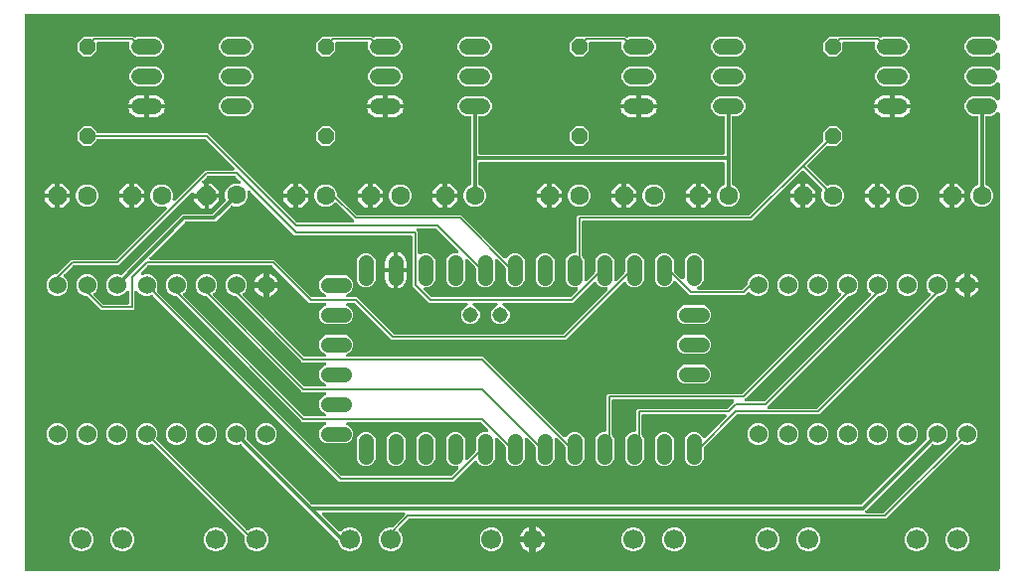
<source format=gbr>
G04 EAGLE Gerber RS-274X export*
G75*
%MOMM*%
%FSLAX34Y34*%
%LPD*%
%INBottom Copper*%
%IPPOS*%
%AMOC8*
5,1,8,0,0,1.08239X$1,22.5*%
G01*
%ADD10C,1.700000*%
%ADD11P,1.732040X8X202.500000*%
%ADD12C,1.600200*%
%ADD13P,1.732040X8X204.400000*%
%ADD14C,1.320800*%
%ADD15P,1.429621X8X292.500000*%
%ADD16C,1.308000*%
%ADD17C,1.308000*%
%ADD18C,1.524000*%
%ADD19C,0.152400*%
%ADD20C,0.304800*%

G36*
X597942Y-459736D02*
X597942Y-459736D01*
X597968Y-459738D01*
X598115Y-459716D01*
X598262Y-459699D01*
X598287Y-459691D01*
X598313Y-459687D01*
X598451Y-459632D01*
X598590Y-459582D01*
X598612Y-459568D01*
X598637Y-459558D01*
X598758Y-459473D01*
X598883Y-459393D01*
X598901Y-459374D01*
X598923Y-459359D01*
X599022Y-459249D01*
X599125Y-459142D01*
X599139Y-459120D01*
X599156Y-459100D01*
X599228Y-458970D01*
X599304Y-458843D01*
X599312Y-458818D01*
X599325Y-458795D01*
X599365Y-458652D01*
X599410Y-458511D01*
X599412Y-458485D01*
X599420Y-458460D01*
X599439Y-458216D01*
X599439Y-70038D01*
X599428Y-69938D01*
X599426Y-69838D01*
X599408Y-69766D01*
X599399Y-69692D01*
X599366Y-69597D01*
X599341Y-69500D01*
X599307Y-69434D01*
X599282Y-69364D01*
X599227Y-69279D01*
X599181Y-69190D01*
X599133Y-69133D01*
X599093Y-69071D01*
X599021Y-69001D01*
X598956Y-68925D01*
X598896Y-68880D01*
X598842Y-68829D01*
X598756Y-68777D01*
X598675Y-68717D01*
X598607Y-68688D01*
X598543Y-68650D01*
X598447Y-68619D01*
X598355Y-68579D01*
X598282Y-68566D01*
X598211Y-68544D01*
X598111Y-68535D01*
X598012Y-68518D01*
X597938Y-68522D01*
X597864Y-68516D01*
X597764Y-68530D01*
X597664Y-68536D01*
X597593Y-68556D01*
X597519Y-68567D01*
X597426Y-68604D01*
X597329Y-68632D01*
X597264Y-68669D01*
X597195Y-68696D01*
X597113Y-68753D01*
X597025Y-68802D01*
X596949Y-68868D01*
X596909Y-68895D01*
X596885Y-68921D01*
X596839Y-68961D01*
X595409Y-70391D01*
X592421Y-71629D01*
X588772Y-71629D01*
X588746Y-71632D01*
X588720Y-71630D01*
X588573Y-71652D01*
X588426Y-71669D01*
X588401Y-71677D01*
X588375Y-71681D01*
X588237Y-71736D01*
X588098Y-71786D01*
X588076Y-71800D01*
X588051Y-71810D01*
X587930Y-71895D01*
X587805Y-71975D01*
X587787Y-71994D01*
X587765Y-72009D01*
X587666Y-72119D01*
X587563Y-72226D01*
X587549Y-72248D01*
X587532Y-72268D01*
X587460Y-72398D01*
X587384Y-72525D01*
X587376Y-72550D01*
X587363Y-72573D01*
X587323Y-72716D01*
X587278Y-72857D01*
X587276Y-72883D01*
X587268Y-72908D01*
X587249Y-73152D01*
X587249Y-129634D01*
X587257Y-129710D01*
X587256Y-129787D01*
X587277Y-129883D01*
X587289Y-129981D01*
X587314Y-130053D01*
X587331Y-130127D01*
X587373Y-130216D01*
X587406Y-130309D01*
X587448Y-130373D01*
X587480Y-130442D01*
X587542Y-130519D01*
X587595Y-130602D01*
X587650Y-130655D01*
X587698Y-130714D01*
X587775Y-130775D01*
X587846Y-130844D01*
X587911Y-130883D01*
X587971Y-130930D01*
X588104Y-130998D01*
X588145Y-131023D01*
X588163Y-131028D01*
X588189Y-131042D01*
X589596Y-131624D01*
X592276Y-134304D01*
X593726Y-137805D01*
X593726Y-141595D01*
X592276Y-145096D01*
X589596Y-147776D01*
X586095Y-149226D01*
X582305Y-149226D01*
X578804Y-147776D01*
X576124Y-145096D01*
X574674Y-141595D01*
X574674Y-137805D01*
X576124Y-134304D01*
X578804Y-131624D01*
X580211Y-131042D01*
X580278Y-131005D01*
X580349Y-130976D01*
X580429Y-130920D01*
X580516Y-130872D01*
X580572Y-130821D01*
X580635Y-130777D01*
X580701Y-130704D01*
X580774Y-130638D01*
X580817Y-130576D01*
X580868Y-130519D01*
X580916Y-130432D01*
X580972Y-130352D01*
X581000Y-130281D01*
X581037Y-130214D01*
X581064Y-130119D01*
X581100Y-130027D01*
X581111Y-129952D01*
X581132Y-129878D01*
X581144Y-129729D01*
X581151Y-129683D01*
X581149Y-129664D01*
X581151Y-129634D01*
X581151Y-73152D01*
X581148Y-73126D01*
X581150Y-73100D01*
X581128Y-72953D01*
X581111Y-72806D01*
X581103Y-72781D01*
X581099Y-72755D01*
X581044Y-72617D01*
X580994Y-72478D01*
X580980Y-72456D01*
X580970Y-72431D01*
X580886Y-72310D01*
X580805Y-72185D01*
X580786Y-72167D01*
X580771Y-72145D01*
X580661Y-72046D01*
X580554Y-71943D01*
X580532Y-71929D01*
X580512Y-71912D01*
X580382Y-71840D01*
X580255Y-71764D01*
X580230Y-71756D01*
X580207Y-71743D01*
X580064Y-71703D01*
X579923Y-71658D01*
X579897Y-71656D01*
X579872Y-71648D01*
X579628Y-71629D01*
X575979Y-71629D01*
X572991Y-70391D01*
X570705Y-68105D01*
X569467Y-65117D01*
X569467Y-61883D01*
X570705Y-58895D01*
X572991Y-56609D01*
X575979Y-55371D01*
X592421Y-55371D01*
X595409Y-56609D01*
X596839Y-58039D01*
X596918Y-58102D01*
X596990Y-58171D01*
X597054Y-58210D01*
X597112Y-58256D01*
X597203Y-58299D01*
X597289Y-58350D01*
X597360Y-58373D01*
X597427Y-58405D01*
X597525Y-58426D01*
X597621Y-58456D01*
X597695Y-58462D01*
X597768Y-58478D01*
X597868Y-58476D01*
X597968Y-58484D01*
X598042Y-58473D01*
X598116Y-58472D01*
X598213Y-58448D01*
X598313Y-58433D01*
X598382Y-58405D01*
X598454Y-58387D01*
X598543Y-58341D01*
X598637Y-58304D01*
X598698Y-58262D01*
X598764Y-58227D01*
X598840Y-58162D01*
X598923Y-58105D01*
X598973Y-58050D01*
X599029Y-58002D01*
X599089Y-57921D01*
X599156Y-57846D01*
X599192Y-57781D01*
X599237Y-57721D01*
X599276Y-57629D01*
X599325Y-57541D01*
X599345Y-57470D01*
X599375Y-57401D01*
X599392Y-57303D01*
X599420Y-57206D01*
X599428Y-57106D01*
X599436Y-57058D01*
X599434Y-57023D01*
X599439Y-56962D01*
X599439Y-44638D01*
X599428Y-44538D01*
X599426Y-44438D01*
X599408Y-44366D01*
X599399Y-44292D01*
X599366Y-44197D01*
X599341Y-44100D01*
X599307Y-44034D01*
X599282Y-43964D01*
X599227Y-43879D01*
X599181Y-43790D01*
X599133Y-43733D01*
X599093Y-43671D01*
X599021Y-43601D01*
X598956Y-43525D01*
X598896Y-43480D01*
X598842Y-43429D01*
X598756Y-43377D01*
X598675Y-43317D01*
X598607Y-43288D01*
X598543Y-43250D01*
X598447Y-43219D01*
X598355Y-43179D01*
X598282Y-43166D01*
X598211Y-43144D01*
X598111Y-43135D01*
X598012Y-43118D01*
X597938Y-43122D01*
X597864Y-43116D01*
X597764Y-43130D01*
X597664Y-43136D01*
X597593Y-43156D01*
X597519Y-43167D01*
X597426Y-43204D01*
X597329Y-43232D01*
X597264Y-43269D01*
X597195Y-43296D01*
X597113Y-43353D01*
X597025Y-43402D01*
X596949Y-43468D01*
X596909Y-43495D01*
X596885Y-43521D01*
X596839Y-43561D01*
X595409Y-44991D01*
X592421Y-46229D01*
X575979Y-46229D01*
X572991Y-44991D01*
X570705Y-42705D01*
X569467Y-39717D01*
X569467Y-36483D01*
X570705Y-33495D01*
X572991Y-31209D01*
X575979Y-29971D01*
X592421Y-29971D01*
X595409Y-31209D01*
X596839Y-32639D01*
X596918Y-32702D01*
X596990Y-32771D01*
X597054Y-32810D01*
X597112Y-32856D01*
X597203Y-32899D01*
X597289Y-32950D01*
X597360Y-32973D01*
X597427Y-33005D01*
X597525Y-33026D01*
X597621Y-33056D01*
X597695Y-33062D01*
X597768Y-33078D01*
X597868Y-33076D01*
X597968Y-33084D01*
X598042Y-33073D01*
X598116Y-33072D01*
X598213Y-33048D01*
X598313Y-33033D01*
X598382Y-33005D01*
X598454Y-32987D01*
X598543Y-32941D01*
X598637Y-32904D01*
X598698Y-32862D01*
X598764Y-32827D01*
X598840Y-32762D01*
X598923Y-32705D01*
X598973Y-32650D01*
X599029Y-32602D01*
X599089Y-32521D01*
X599156Y-32446D01*
X599192Y-32381D01*
X599237Y-32321D01*
X599276Y-32229D01*
X599325Y-32141D01*
X599345Y-32070D01*
X599375Y-32001D01*
X599392Y-31903D01*
X599420Y-31806D01*
X599428Y-31706D01*
X599436Y-31658D01*
X599434Y-31623D01*
X599439Y-31562D01*
X599439Y-19238D01*
X599428Y-19138D01*
X599426Y-19038D01*
X599408Y-18966D01*
X599399Y-18892D01*
X599366Y-18797D01*
X599341Y-18700D01*
X599307Y-18634D01*
X599282Y-18564D01*
X599227Y-18479D01*
X599181Y-18390D01*
X599133Y-18333D01*
X599093Y-18271D01*
X599021Y-18201D01*
X598956Y-18125D01*
X598896Y-18080D01*
X598842Y-18029D01*
X598756Y-17977D01*
X598675Y-17917D01*
X598607Y-17888D01*
X598543Y-17850D01*
X598447Y-17819D01*
X598355Y-17779D01*
X598282Y-17766D01*
X598211Y-17744D01*
X598111Y-17735D01*
X598012Y-17718D01*
X597938Y-17722D01*
X597864Y-17716D01*
X597764Y-17730D01*
X597664Y-17736D01*
X597593Y-17756D01*
X597519Y-17767D01*
X597426Y-17804D01*
X597329Y-17832D01*
X597264Y-17869D01*
X597195Y-17896D01*
X597113Y-17953D01*
X597025Y-18002D01*
X596949Y-18068D01*
X596909Y-18095D01*
X596885Y-18121D01*
X596839Y-18161D01*
X595409Y-19591D01*
X592421Y-20829D01*
X575979Y-20829D01*
X572991Y-19591D01*
X570705Y-17305D01*
X569467Y-14317D01*
X569467Y-11083D01*
X570705Y-8095D01*
X572991Y-5809D01*
X575979Y-4571D01*
X592421Y-4571D01*
X595409Y-5809D01*
X596839Y-7239D01*
X596918Y-7302D01*
X596990Y-7371D01*
X597054Y-7410D01*
X597112Y-7456D01*
X597203Y-7499D01*
X597289Y-7550D01*
X597360Y-7573D01*
X597427Y-7605D01*
X597525Y-7626D01*
X597621Y-7656D01*
X597695Y-7662D01*
X597768Y-7678D01*
X597868Y-7676D01*
X597968Y-7684D01*
X598042Y-7673D01*
X598116Y-7672D01*
X598213Y-7648D01*
X598313Y-7633D01*
X598382Y-7605D01*
X598454Y-7587D01*
X598543Y-7541D01*
X598637Y-7504D01*
X598698Y-7462D01*
X598764Y-7427D01*
X598840Y-7362D01*
X598923Y-7305D01*
X598973Y-7250D01*
X599029Y-7202D01*
X599089Y-7121D01*
X599156Y-7046D01*
X599192Y-6981D01*
X599237Y-6921D01*
X599276Y-6829D01*
X599325Y-6741D01*
X599345Y-6670D01*
X599375Y-6601D01*
X599392Y-6503D01*
X599420Y-6406D01*
X599428Y-6306D01*
X599436Y-6258D01*
X599434Y-6223D01*
X599439Y-6162D01*
X599439Y13716D01*
X599436Y13742D01*
X599438Y13768D01*
X599416Y13915D01*
X599399Y14062D01*
X599391Y14087D01*
X599387Y14113D01*
X599332Y14251D01*
X599282Y14390D01*
X599268Y14412D01*
X599258Y14437D01*
X599173Y14558D01*
X599093Y14683D01*
X599074Y14701D01*
X599059Y14723D01*
X598949Y14822D01*
X598842Y14925D01*
X598820Y14939D01*
X598800Y14956D01*
X598670Y15028D01*
X598543Y15104D01*
X598518Y15112D01*
X598495Y15125D01*
X598352Y15165D01*
X598211Y15210D01*
X598185Y15212D01*
X598160Y15220D01*
X597916Y15239D01*
X-229616Y15239D01*
X-229642Y15236D01*
X-229668Y15238D01*
X-229815Y15216D01*
X-229962Y15199D01*
X-229987Y15191D01*
X-230013Y15187D01*
X-230151Y15132D01*
X-230290Y15082D01*
X-230312Y15068D01*
X-230337Y15058D01*
X-230458Y14973D01*
X-230583Y14893D01*
X-230601Y14874D01*
X-230623Y14859D01*
X-230722Y14749D01*
X-230825Y14642D01*
X-230839Y14620D01*
X-230856Y14600D01*
X-230928Y14470D01*
X-231004Y14343D01*
X-231012Y14318D01*
X-231025Y14295D01*
X-231065Y14152D01*
X-231110Y14011D01*
X-231112Y13985D01*
X-231120Y13960D01*
X-231139Y13716D01*
X-231139Y-458216D01*
X-231136Y-458242D01*
X-231138Y-458268D01*
X-231116Y-458415D01*
X-231099Y-458562D01*
X-231091Y-458587D01*
X-231087Y-458613D01*
X-231032Y-458751D01*
X-230982Y-458890D01*
X-230968Y-458912D01*
X-230958Y-458937D01*
X-230873Y-459058D01*
X-230793Y-459183D01*
X-230774Y-459201D01*
X-230759Y-459223D01*
X-230649Y-459322D01*
X-230542Y-459425D01*
X-230520Y-459439D01*
X-230500Y-459456D01*
X-230370Y-459528D01*
X-230243Y-459604D01*
X-230218Y-459612D01*
X-230195Y-459625D01*
X-230052Y-459665D01*
X-229911Y-459710D01*
X-229885Y-459712D01*
X-229860Y-459720D01*
X-229616Y-459739D01*
X597916Y-459739D01*
X597942Y-459736D01*
G37*
%LPC*%
G36*
X37153Y-383287D02*
X37153Y-383287D01*
X-121151Y-224983D01*
X-121568Y-224566D01*
X-121628Y-224518D01*
X-121681Y-224464D01*
X-121764Y-224411D01*
X-121841Y-224349D01*
X-121910Y-224317D01*
X-121974Y-224275D01*
X-122067Y-224242D01*
X-122156Y-224200D01*
X-122231Y-224184D01*
X-122303Y-224159D01*
X-122401Y-224148D01*
X-122497Y-224127D01*
X-122573Y-224128D01*
X-122649Y-224120D01*
X-122747Y-224131D01*
X-122845Y-224133D01*
X-122919Y-224152D01*
X-122995Y-224161D01*
X-123137Y-224207D01*
X-123183Y-224218D01*
X-123200Y-224227D01*
X-123228Y-224236D01*
X-125181Y-225045D01*
X-128819Y-225045D01*
X-132180Y-223653D01*
X-134813Y-221020D01*
X-134891Y-220957D01*
X-134964Y-220887D01*
X-135028Y-220849D01*
X-135086Y-220803D01*
X-135177Y-220760D01*
X-135263Y-220709D01*
X-135334Y-220686D01*
X-135401Y-220654D01*
X-135499Y-220633D01*
X-135595Y-220602D01*
X-135669Y-220596D01*
X-135742Y-220581D01*
X-135842Y-220582D01*
X-135942Y-220574D01*
X-136016Y-220585D01*
X-136090Y-220587D01*
X-136187Y-220611D01*
X-136287Y-220626D01*
X-136356Y-220654D01*
X-136428Y-220672D01*
X-136517Y-220718D01*
X-136611Y-220755D01*
X-136672Y-220797D01*
X-136738Y-220831D01*
X-136814Y-220896D01*
X-136897Y-220954D01*
X-136947Y-221009D01*
X-137003Y-221057D01*
X-137063Y-221138D01*
X-137130Y-221213D01*
X-137166Y-221278D01*
X-137211Y-221337D01*
X-137250Y-221430D01*
X-137299Y-221518D01*
X-137319Y-221589D01*
X-137349Y-221657D01*
X-137366Y-221756D01*
X-137377Y-221793D01*
X-137384Y-221817D01*
X-137385Y-221822D01*
X-137394Y-221853D01*
X-137402Y-221953D01*
X-137410Y-222001D01*
X-137408Y-222036D01*
X-137413Y-222097D01*
X-137413Y-235897D01*
X-138753Y-237237D01*
X-166047Y-237237D01*
X-177793Y-225491D01*
X-177892Y-225412D01*
X-177986Y-225328D01*
X-178028Y-225304D01*
X-178066Y-225274D01*
X-178180Y-225220D01*
X-178291Y-225159D01*
X-178337Y-225146D01*
X-178381Y-225125D01*
X-178505Y-225099D01*
X-178626Y-225064D01*
X-178687Y-225059D01*
X-178722Y-225052D01*
X-178770Y-225053D01*
X-178870Y-225045D01*
X-179619Y-225045D01*
X-182980Y-223652D01*
X-185552Y-221080D01*
X-186945Y-217719D01*
X-186945Y-214081D01*
X-185552Y-210720D01*
X-182980Y-208148D01*
X-179619Y-206755D01*
X-175981Y-206755D01*
X-172620Y-208148D01*
X-170048Y-210720D01*
X-168655Y-214081D01*
X-168655Y-217719D01*
X-170047Y-221080D01*
X-171815Y-222847D01*
X-171831Y-222868D01*
X-171851Y-222885D01*
X-171939Y-223004D01*
X-172031Y-223120D01*
X-172042Y-223144D01*
X-172058Y-223165D01*
X-172117Y-223301D01*
X-172180Y-223435D01*
X-172186Y-223461D01*
X-172196Y-223485D01*
X-172222Y-223631D01*
X-172254Y-223776D01*
X-172253Y-223802D01*
X-172258Y-223828D01*
X-172250Y-223977D01*
X-172248Y-224124D01*
X-172241Y-224150D01*
X-172240Y-224176D01*
X-172199Y-224319D01*
X-172163Y-224462D01*
X-172151Y-224486D01*
X-172143Y-224511D01*
X-172071Y-224641D01*
X-172003Y-224772D01*
X-171986Y-224792D01*
X-171973Y-224815D01*
X-171815Y-225001D01*
X-164599Y-232217D01*
X-164500Y-232296D01*
X-164406Y-232380D01*
X-164364Y-232404D01*
X-164326Y-232434D01*
X-164212Y-232488D01*
X-164101Y-232549D01*
X-164054Y-232562D01*
X-164011Y-232583D01*
X-163887Y-232609D01*
X-163766Y-232644D01*
X-163705Y-232649D01*
X-163670Y-232656D01*
X-163622Y-232655D01*
X-163522Y-232663D01*
X-143510Y-232663D01*
X-143484Y-232660D01*
X-143458Y-232662D01*
X-143311Y-232640D01*
X-143164Y-232623D01*
X-143139Y-232615D01*
X-143113Y-232611D01*
X-142975Y-232556D01*
X-142836Y-232506D01*
X-142814Y-232492D01*
X-142789Y-232482D01*
X-142668Y-232397D01*
X-142543Y-232317D01*
X-142525Y-232298D01*
X-142503Y-232283D01*
X-142404Y-232173D01*
X-142301Y-232066D01*
X-142287Y-232044D01*
X-142270Y-232024D01*
X-142198Y-231894D01*
X-142122Y-231767D01*
X-142114Y-231742D01*
X-142101Y-231719D01*
X-142061Y-231576D01*
X-142016Y-231435D01*
X-142014Y-231409D01*
X-142006Y-231384D01*
X-141987Y-231140D01*
X-141987Y-222097D01*
X-141989Y-222077D01*
X-141988Y-222060D01*
X-141998Y-221988D01*
X-142000Y-221897D01*
X-142018Y-221824D01*
X-142027Y-221751D01*
X-142060Y-221656D01*
X-142085Y-221559D01*
X-142119Y-221492D01*
X-142144Y-221422D01*
X-142199Y-221338D01*
X-142245Y-221249D01*
X-142293Y-221192D01*
X-142333Y-221130D01*
X-142405Y-221060D01*
X-142470Y-220983D01*
X-142530Y-220939D01*
X-142584Y-220887D01*
X-142670Y-220836D01*
X-142751Y-220776D01*
X-142819Y-220747D01*
X-142883Y-220709D01*
X-142979Y-220678D01*
X-143071Y-220638D01*
X-143144Y-220625D01*
X-143215Y-220602D01*
X-143315Y-220594D01*
X-143414Y-220577D01*
X-143488Y-220580D01*
X-143562Y-220574D01*
X-143662Y-220589D01*
X-143762Y-220594D01*
X-143833Y-220615D01*
X-143907Y-220626D01*
X-144000Y-220663D01*
X-144097Y-220691D01*
X-144162Y-220727D01*
X-144231Y-220755D01*
X-144313Y-220812D01*
X-144401Y-220861D01*
X-144474Y-220923D01*
X-144493Y-220935D01*
X-144497Y-220940D01*
X-144517Y-220954D01*
X-144541Y-220980D01*
X-144587Y-221020D01*
X-147220Y-223653D01*
X-150581Y-225045D01*
X-154219Y-225045D01*
X-157580Y-223652D01*
X-160152Y-221080D01*
X-161545Y-217719D01*
X-161545Y-214081D01*
X-160152Y-210720D01*
X-157580Y-208148D01*
X-154219Y-206755D01*
X-150581Y-206755D01*
X-149390Y-207249D01*
X-149317Y-207270D01*
X-149246Y-207300D01*
X-149150Y-207317D01*
X-149055Y-207344D01*
X-148979Y-207348D01*
X-148903Y-207362D01*
X-148805Y-207356D01*
X-148707Y-207361D01*
X-148632Y-207348D01*
X-148555Y-207344D01*
X-148461Y-207316D01*
X-148364Y-207299D01*
X-148294Y-207268D01*
X-148220Y-207247D01*
X-148135Y-207199D01*
X-148044Y-207160D01*
X-147983Y-207114D01*
X-147916Y-207077D01*
X-147803Y-206980D01*
X-147765Y-206952D01*
X-147752Y-206937D01*
X-147730Y-206918D01*
X-96513Y-155701D01*
X-71744Y-155701D01*
X-71618Y-155687D01*
X-71492Y-155680D01*
X-71446Y-155667D01*
X-71398Y-155661D01*
X-71279Y-155619D01*
X-71157Y-155584D01*
X-71115Y-155560D01*
X-71069Y-155544D01*
X-70963Y-155475D01*
X-70853Y-155414D01*
X-70807Y-155374D01*
X-70777Y-155355D01*
X-70743Y-155320D01*
X-70667Y-155255D01*
X-59955Y-144543D01*
X-59907Y-144483D01*
X-59853Y-144430D01*
X-59799Y-144347D01*
X-59738Y-144270D01*
X-59706Y-144201D01*
X-59664Y-144137D01*
X-59631Y-144044D01*
X-59589Y-143955D01*
X-59573Y-143881D01*
X-59548Y-143808D01*
X-59537Y-143710D01*
X-59516Y-143614D01*
X-59517Y-143538D01*
X-59509Y-143462D01*
X-59520Y-143364D01*
X-59522Y-143266D01*
X-59540Y-143192D01*
X-59549Y-143116D01*
X-59595Y-142974D01*
X-59607Y-142928D01*
X-59616Y-142911D01*
X-59625Y-142883D01*
X-60333Y-141174D01*
X-60333Y-137384D01*
X-58883Y-133883D01*
X-56203Y-131203D01*
X-52702Y-129753D01*
X-48609Y-129753D01*
X-48566Y-129748D01*
X-48512Y-129751D01*
X-48460Y-129742D01*
X-48407Y-129741D01*
X-48328Y-129721D01*
X-48263Y-129713D01*
X-48224Y-129699D01*
X-48169Y-129689D01*
X-48121Y-129669D01*
X-48069Y-129656D01*
X-47995Y-129617D01*
X-47935Y-129596D01*
X-47901Y-129574D01*
X-47849Y-129552D01*
X-47807Y-129520D01*
X-47760Y-129496D01*
X-47694Y-129440D01*
X-47642Y-129407D01*
X-47616Y-129379D01*
X-47569Y-129345D01*
X-47534Y-129305D01*
X-47494Y-129270D01*
X-47442Y-129200D01*
X-47400Y-129156D01*
X-47381Y-129124D01*
X-47343Y-129080D01*
X-47318Y-129032D01*
X-47287Y-128990D01*
X-47252Y-128909D01*
X-47221Y-128857D01*
X-47210Y-128822D01*
X-47183Y-128770D01*
X-47170Y-128718D01*
X-47149Y-128670D01*
X-47133Y-128583D01*
X-47115Y-128525D01*
X-47112Y-128489D01*
X-47098Y-128432D01*
X-47097Y-128379D01*
X-47087Y-128327D01*
X-47092Y-128239D01*
X-47087Y-128178D01*
X-47092Y-128141D01*
X-47091Y-128083D01*
X-47102Y-128032D01*
X-47105Y-127979D01*
X-47129Y-127896D01*
X-47139Y-127833D01*
X-47153Y-127797D01*
X-47165Y-127743D01*
X-47187Y-127695D01*
X-47202Y-127644D01*
X-47243Y-127570D01*
X-47267Y-127509D01*
X-47290Y-127476D01*
X-47313Y-127427D01*
X-47346Y-127386D01*
X-47372Y-127340D01*
X-47444Y-127255D01*
X-47466Y-127223D01*
X-47488Y-127203D01*
X-47528Y-127156D01*
X-47530Y-127154D01*
X-51301Y-123383D01*
X-51400Y-123304D01*
X-51494Y-123220D01*
X-51536Y-123196D01*
X-51574Y-123166D01*
X-51688Y-123112D01*
X-51799Y-123051D01*
X-51846Y-123038D01*
X-51889Y-123017D01*
X-52013Y-122991D01*
X-52134Y-122956D01*
X-52195Y-122951D01*
X-52230Y-122944D01*
X-52278Y-122945D01*
X-52378Y-122937D01*
X-74622Y-122937D01*
X-74747Y-122951D01*
X-74874Y-122958D01*
X-74920Y-122971D01*
X-74968Y-122977D01*
X-75087Y-123019D01*
X-75208Y-123054D01*
X-75251Y-123078D01*
X-75296Y-123094D01*
X-75402Y-123163D01*
X-75513Y-123224D01*
X-75559Y-123264D01*
X-75589Y-123283D01*
X-75622Y-123318D01*
X-75699Y-123383D01*
X-79358Y-127042D01*
X-79436Y-127140D01*
X-79520Y-127233D01*
X-79544Y-127276D01*
X-79574Y-127315D01*
X-79628Y-127428D01*
X-79689Y-127538D01*
X-79702Y-127585D01*
X-79723Y-127630D01*
X-79750Y-127752D01*
X-79784Y-127873D01*
X-79786Y-127922D01*
X-79797Y-127970D01*
X-79794Y-128096D01*
X-79800Y-128221D01*
X-79791Y-128270D01*
X-79791Y-128319D01*
X-79760Y-128441D01*
X-79737Y-128564D01*
X-79718Y-128609D01*
X-79706Y-128657D01*
X-79648Y-128769D01*
X-79598Y-128884D01*
X-79568Y-128923D01*
X-79546Y-128967D01*
X-79464Y-129062D01*
X-79390Y-129163D01*
X-79352Y-129195D01*
X-79320Y-129232D01*
X-79219Y-129307D01*
X-79123Y-129388D01*
X-79079Y-129410D01*
X-79040Y-129439D01*
X-78924Y-129489D01*
X-78813Y-129546D01*
X-78765Y-129558D01*
X-78720Y-129577D01*
X-78596Y-129599D01*
X-78574Y-129605D01*
X-78291Y-138158D01*
X-86796Y-138440D01*
X-86807Y-138117D01*
X-86818Y-138043D01*
X-86819Y-137967D01*
X-86844Y-137871D01*
X-86858Y-137772D01*
X-86886Y-137702D01*
X-86904Y-137629D01*
X-86950Y-137541D01*
X-86987Y-137448D01*
X-87029Y-137387D01*
X-87064Y-137320D01*
X-87129Y-137244D01*
X-87185Y-137162D01*
X-87241Y-137112D01*
X-87290Y-137054D01*
X-87370Y-136995D01*
X-87444Y-136928D01*
X-87510Y-136892D01*
X-87570Y-136847D01*
X-87662Y-136808D01*
X-87749Y-136759D01*
X-87821Y-136739D01*
X-87890Y-136709D01*
X-87988Y-136691D01*
X-88084Y-136664D01*
X-88159Y-136661D01*
X-88233Y-136647D01*
X-88333Y-136652D01*
X-88432Y-136648D01*
X-88506Y-136661D01*
X-88581Y-136665D01*
X-88677Y-136693D01*
X-88775Y-136711D01*
X-88844Y-136741D01*
X-88916Y-136762D01*
X-89003Y-136810D01*
X-89094Y-136850D01*
X-89154Y-136895D01*
X-89220Y-136932D01*
X-89336Y-137031D01*
X-89374Y-137059D01*
X-89385Y-137072D01*
X-89406Y-137090D01*
X-151453Y-199137D01*
X-188922Y-199137D01*
X-189047Y-199151D01*
X-189174Y-199158D01*
X-189220Y-199171D01*
X-189268Y-199177D01*
X-189387Y-199219D01*
X-189508Y-199254D01*
X-189551Y-199278D01*
X-189596Y-199294D01*
X-189703Y-199363D01*
X-189813Y-199424D01*
X-189859Y-199464D01*
X-189889Y-199483D01*
X-189923Y-199518D01*
X-189999Y-199583D01*
X-197215Y-206799D01*
X-197231Y-206819D01*
X-197251Y-206836D01*
X-197339Y-206955D01*
X-197431Y-207072D01*
X-197442Y-207095D01*
X-197458Y-207116D01*
X-197517Y-207253D01*
X-197580Y-207387D01*
X-197586Y-207412D01*
X-197596Y-207436D01*
X-197622Y-207583D01*
X-197654Y-207727D01*
X-197653Y-207753D01*
X-197658Y-207779D01*
X-197650Y-207928D01*
X-197648Y-208076D01*
X-197641Y-208101D01*
X-197640Y-208127D01*
X-197599Y-208270D01*
X-197563Y-208414D01*
X-197551Y-208437D01*
X-197543Y-208462D01*
X-197471Y-208592D01*
X-197403Y-208724D01*
X-197386Y-208744D01*
X-197373Y-208767D01*
X-197215Y-208953D01*
X-195447Y-210720D01*
X-194055Y-214081D01*
X-194055Y-217719D01*
X-195448Y-221080D01*
X-198020Y-223652D01*
X-201381Y-225045D01*
X-205019Y-225045D01*
X-208380Y-223652D01*
X-210952Y-221080D01*
X-212345Y-217719D01*
X-212345Y-214081D01*
X-210952Y-210720D01*
X-208380Y-208148D01*
X-205019Y-206755D01*
X-204270Y-206755D01*
X-204145Y-206741D01*
X-204018Y-206734D01*
X-203972Y-206721D01*
X-203924Y-206715D01*
X-203805Y-206673D01*
X-203684Y-206638D01*
X-203641Y-206614D01*
X-203596Y-206598D01*
X-203490Y-206529D01*
X-203379Y-206468D01*
X-203333Y-206428D01*
X-203303Y-206409D01*
X-203270Y-206374D01*
X-203193Y-206309D01*
X-191447Y-194563D01*
X-153978Y-194563D01*
X-153853Y-194549D01*
X-153726Y-194542D01*
X-153680Y-194529D01*
X-153632Y-194523D01*
X-153513Y-194481D01*
X-153392Y-194446D01*
X-153349Y-194422D01*
X-153304Y-194406D01*
X-153198Y-194337D01*
X-153087Y-194276D01*
X-153041Y-194236D01*
X-153011Y-194217D01*
X-152978Y-194182D01*
X-152901Y-194117D01*
X-110317Y-151533D01*
X-110285Y-151493D01*
X-110248Y-151459D01*
X-110177Y-151357D01*
X-110100Y-151260D01*
X-110078Y-151214D01*
X-110050Y-151173D01*
X-110004Y-151057D01*
X-109951Y-150944D01*
X-109940Y-150895D01*
X-109922Y-150848D01*
X-109904Y-150725D01*
X-109878Y-150604D01*
X-109878Y-150554D01*
X-109871Y-150504D01*
X-109881Y-150379D01*
X-109884Y-150255D01*
X-109896Y-150206D01*
X-109900Y-150156D01*
X-109938Y-150038D01*
X-109969Y-149917D01*
X-109992Y-149872D01*
X-110007Y-149825D01*
X-110071Y-149718D01*
X-110128Y-149607D01*
X-110161Y-149569D01*
X-110187Y-149526D01*
X-110273Y-149437D01*
X-110354Y-149342D01*
X-110395Y-149312D01*
X-110430Y-149276D01*
X-110534Y-149209D01*
X-110634Y-149135D01*
X-110681Y-149115D01*
X-110723Y-149088D01*
X-110840Y-149046D01*
X-110954Y-148997D01*
X-111004Y-148988D01*
X-111051Y-148971D01*
X-111175Y-148957D01*
X-111297Y-148935D01*
X-111348Y-148938D01*
X-111398Y-148932D01*
X-111521Y-148947D01*
X-111645Y-148953D01*
X-111694Y-148967D01*
X-111744Y-148973D01*
X-111977Y-149048D01*
X-112405Y-149226D01*
X-116195Y-149226D01*
X-119696Y-147776D01*
X-122376Y-145096D01*
X-123826Y-141595D01*
X-123826Y-137805D01*
X-122376Y-134304D01*
X-119696Y-131624D01*
X-116195Y-130174D01*
X-112405Y-130174D01*
X-108904Y-131624D01*
X-106224Y-134304D01*
X-104774Y-137805D01*
X-104774Y-141595D01*
X-104952Y-142023D01*
X-104966Y-142072D01*
X-104987Y-142117D01*
X-105013Y-142239D01*
X-105047Y-142359D01*
X-105050Y-142409D01*
X-105061Y-142458D01*
X-105058Y-142582D01*
X-105064Y-142707D01*
X-105055Y-142756D01*
X-105055Y-142807D01*
X-105024Y-142927D01*
X-105002Y-143049D01*
X-104982Y-143096D01*
X-104970Y-143145D01*
X-104913Y-143255D01*
X-104863Y-143369D01*
X-104833Y-143410D01*
X-104810Y-143454D01*
X-104729Y-143549D01*
X-104655Y-143649D01*
X-104617Y-143681D01*
X-104584Y-143720D01*
X-104484Y-143794D01*
X-104389Y-143874D01*
X-104344Y-143897D01*
X-104304Y-143927D01*
X-104190Y-143976D01*
X-104079Y-144033D01*
X-104030Y-144045D01*
X-103984Y-144065D01*
X-103861Y-144087D01*
X-103741Y-144117D01*
X-103690Y-144118D01*
X-103641Y-144127D01*
X-103517Y-144120D01*
X-103392Y-144122D01*
X-103343Y-144111D01*
X-103293Y-144109D01*
X-103173Y-144074D01*
X-103052Y-144048D01*
X-103006Y-144026D01*
X-102958Y-144012D01*
X-102849Y-143951D01*
X-102737Y-143898D01*
X-102698Y-143867D01*
X-102654Y-143842D01*
X-102467Y-143683D01*
X-77147Y-118363D01*
X-53648Y-118363D01*
X-53548Y-118352D01*
X-53448Y-118350D01*
X-53376Y-118332D01*
X-53302Y-118323D01*
X-53207Y-118290D01*
X-53110Y-118265D01*
X-53044Y-118231D01*
X-52974Y-118206D01*
X-52889Y-118151D01*
X-52800Y-118105D01*
X-52743Y-118057D01*
X-52681Y-118017D01*
X-52611Y-117945D01*
X-52535Y-117880D01*
X-52491Y-117820D01*
X-52439Y-117766D01*
X-52387Y-117680D01*
X-52328Y-117599D01*
X-52298Y-117531D01*
X-52260Y-117467D01*
X-52229Y-117371D01*
X-52190Y-117279D01*
X-52176Y-117206D01*
X-52154Y-117135D01*
X-52146Y-117035D01*
X-52128Y-116936D01*
X-52132Y-116862D01*
X-52126Y-116788D01*
X-52141Y-116688D01*
X-52146Y-116588D01*
X-52166Y-116517D01*
X-52177Y-116443D01*
X-52215Y-116350D01*
X-52242Y-116253D01*
X-52279Y-116188D01*
X-52306Y-116119D01*
X-52363Y-116037D01*
X-52413Y-115949D01*
X-52478Y-115873D01*
X-52505Y-115833D01*
X-52532Y-115809D01*
X-52571Y-115763D01*
X-76701Y-91633D01*
X-76800Y-91554D01*
X-76894Y-91470D01*
X-76936Y-91446D01*
X-76974Y-91416D01*
X-77088Y-91362D01*
X-77199Y-91301D01*
X-77246Y-91288D01*
X-77289Y-91267D01*
X-77413Y-91241D01*
X-77534Y-91206D01*
X-77595Y-91201D01*
X-77630Y-91194D01*
X-77678Y-91195D01*
X-77778Y-91187D01*
X-168148Y-91187D01*
X-168174Y-91190D01*
X-168200Y-91188D01*
X-168347Y-91210D01*
X-168494Y-91227D01*
X-168519Y-91235D01*
X-168545Y-91239D01*
X-168683Y-91294D01*
X-168822Y-91344D01*
X-168844Y-91358D01*
X-168869Y-91368D01*
X-168990Y-91453D01*
X-169115Y-91533D01*
X-169133Y-91552D01*
X-169155Y-91567D01*
X-169254Y-91677D01*
X-169357Y-91784D01*
X-169371Y-91806D01*
X-169388Y-91826D01*
X-169460Y-91956D01*
X-169536Y-92083D01*
X-169544Y-92108D01*
X-169557Y-92131D01*
X-169565Y-92161D01*
X-174433Y-97029D01*
X-181167Y-97029D01*
X-185929Y-92267D01*
X-185929Y-85533D01*
X-181167Y-80771D01*
X-174433Y-80771D01*
X-169555Y-85649D01*
X-169514Y-85764D01*
X-169500Y-85786D01*
X-169490Y-85811D01*
X-169405Y-85932D01*
X-169325Y-86057D01*
X-169306Y-86075D01*
X-169291Y-86097D01*
X-169181Y-86196D01*
X-169074Y-86299D01*
X-169052Y-86313D01*
X-169032Y-86330D01*
X-168902Y-86402D01*
X-168775Y-86478D01*
X-168750Y-86486D01*
X-168727Y-86499D01*
X-168584Y-86539D01*
X-168443Y-86584D01*
X-168417Y-86586D01*
X-168392Y-86594D01*
X-168148Y-86613D01*
X-75253Y-86613D01*
X-73467Y-88399D01*
X501Y-162367D01*
X600Y-162446D01*
X694Y-162530D01*
X736Y-162554D01*
X774Y-162584D01*
X888Y-162638D01*
X999Y-162699D01*
X1046Y-162712D01*
X1089Y-162733D01*
X1213Y-162759D01*
X1334Y-162794D01*
X1395Y-162799D01*
X1430Y-162806D01*
X1478Y-162805D01*
X1578Y-162813D01*
X47952Y-162813D01*
X48052Y-162802D01*
X48152Y-162800D01*
X48224Y-162782D01*
X48298Y-162773D01*
X48393Y-162740D01*
X48490Y-162715D01*
X48556Y-162681D01*
X48626Y-162656D01*
X48711Y-162601D01*
X48800Y-162555D01*
X48857Y-162507D01*
X48919Y-162467D01*
X48989Y-162395D01*
X49065Y-162330D01*
X49109Y-162270D01*
X49161Y-162216D01*
X49213Y-162130D01*
X49272Y-162049D01*
X49302Y-161981D01*
X49340Y-161917D01*
X49371Y-161821D01*
X49410Y-161729D01*
X49424Y-161656D01*
X49446Y-161585D01*
X49454Y-161485D01*
X49472Y-161386D01*
X49468Y-161312D01*
X49474Y-161238D01*
X49459Y-161138D01*
X49454Y-161038D01*
X49434Y-160967D01*
X49423Y-160893D01*
X49385Y-160800D01*
X49358Y-160703D01*
X49321Y-160638D01*
X49294Y-160569D01*
X49237Y-160487D01*
X49187Y-160399D01*
X49122Y-160323D01*
X49095Y-160283D01*
X49068Y-160259D01*
X49029Y-160213D01*
X34771Y-145955D01*
X34750Y-145939D01*
X34733Y-145919D01*
X34614Y-145830D01*
X34498Y-145738D01*
X34474Y-145727D01*
X34453Y-145711D01*
X34317Y-145653D01*
X34183Y-145589D01*
X34157Y-145584D01*
X34133Y-145573D01*
X33987Y-145547D01*
X33842Y-145516D01*
X33816Y-145516D01*
X33790Y-145512D01*
X33641Y-145519D01*
X33494Y-145522D01*
X33468Y-145528D01*
X33442Y-145530D01*
X33300Y-145571D01*
X33156Y-145607D01*
X33132Y-145619D01*
X33107Y-145626D01*
X32978Y-145698D01*
X32846Y-145766D01*
X32826Y-145783D01*
X32803Y-145796D01*
X32617Y-145955D01*
X30796Y-147776D01*
X27295Y-149226D01*
X23505Y-149226D01*
X20004Y-147776D01*
X17324Y-145096D01*
X15874Y-141595D01*
X15874Y-137805D01*
X17324Y-134304D01*
X20004Y-131624D01*
X23505Y-130174D01*
X27295Y-130174D01*
X30796Y-131624D01*
X33476Y-134304D01*
X34926Y-137805D01*
X34926Y-139011D01*
X34940Y-139136D01*
X34947Y-139263D01*
X34960Y-139309D01*
X34966Y-139357D01*
X35008Y-139476D01*
X35043Y-139598D01*
X35067Y-139640D01*
X35083Y-139685D01*
X35152Y-139791D01*
X35213Y-139902D01*
X35253Y-139948D01*
X35272Y-139978D01*
X35307Y-140012D01*
X35372Y-140088D01*
X51301Y-156017D01*
X51400Y-156096D01*
X51494Y-156180D01*
X51536Y-156204D01*
X51574Y-156234D01*
X51688Y-156288D01*
X51799Y-156349D01*
X51846Y-156362D01*
X51889Y-156383D01*
X52013Y-156409D01*
X52134Y-156444D01*
X52195Y-156449D01*
X52230Y-156456D01*
X52278Y-156455D01*
X52378Y-156463D01*
X140647Y-156463D01*
X142433Y-158249D01*
X177193Y-193009D01*
X177311Y-193103D01*
X177426Y-193200D01*
X177447Y-193211D01*
X177466Y-193226D01*
X177602Y-193290D01*
X177736Y-193359D01*
X177760Y-193365D01*
X177781Y-193375D01*
X177928Y-193406D01*
X178074Y-193443D01*
X178098Y-193443D01*
X178122Y-193448D01*
X178272Y-193446D01*
X178423Y-193448D01*
X178446Y-193443D01*
X178471Y-193442D01*
X178616Y-193406D01*
X178763Y-193374D01*
X178785Y-193363D01*
X178809Y-193357D01*
X178942Y-193288D01*
X179078Y-193224D01*
X179097Y-193209D01*
X179118Y-193198D01*
X179233Y-193100D01*
X179350Y-193006D01*
X179365Y-192987D01*
X179384Y-192972D01*
X179473Y-192851D01*
X179566Y-192733D01*
X179580Y-192707D01*
X179591Y-192692D01*
X179610Y-192648D01*
X179678Y-192515D01*
X179853Y-192092D01*
X182122Y-189823D01*
X185086Y-188595D01*
X188294Y-188595D01*
X191258Y-189823D01*
X193527Y-192092D01*
X194755Y-195056D01*
X194755Y-211344D01*
X193527Y-214308D01*
X191258Y-216577D01*
X188294Y-217805D01*
X185086Y-217805D01*
X182122Y-216577D01*
X179853Y-214308D01*
X178625Y-211344D01*
X178625Y-201540D01*
X178611Y-201415D01*
X178604Y-201288D01*
X178591Y-201242D01*
X178585Y-201194D01*
X178543Y-201075D01*
X178508Y-200953D01*
X178484Y-200911D01*
X178468Y-200866D01*
X178399Y-200760D01*
X178338Y-200649D01*
X178298Y-200603D01*
X178279Y-200573D01*
X178244Y-200539D01*
X178179Y-200463D01*
X171955Y-194239D01*
X171877Y-194177D01*
X171804Y-194107D01*
X171740Y-194069D01*
X171682Y-194022D01*
X171591Y-193979D01*
X171505Y-193928D01*
X171434Y-193905D01*
X171367Y-193873D01*
X171269Y-193852D01*
X171173Y-193822D01*
X171099Y-193816D01*
X171026Y-193800D01*
X170926Y-193802D01*
X170826Y-193794D01*
X170752Y-193805D01*
X170678Y-193806D01*
X170581Y-193831D01*
X170481Y-193845D01*
X170412Y-193873D01*
X170340Y-193891D01*
X170250Y-193937D01*
X170157Y-193974D01*
X170096Y-194017D01*
X170030Y-194051D01*
X169953Y-194116D01*
X169871Y-194173D01*
X169821Y-194228D01*
X169765Y-194277D01*
X169705Y-194357D01*
X169638Y-194432D01*
X169602Y-194497D01*
X169557Y-194557D01*
X169518Y-194649D01*
X169469Y-194737D01*
X169449Y-194809D01*
X169419Y-194877D01*
X169402Y-194976D01*
X169374Y-195072D01*
X169366Y-195172D01*
X169358Y-195220D01*
X169360Y-195256D01*
X169355Y-195316D01*
X169355Y-211344D01*
X168127Y-214308D01*
X165858Y-216577D01*
X162894Y-217805D01*
X159686Y-217805D01*
X156722Y-216577D01*
X154453Y-214308D01*
X153225Y-211344D01*
X153225Y-201540D01*
X153211Y-201415D01*
X153204Y-201288D01*
X153191Y-201242D01*
X153185Y-201194D01*
X153143Y-201075D01*
X153108Y-200953D01*
X153084Y-200911D01*
X153068Y-200866D01*
X152999Y-200760D01*
X152938Y-200649D01*
X152898Y-200603D01*
X152879Y-200573D01*
X152844Y-200539D01*
X152779Y-200463D01*
X146555Y-194239D01*
X146477Y-194177D01*
X146404Y-194107D01*
X146340Y-194069D01*
X146282Y-194022D01*
X146191Y-193979D01*
X146105Y-193928D01*
X146034Y-193905D01*
X145967Y-193873D01*
X145869Y-193852D01*
X145773Y-193822D01*
X145699Y-193816D01*
X145626Y-193800D01*
X145526Y-193802D01*
X145426Y-193794D01*
X145352Y-193805D01*
X145278Y-193806D01*
X145181Y-193831D01*
X145081Y-193845D01*
X145012Y-193873D01*
X144940Y-193891D01*
X144850Y-193937D01*
X144757Y-193974D01*
X144696Y-194017D01*
X144630Y-194051D01*
X144553Y-194116D01*
X144471Y-194173D01*
X144421Y-194228D01*
X144365Y-194277D01*
X144305Y-194357D01*
X144238Y-194432D01*
X144202Y-194497D01*
X144157Y-194557D01*
X144118Y-194649D01*
X144069Y-194737D01*
X144049Y-194809D01*
X144019Y-194877D01*
X144002Y-194976D01*
X143974Y-195072D01*
X143966Y-195172D01*
X143958Y-195220D01*
X143960Y-195256D01*
X143955Y-195316D01*
X143955Y-211344D01*
X142727Y-214308D01*
X140458Y-216577D01*
X137494Y-217805D01*
X134286Y-217805D01*
X131322Y-216577D01*
X129053Y-214308D01*
X127825Y-211344D01*
X127825Y-195056D01*
X129053Y-192092D01*
X131322Y-189823D01*
X134286Y-188595D01*
X137234Y-188595D01*
X137334Y-188584D01*
X137434Y-188582D01*
X137506Y-188564D01*
X137580Y-188555D01*
X137675Y-188522D01*
X137772Y-188497D01*
X137838Y-188463D01*
X137908Y-188438D01*
X137993Y-188383D01*
X138082Y-188337D01*
X138139Y-188289D01*
X138201Y-188249D01*
X138271Y-188177D01*
X138347Y-188112D01*
X138391Y-188052D01*
X138443Y-187998D01*
X138495Y-187912D01*
X138554Y-187831D01*
X138584Y-187763D01*
X138622Y-187699D01*
X138653Y-187603D01*
X138692Y-187511D01*
X138706Y-187438D01*
X138728Y-187367D01*
X138736Y-187267D01*
X138754Y-187168D01*
X138750Y-187094D01*
X138756Y-187020D01*
X138741Y-186920D01*
X138736Y-186820D01*
X138716Y-186749D01*
X138705Y-186675D01*
X138667Y-186582D01*
X138640Y-186485D01*
X138603Y-186420D01*
X138576Y-186351D01*
X138519Y-186269D01*
X138469Y-186181D01*
X138404Y-186105D01*
X138377Y-186065D01*
X138350Y-186041D01*
X138311Y-185995D01*
X120149Y-167833D01*
X120050Y-167754D01*
X119956Y-167670D01*
X119914Y-167646D01*
X119876Y-167616D01*
X119762Y-167562D01*
X119651Y-167501D01*
X119605Y-167488D01*
X119561Y-167467D01*
X119437Y-167441D01*
X119316Y-167406D01*
X119255Y-167401D01*
X119220Y-167394D01*
X119172Y-167395D01*
X119072Y-167387D01*
X104448Y-167387D01*
X104348Y-167398D01*
X104248Y-167400D01*
X104176Y-167418D01*
X104102Y-167427D01*
X104007Y-167461D01*
X103910Y-167485D01*
X103844Y-167519D01*
X103774Y-167544D01*
X103689Y-167599D01*
X103600Y-167645D01*
X103543Y-167693D01*
X103481Y-167733D01*
X103411Y-167805D01*
X103335Y-167870D01*
X103291Y-167930D01*
X103239Y-167984D01*
X103187Y-168070D01*
X103128Y-168151D01*
X103098Y-168219D01*
X103060Y-168283D01*
X103029Y-168378D01*
X102990Y-168471D01*
X102976Y-168544D01*
X102954Y-168615D01*
X102946Y-168715D01*
X102928Y-168814D01*
X102932Y-168888D01*
X102926Y-168962D01*
X102941Y-169062D01*
X102946Y-169162D01*
X102966Y-169233D01*
X102977Y-169307D01*
X103015Y-169400D01*
X103042Y-169497D01*
X103079Y-169562D01*
X103106Y-169631D01*
X103163Y-169713D01*
X103213Y-169801D01*
X103278Y-169877D01*
X103305Y-169917D01*
X103332Y-169941D01*
X103371Y-169987D01*
X103887Y-170503D01*
X103887Y-188386D01*
X103904Y-188535D01*
X103916Y-188685D01*
X103924Y-188709D01*
X103927Y-188732D01*
X103977Y-188874D01*
X104023Y-189017D01*
X104036Y-189038D01*
X104044Y-189061D01*
X104126Y-189187D01*
X104203Y-189316D01*
X104220Y-189333D01*
X104233Y-189353D01*
X104342Y-189458D01*
X104446Y-189566D01*
X104466Y-189579D01*
X104484Y-189596D01*
X104613Y-189673D01*
X104739Y-189754D01*
X104762Y-189762D01*
X104783Y-189774D01*
X104926Y-189820D01*
X105068Y-189871D01*
X105092Y-189873D01*
X105115Y-189881D01*
X105264Y-189893D01*
X105414Y-189910D01*
X105438Y-189907D01*
X105462Y-189909D01*
X105611Y-189886D01*
X105760Y-189869D01*
X105788Y-189860D01*
X105807Y-189857D01*
X105851Y-189839D01*
X105993Y-189794D01*
X108886Y-188595D01*
X112094Y-188595D01*
X115058Y-189823D01*
X117327Y-192092D01*
X118555Y-195056D01*
X118555Y-211344D01*
X117327Y-214308D01*
X115058Y-216577D01*
X112094Y-217805D01*
X110416Y-217805D01*
X110316Y-217816D01*
X110216Y-217818D01*
X110144Y-217836D01*
X110070Y-217845D01*
X109975Y-217878D01*
X109878Y-217903D01*
X109812Y-217937D01*
X109742Y-217962D01*
X109657Y-218017D01*
X109568Y-218063D01*
X109511Y-218111D01*
X109449Y-218151D01*
X109379Y-218223D01*
X109303Y-218288D01*
X109259Y-218348D01*
X109207Y-218402D01*
X109155Y-218488D01*
X109096Y-218569D01*
X109066Y-218637D01*
X109028Y-218701D01*
X108997Y-218797D01*
X108958Y-218889D01*
X108944Y-218962D01*
X108922Y-219033D01*
X108914Y-219133D01*
X108896Y-219232D01*
X108900Y-219306D01*
X108894Y-219380D01*
X108909Y-219480D01*
X108914Y-219580D01*
X108934Y-219651D01*
X108945Y-219725D01*
X108983Y-219818D01*
X109010Y-219915D01*
X109047Y-219980D01*
X109074Y-220049D01*
X109131Y-220131D01*
X109181Y-220219D01*
X109246Y-220295D01*
X109273Y-220335D01*
X109300Y-220359D01*
X109339Y-220405D01*
X114801Y-225867D01*
X114900Y-225946D01*
X114994Y-226030D01*
X115036Y-226054D01*
X115074Y-226084D01*
X115188Y-226138D01*
X115299Y-226199D01*
X115346Y-226212D01*
X115389Y-226233D01*
X115513Y-226259D01*
X115634Y-226294D01*
X115695Y-226299D01*
X115730Y-226306D01*
X115778Y-226305D01*
X115878Y-226313D01*
X233372Y-226313D01*
X233497Y-226299D01*
X233624Y-226292D01*
X233670Y-226279D01*
X233718Y-226273D01*
X233837Y-226231D01*
X233958Y-226196D01*
X234001Y-226172D01*
X234046Y-226156D01*
X234153Y-226087D01*
X234263Y-226026D01*
X234309Y-225986D01*
X234339Y-225967D01*
X234373Y-225932D01*
X234449Y-225867D01*
X239911Y-220405D01*
X239973Y-220327D01*
X240043Y-220254D01*
X240081Y-220190D01*
X240128Y-220132D01*
X240171Y-220041D01*
X240222Y-219955D01*
X240245Y-219884D01*
X240277Y-219817D01*
X240298Y-219719D01*
X240328Y-219623D01*
X240334Y-219549D01*
X240350Y-219476D01*
X240348Y-219376D01*
X240356Y-219276D01*
X240345Y-219202D01*
X240344Y-219128D01*
X240319Y-219031D01*
X240305Y-218931D01*
X240277Y-218862D01*
X240259Y-218790D01*
X240213Y-218700D01*
X240176Y-218607D01*
X240133Y-218546D01*
X240099Y-218480D01*
X240034Y-218403D01*
X239977Y-218321D01*
X239922Y-218271D01*
X239873Y-218215D01*
X239793Y-218155D01*
X239718Y-218088D01*
X239653Y-218052D01*
X239593Y-218007D01*
X239501Y-217968D01*
X239413Y-217919D01*
X239341Y-217899D01*
X239273Y-217869D01*
X239174Y-217852D01*
X239078Y-217824D01*
X238978Y-217816D01*
X238930Y-217808D01*
X238894Y-217810D01*
X238834Y-217805D01*
X235886Y-217805D01*
X232922Y-216577D01*
X230653Y-214308D01*
X229425Y-211344D01*
X229425Y-195056D01*
X230653Y-192092D01*
X232922Y-189823D01*
X235886Y-188595D01*
X237490Y-188595D01*
X237516Y-188592D01*
X237542Y-188594D01*
X237689Y-188572D01*
X237836Y-188555D01*
X237861Y-188547D01*
X237887Y-188543D01*
X238025Y-188488D01*
X238164Y-188438D01*
X238186Y-188424D01*
X238211Y-188414D01*
X238332Y-188329D01*
X238457Y-188249D01*
X238475Y-188230D01*
X238497Y-188215D01*
X238596Y-188105D01*
X238699Y-187998D01*
X238713Y-187976D01*
X238730Y-187956D01*
X238802Y-187826D01*
X238878Y-187699D01*
X238886Y-187674D01*
X238899Y-187651D01*
X238939Y-187508D01*
X238984Y-187367D01*
X238986Y-187341D01*
X238994Y-187316D01*
X239013Y-187072D01*
X239013Y-157803D01*
X240353Y-156463D01*
X385772Y-156463D01*
X385897Y-156449D01*
X386024Y-156442D01*
X386070Y-156429D01*
X386118Y-156423D01*
X386237Y-156381D01*
X386358Y-156346D01*
X386401Y-156322D01*
X386446Y-156306D01*
X386552Y-156237D01*
X386663Y-156176D01*
X386709Y-156136D01*
X386739Y-156117D01*
X386772Y-156082D01*
X386849Y-156017D01*
X448758Y-94108D01*
X448774Y-94087D01*
X448794Y-94070D01*
X448883Y-93951D01*
X448975Y-93835D01*
X448986Y-93811D01*
X449002Y-93790D01*
X449060Y-93654D01*
X449124Y-93520D01*
X449129Y-93494D01*
X449140Y-93470D01*
X449166Y-93324D01*
X449197Y-93179D01*
X449197Y-93153D01*
X449201Y-93127D01*
X449194Y-92979D01*
X449191Y-92831D01*
X449185Y-92805D01*
X449183Y-92779D01*
X449142Y-92637D01*
X449106Y-92493D01*
X449094Y-92469D01*
X449087Y-92444D01*
X449071Y-92417D01*
X449071Y-85533D01*
X453833Y-80771D01*
X460567Y-80771D01*
X465329Y-85533D01*
X465329Y-92267D01*
X460567Y-97029D01*
X453669Y-97029D01*
X453558Y-96976D01*
X453533Y-96971D01*
X453508Y-96961D01*
X453362Y-96934D01*
X453218Y-96903D01*
X453191Y-96903D01*
X453165Y-96899D01*
X453017Y-96906D01*
X452869Y-96909D01*
X452844Y-96915D01*
X452817Y-96917D01*
X452675Y-96958D01*
X452531Y-96994D01*
X452508Y-97006D01*
X452482Y-97013D01*
X452353Y-97086D01*
X452221Y-97154D01*
X452201Y-97171D01*
X452178Y-97183D01*
X451992Y-97342D01*
X436111Y-113223D01*
X436095Y-113243D01*
X436075Y-113260D01*
X435986Y-113380D01*
X435894Y-113496D01*
X435883Y-113520D01*
X435868Y-113541D01*
X435809Y-113677D01*
X435746Y-113811D01*
X435740Y-113837D01*
X435730Y-113861D01*
X435703Y-114007D01*
X435672Y-114152D01*
X435673Y-114178D01*
X435668Y-114204D01*
X435676Y-114352D01*
X435678Y-114500D01*
X435685Y-114526D01*
X435686Y-114552D01*
X435727Y-114694D01*
X435763Y-114838D01*
X435775Y-114861D01*
X435782Y-114887D01*
X435855Y-115016D01*
X435923Y-115148D01*
X435940Y-115168D01*
X435953Y-115191D01*
X436111Y-115377D01*
X451476Y-130742D01*
X451536Y-130790D01*
X451589Y-130845D01*
X451672Y-130898D01*
X451749Y-130959D01*
X451818Y-130992D01*
X451883Y-131033D01*
X451976Y-131066D01*
X452064Y-131108D01*
X452139Y-131124D01*
X452211Y-131150D01*
X452309Y-131161D01*
X452405Y-131181D01*
X452481Y-131180D01*
X452558Y-131189D01*
X452655Y-131177D01*
X452754Y-131175D01*
X452828Y-131157D01*
X452904Y-131148D01*
X453046Y-131102D01*
X453092Y-131090D01*
X453109Y-131082D01*
X453136Y-131073D01*
X455305Y-130174D01*
X459095Y-130174D01*
X462596Y-131624D01*
X465276Y-134304D01*
X466726Y-137805D01*
X466726Y-141595D01*
X465276Y-145096D01*
X462596Y-147776D01*
X459095Y-149226D01*
X455305Y-149226D01*
X451804Y-147776D01*
X449124Y-145096D01*
X447674Y-141595D01*
X447674Y-137805D01*
X448573Y-135636D01*
X448594Y-135563D01*
X448624Y-135493D01*
X448641Y-135396D01*
X448668Y-135301D01*
X448672Y-135225D01*
X448686Y-135150D01*
X448680Y-135051D01*
X448685Y-134953D01*
X448672Y-134878D01*
X448668Y-134802D01*
X448640Y-134707D01*
X448623Y-134610D01*
X448592Y-134540D01*
X448571Y-134467D01*
X448523Y-134381D01*
X448484Y-134291D01*
X448438Y-134229D01*
X448401Y-134163D01*
X448304Y-134049D01*
X448276Y-134011D01*
X448261Y-133999D01*
X448242Y-133976D01*
X432877Y-118611D01*
X432857Y-118595D01*
X432840Y-118575D01*
X432720Y-118486D01*
X432604Y-118394D01*
X432580Y-118383D01*
X432559Y-118368D01*
X432423Y-118309D01*
X432289Y-118246D01*
X432263Y-118240D01*
X432239Y-118230D01*
X432093Y-118203D01*
X431948Y-118172D01*
X431922Y-118173D01*
X431896Y-118168D01*
X431748Y-118176D01*
X431600Y-118178D01*
X431574Y-118185D01*
X431548Y-118186D01*
X431406Y-118227D01*
X431262Y-118263D01*
X431238Y-118275D01*
X431213Y-118282D01*
X431084Y-118355D01*
X430952Y-118423D01*
X430932Y-118440D01*
X430909Y-118453D01*
X430723Y-118611D01*
X388297Y-161037D01*
X245110Y-161037D01*
X245084Y-161040D01*
X245058Y-161038D01*
X244911Y-161060D01*
X244764Y-161077D01*
X244739Y-161085D01*
X244713Y-161089D01*
X244575Y-161144D01*
X244436Y-161194D01*
X244414Y-161208D01*
X244389Y-161218D01*
X244268Y-161303D01*
X244143Y-161383D01*
X244125Y-161402D01*
X244103Y-161417D01*
X244004Y-161527D01*
X243901Y-161634D01*
X243887Y-161656D01*
X243870Y-161676D01*
X243798Y-161806D01*
X243722Y-161933D01*
X243714Y-161958D01*
X243701Y-161981D01*
X243661Y-162124D01*
X243616Y-162265D01*
X243614Y-162291D01*
X243606Y-162316D01*
X243587Y-162560D01*
X243587Y-190721D01*
X243601Y-190846D01*
X243608Y-190972D01*
X243621Y-191019D01*
X243627Y-191067D01*
X243669Y-191186D01*
X243704Y-191307D01*
X243728Y-191349D01*
X243744Y-191395D01*
X243813Y-191501D01*
X243874Y-191611D01*
X243914Y-191658D01*
X243933Y-191688D01*
X243968Y-191721D01*
X244033Y-191798D01*
X244327Y-192092D01*
X245555Y-195056D01*
X245555Y-211084D01*
X245566Y-211184D01*
X245568Y-211284D01*
X245586Y-211356D01*
X245595Y-211430D01*
X245628Y-211525D01*
X245653Y-211622D01*
X245687Y-211688D01*
X245712Y-211758D01*
X245767Y-211843D01*
X245813Y-211932D01*
X245861Y-211989D01*
X245901Y-212051D01*
X245973Y-212121D01*
X246038Y-212197D01*
X246098Y-212241D01*
X246152Y-212293D01*
X246238Y-212345D01*
X246319Y-212404D01*
X246387Y-212434D01*
X246451Y-212472D01*
X246547Y-212503D01*
X246639Y-212542D01*
X246712Y-212556D01*
X246783Y-212578D01*
X246883Y-212586D01*
X246982Y-212604D01*
X247056Y-212600D01*
X247130Y-212606D01*
X247230Y-212591D01*
X247330Y-212586D01*
X247401Y-212566D01*
X247475Y-212555D01*
X247568Y-212517D01*
X247665Y-212490D01*
X247730Y-212453D01*
X247799Y-212426D01*
X247881Y-212369D01*
X247969Y-212319D01*
X248045Y-212254D01*
X248085Y-212227D01*
X248109Y-212200D01*
X248155Y-212161D01*
X254379Y-205937D01*
X254458Y-205838D01*
X254542Y-205744D01*
X254566Y-205702D01*
X254596Y-205664D01*
X254650Y-205550D01*
X254711Y-205439D01*
X254724Y-205392D01*
X254745Y-205349D01*
X254771Y-205225D01*
X254806Y-205104D01*
X254811Y-205043D01*
X254818Y-205008D01*
X254817Y-204960D01*
X254825Y-204860D01*
X254825Y-195056D01*
X256053Y-192092D01*
X258322Y-189823D01*
X261286Y-188595D01*
X264494Y-188595D01*
X267458Y-189823D01*
X269727Y-192092D01*
X270955Y-195056D01*
X270955Y-211084D01*
X270966Y-211184D01*
X270968Y-211284D01*
X270986Y-211356D01*
X270995Y-211430D01*
X271028Y-211525D01*
X271053Y-211622D01*
X271087Y-211688D01*
X271112Y-211758D01*
X271167Y-211843D01*
X271213Y-211932D01*
X271261Y-211989D01*
X271301Y-212051D01*
X271373Y-212121D01*
X271438Y-212197D01*
X271498Y-212241D01*
X271552Y-212293D01*
X271638Y-212345D01*
X271719Y-212404D01*
X271787Y-212434D01*
X271851Y-212472D01*
X271947Y-212503D01*
X272039Y-212542D01*
X272112Y-212556D01*
X272183Y-212578D01*
X272283Y-212586D01*
X272382Y-212604D01*
X272456Y-212600D01*
X272530Y-212606D01*
X272630Y-212591D01*
X272730Y-212586D01*
X272801Y-212566D01*
X272875Y-212555D01*
X272968Y-212517D01*
X273065Y-212490D01*
X273130Y-212453D01*
X273199Y-212426D01*
X273281Y-212369D01*
X273369Y-212319D01*
X273445Y-212254D01*
X273485Y-212227D01*
X273509Y-212200D01*
X273555Y-212161D01*
X279779Y-205937D01*
X279858Y-205838D01*
X279942Y-205744D01*
X279966Y-205702D01*
X279996Y-205664D01*
X280050Y-205550D01*
X280111Y-205439D01*
X280124Y-205393D01*
X280145Y-205349D01*
X280171Y-205225D01*
X280206Y-205104D01*
X280211Y-205043D01*
X280218Y-205008D01*
X280217Y-204960D01*
X280225Y-204860D01*
X280225Y-195056D01*
X281453Y-192092D01*
X283722Y-189823D01*
X286686Y-188595D01*
X289894Y-188595D01*
X292858Y-189823D01*
X295127Y-192092D01*
X296355Y-195056D01*
X296355Y-211344D01*
X295127Y-214308D01*
X292858Y-216577D01*
X289894Y-217805D01*
X286686Y-217805D01*
X283722Y-216577D01*
X281453Y-214308D01*
X281278Y-213885D01*
X281242Y-213821D01*
X281224Y-213775D01*
X281193Y-213730D01*
X281136Y-213620D01*
X281120Y-213601D01*
X281108Y-213580D01*
X281007Y-213469D01*
X280910Y-213354D01*
X280890Y-213340D01*
X280874Y-213322D01*
X280751Y-213237D01*
X280630Y-213147D01*
X280607Y-213138D01*
X280588Y-213124D01*
X280448Y-213069D01*
X280310Y-213009D01*
X280286Y-213005D01*
X280263Y-212996D01*
X280114Y-212974D01*
X279967Y-212948D01*
X279942Y-212949D01*
X279919Y-212945D01*
X279768Y-212958D01*
X279619Y-212965D01*
X279595Y-212972D01*
X279571Y-212974D01*
X279428Y-213020D01*
X279284Y-213062D01*
X279263Y-213074D01*
X279240Y-213081D01*
X279111Y-213159D01*
X278980Y-213232D01*
X278957Y-213251D01*
X278941Y-213261D01*
X278907Y-213294D01*
X278885Y-213313D01*
X278875Y-213319D01*
X278864Y-213330D01*
X278793Y-213391D01*
X231333Y-260851D01*
X229547Y-262637D01*
X81603Y-262637D01*
X50299Y-231333D01*
X50200Y-231254D01*
X50106Y-231170D01*
X50064Y-231146D01*
X50026Y-231116D01*
X49912Y-231062D01*
X49801Y-231001D01*
X49754Y-230988D01*
X49711Y-230967D01*
X49587Y-230941D01*
X49466Y-230906D01*
X49405Y-230901D01*
X49370Y-230894D01*
X49322Y-230895D01*
X49222Y-230887D01*
X44422Y-230887D01*
X44372Y-230892D01*
X44322Y-230890D01*
X44199Y-230912D01*
X44076Y-230927D01*
X44029Y-230944D01*
X43979Y-230953D01*
X43865Y-231002D01*
X43748Y-231044D01*
X43706Y-231071D01*
X43659Y-231091D01*
X43559Y-231166D01*
X43455Y-231233D01*
X43420Y-231269D01*
X43380Y-231299D01*
X43299Y-231394D01*
X43213Y-231484D01*
X43187Y-231527D01*
X43155Y-231565D01*
X43098Y-231676D01*
X43034Y-231783D01*
X43019Y-231831D01*
X42996Y-231876D01*
X42966Y-231996D01*
X42928Y-232115D01*
X42924Y-232165D01*
X42912Y-232214D01*
X42910Y-232338D01*
X42900Y-232462D01*
X42907Y-232512D01*
X42907Y-232562D01*
X42933Y-232684D01*
X42952Y-232807D01*
X42970Y-232854D01*
X42981Y-232903D01*
X43034Y-233015D01*
X43080Y-233131D01*
X43109Y-233172D01*
X43131Y-233218D01*
X43208Y-233315D01*
X43279Y-233417D01*
X43317Y-233451D01*
X43348Y-233490D01*
X43446Y-233567D01*
X43538Y-233650D01*
X43582Y-233675D01*
X43622Y-233706D01*
X43839Y-233817D01*
X45398Y-234463D01*
X47667Y-236732D01*
X48895Y-239696D01*
X48895Y-242904D01*
X47667Y-245868D01*
X45398Y-248137D01*
X42434Y-249365D01*
X26146Y-249365D01*
X23182Y-248137D01*
X20913Y-245868D01*
X19685Y-242904D01*
X19685Y-239696D01*
X20913Y-236732D01*
X23182Y-234463D01*
X24741Y-233817D01*
X24785Y-233793D01*
X24832Y-233776D01*
X24937Y-233708D01*
X25045Y-233648D01*
X25083Y-233614D01*
X25125Y-233587D01*
X25211Y-233497D01*
X25304Y-233414D01*
X25332Y-233372D01*
X25367Y-233336D01*
X25431Y-233229D01*
X25502Y-233127D01*
X25520Y-233080D01*
X25546Y-233037D01*
X25584Y-232919D01*
X25630Y-232803D01*
X25637Y-232753D01*
X25652Y-232705D01*
X25662Y-232581D01*
X25680Y-232458D01*
X25676Y-232408D01*
X25680Y-232358D01*
X25662Y-232235D01*
X25651Y-232111D01*
X25636Y-232063D01*
X25628Y-232013D01*
X25583Y-231898D01*
X25544Y-231779D01*
X25518Y-231736D01*
X25500Y-231689D01*
X25429Y-231587D01*
X25365Y-231481D01*
X25329Y-231444D01*
X25301Y-231403D01*
X25209Y-231320D01*
X25122Y-231231D01*
X25079Y-231203D01*
X25042Y-231170D01*
X24933Y-231110D01*
X24829Y-231042D01*
X24781Y-231025D01*
X24737Y-231001D01*
X24617Y-230967D01*
X24500Y-230926D01*
X24450Y-230920D01*
X24402Y-230906D01*
X24158Y-230887D01*
X11753Y-230887D01*
X-19551Y-199583D01*
X-19650Y-199504D01*
X-19744Y-199420D01*
X-19786Y-199396D01*
X-19824Y-199366D01*
X-19938Y-199312D01*
X-20049Y-199251D01*
X-20096Y-199238D01*
X-20139Y-199217D01*
X-20263Y-199191D01*
X-20384Y-199156D01*
X-20445Y-199151D01*
X-20480Y-199144D01*
X-20528Y-199145D01*
X-20628Y-199137D01*
X-125422Y-199137D01*
X-125547Y-199151D01*
X-125674Y-199158D01*
X-125720Y-199171D01*
X-125768Y-199177D01*
X-125887Y-199219D01*
X-126008Y-199254D01*
X-126051Y-199278D01*
X-126096Y-199294D01*
X-126203Y-199363D01*
X-126313Y-199424D01*
X-126359Y-199464D01*
X-126389Y-199483D01*
X-126423Y-199518D01*
X-126499Y-199583D01*
X-131688Y-204771D01*
X-131719Y-204811D01*
X-131756Y-204845D01*
X-131827Y-204947D01*
X-131904Y-205044D01*
X-131926Y-205090D01*
X-131954Y-205131D01*
X-132000Y-205247D01*
X-132053Y-205360D01*
X-132064Y-205409D01*
X-132082Y-205456D01*
X-132100Y-205579D01*
X-132126Y-205700D01*
X-132126Y-205750D01*
X-132133Y-205800D01*
X-132123Y-205925D01*
X-132120Y-206049D01*
X-132108Y-206097D01*
X-132104Y-206148D01*
X-132066Y-206266D01*
X-132035Y-206387D01*
X-132012Y-206431D01*
X-131997Y-206479D01*
X-131933Y-206586D01*
X-131876Y-206697D01*
X-131843Y-206735D01*
X-131817Y-206778D01*
X-131731Y-206867D01*
X-131650Y-206962D01*
X-131609Y-206992D01*
X-131574Y-207028D01*
X-131470Y-207095D01*
X-131370Y-207169D01*
X-131323Y-207189D01*
X-131281Y-207216D01*
X-131164Y-207258D01*
X-131050Y-207307D01*
X-131000Y-207316D01*
X-130953Y-207333D01*
X-130829Y-207347D01*
X-130707Y-207369D01*
X-130656Y-207366D01*
X-130606Y-207372D01*
X-130483Y-207357D01*
X-130359Y-207351D01*
X-130310Y-207337D01*
X-130260Y-207331D01*
X-130027Y-207256D01*
X-130024Y-207254D01*
X-128819Y-206755D01*
X-125181Y-206755D01*
X-121820Y-208148D01*
X-119248Y-210720D01*
X-117855Y-214081D01*
X-117855Y-217719D01*
X-118247Y-218665D01*
X-118248Y-218668D01*
X-118249Y-218669D01*
X-118295Y-218831D01*
X-118343Y-219001D01*
X-118343Y-219003D01*
X-118344Y-219005D01*
X-118363Y-219248D01*
X-118363Y-220672D01*
X-118349Y-220797D01*
X-118342Y-220924D01*
X-118329Y-220970D01*
X-118323Y-221018D01*
X-118281Y-221137D01*
X-118246Y-221258D01*
X-118222Y-221301D01*
X-118206Y-221346D01*
X-118137Y-221453D01*
X-118076Y-221563D01*
X-118036Y-221609D01*
X-118017Y-221639D01*
X-117982Y-221673D01*
X-117917Y-221749D01*
X38601Y-378267D01*
X38700Y-378346D01*
X38794Y-378430D01*
X38836Y-378454D01*
X38874Y-378484D01*
X38988Y-378538D01*
X39099Y-378599D01*
X39146Y-378612D01*
X39189Y-378633D01*
X39313Y-378659D01*
X39434Y-378694D01*
X39495Y-378699D01*
X39530Y-378706D01*
X39578Y-378705D01*
X39678Y-378713D01*
X131772Y-378713D01*
X131897Y-378699D01*
X132024Y-378692D01*
X132070Y-378679D01*
X132118Y-378673D01*
X132237Y-378631D01*
X132358Y-378596D01*
X132401Y-378572D01*
X132446Y-378556D01*
X132553Y-378487D01*
X132663Y-378426D01*
X132709Y-378386D01*
X132739Y-378367D01*
X132773Y-378332D01*
X132849Y-378267D01*
X138311Y-372805D01*
X138373Y-372727D01*
X138443Y-372654D01*
X138481Y-372590D01*
X138528Y-372532D01*
X138571Y-372441D01*
X138622Y-372355D01*
X138645Y-372284D01*
X138677Y-372217D01*
X138698Y-372119D01*
X138728Y-372023D01*
X138734Y-371949D01*
X138750Y-371876D01*
X138748Y-371776D01*
X138756Y-371676D01*
X138745Y-371602D01*
X138744Y-371528D01*
X138719Y-371431D01*
X138705Y-371331D01*
X138677Y-371262D01*
X138659Y-371190D01*
X138613Y-371100D01*
X138576Y-371007D01*
X138533Y-370946D01*
X138499Y-370880D01*
X138434Y-370803D01*
X138377Y-370721D01*
X138322Y-370671D01*
X138273Y-370615D01*
X138193Y-370555D01*
X138118Y-370488D01*
X138053Y-370452D01*
X137993Y-370407D01*
X137901Y-370368D01*
X137813Y-370319D01*
X137741Y-370299D01*
X137673Y-370269D01*
X137574Y-370252D01*
X137478Y-370224D01*
X137378Y-370216D01*
X137330Y-370208D01*
X137294Y-370210D01*
X137234Y-370205D01*
X134286Y-370205D01*
X131322Y-368977D01*
X129053Y-366708D01*
X127825Y-363744D01*
X127825Y-347456D01*
X129053Y-344492D01*
X131322Y-342223D01*
X134286Y-340995D01*
X137494Y-340995D01*
X140458Y-342223D01*
X142727Y-344492D01*
X143955Y-347456D01*
X143955Y-363484D01*
X143966Y-363584D01*
X143968Y-363684D01*
X143986Y-363756D01*
X143995Y-363830D01*
X144028Y-363925D01*
X144053Y-364022D01*
X144087Y-364088D01*
X144112Y-364158D01*
X144167Y-364243D01*
X144213Y-364332D01*
X144261Y-364389D01*
X144301Y-364451D01*
X144373Y-364521D01*
X144438Y-364597D01*
X144498Y-364641D01*
X144552Y-364693D01*
X144638Y-364745D01*
X144719Y-364804D01*
X144787Y-364834D01*
X144851Y-364872D01*
X144947Y-364903D01*
X145039Y-364942D01*
X145112Y-364956D01*
X145183Y-364978D01*
X145283Y-364986D01*
X145382Y-365004D01*
X145456Y-365000D01*
X145530Y-365006D01*
X145630Y-364991D01*
X145730Y-364986D01*
X145801Y-364966D01*
X145875Y-364955D01*
X145968Y-364917D01*
X146065Y-364890D01*
X146130Y-364853D01*
X146199Y-364826D01*
X146281Y-364769D01*
X146369Y-364719D01*
X146445Y-364654D01*
X146485Y-364627D01*
X146509Y-364600D01*
X146555Y-364561D01*
X152779Y-358337D01*
X152858Y-358238D01*
X152942Y-358144D01*
X152966Y-358102D01*
X152996Y-358064D01*
X153050Y-357950D01*
X153111Y-357839D01*
X153124Y-357793D01*
X153145Y-357749D01*
X153171Y-357625D01*
X153206Y-357504D01*
X153211Y-357443D01*
X153218Y-357408D01*
X153217Y-357360D01*
X153225Y-357260D01*
X153225Y-347456D01*
X154453Y-344492D01*
X156722Y-342223D01*
X159686Y-340995D01*
X162634Y-340995D01*
X162734Y-340984D01*
X162834Y-340982D01*
X162906Y-340964D01*
X162980Y-340955D01*
X163075Y-340922D01*
X163172Y-340897D01*
X163238Y-340863D01*
X163308Y-340838D01*
X163393Y-340783D01*
X163482Y-340737D01*
X163539Y-340689D01*
X163601Y-340649D01*
X163671Y-340577D01*
X163747Y-340512D01*
X163791Y-340452D01*
X163843Y-340398D01*
X163895Y-340312D01*
X163954Y-340231D01*
X163984Y-340163D01*
X164022Y-340099D01*
X164053Y-340003D01*
X164092Y-339911D01*
X164106Y-339838D01*
X164128Y-339767D01*
X164136Y-339667D01*
X164154Y-339568D01*
X164150Y-339494D01*
X164156Y-339420D01*
X164141Y-339320D01*
X164136Y-339220D01*
X164116Y-339149D01*
X164105Y-339075D01*
X164067Y-338982D01*
X164040Y-338885D01*
X164003Y-338820D01*
X163976Y-338751D01*
X163919Y-338669D01*
X163869Y-338581D01*
X163804Y-338505D01*
X163777Y-338465D01*
X163750Y-338441D01*
X163711Y-338395D01*
X158249Y-332933D01*
X158150Y-332854D01*
X158056Y-332770D01*
X158014Y-332746D01*
X157976Y-332716D01*
X157862Y-332662D01*
X157751Y-332601D01*
X157704Y-332588D01*
X157661Y-332567D01*
X157537Y-332541D01*
X157416Y-332506D01*
X157355Y-332501D01*
X157320Y-332494D01*
X157272Y-332495D01*
X157172Y-332487D01*
X44422Y-332487D01*
X44372Y-332492D01*
X44322Y-332490D01*
X44199Y-332512D01*
X44076Y-332527D01*
X44029Y-332544D01*
X43979Y-332553D01*
X43865Y-332602D01*
X43748Y-332644D01*
X43706Y-332671D01*
X43659Y-332691D01*
X43559Y-332766D01*
X43455Y-332833D01*
X43420Y-332869D01*
X43380Y-332899D01*
X43299Y-332994D01*
X43213Y-333084D01*
X43187Y-333127D01*
X43155Y-333165D01*
X43098Y-333276D01*
X43034Y-333383D01*
X43019Y-333431D01*
X42996Y-333476D01*
X42966Y-333596D01*
X42928Y-333715D01*
X42924Y-333765D01*
X42912Y-333814D01*
X42910Y-333938D01*
X42900Y-334062D01*
X42907Y-334112D01*
X42907Y-334162D01*
X42933Y-334284D01*
X42952Y-334407D01*
X42970Y-334454D01*
X42981Y-334503D01*
X43034Y-334615D01*
X43080Y-334731D01*
X43109Y-334772D01*
X43131Y-334818D01*
X43208Y-334915D01*
X43279Y-335017D01*
X43317Y-335051D01*
X43348Y-335090D01*
X43446Y-335167D01*
X43538Y-335250D01*
X43582Y-335275D01*
X43622Y-335306D01*
X43839Y-335417D01*
X45398Y-336063D01*
X47667Y-338332D01*
X48895Y-341296D01*
X48895Y-344504D01*
X47667Y-347468D01*
X45398Y-349737D01*
X42434Y-350965D01*
X26146Y-350965D01*
X23182Y-349737D01*
X20913Y-347468D01*
X19685Y-344504D01*
X19685Y-341296D01*
X20913Y-338332D01*
X23182Y-336063D01*
X24741Y-335417D01*
X24785Y-335393D01*
X24832Y-335376D01*
X24937Y-335308D01*
X25045Y-335248D01*
X25083Y-335214D01*
X25125Y-335187D01*
X25211Y-335097D01*
X25304Y-335014D01*
X25332Y-334972D01*
X25367Y-334936D01*
X25431Y-334829D01*
X25502Y-334727D01*
X25520Y-334680D01*
X25546Y-334637D01*
X25584Y-334519D01*
X25630Y-334403D01*
X25637Y-334353D01*
X25652Y-334305D01*
X25662Y-334181D01*
X25680Y-334058D01*
X25676Y-334008D01*
X25680Y-333958D01*
X25662Y-333835D01*
X25651Y-333711D01*
X25636Y-333663D01*
X25628Y-333613D01*
X25583Y-333498D01*
X25544Y-333379D01*
X25518Y-333336D01*
X25500Y-333289D01*
X25429Y-333187D01*
X25365Y-333081D01*
X25329Y-333044D01*
X25301Y-333003D01*
X25209Y-332920D01*
X25122Y-332831D01*
X25079Y-332803D01*
X25042Y-332770D01*
X24933Y-332710D01*
X24829Y-332642D01*
X24781Y-332625D01*
X24737Y-332601D01*
X24617Y-332567D01*
X24500Y-332526D01*
X24450Y-332520D01*
X24402Y-332506D01*
X24158Y-332487D01*
X5403Y-332487D01*
X-101593Y-225491D01*
X-101692Y-225412D01*
X-101786Y-225328D01*
X-101828Y-225304D01*
X-101866Y-225274D01*
X-101980Y-225220D01*
X-102091Y-225159D01*
X-102137Y-225146D01*
X-102181Y-225125D01*
X-102305Y-225099D01*
X-102426Y-225064D01*
X-102487Y-225059D01*
X-102522Y-225052D01*
X-102570Y-225053D01*
X-102670Y-225045D01*
X-103419Y-225045D01*
X-106780Y-223652D01*
X-109352Y-221080D01*
X-110745Y-217719D01*
X-110745Y-214081D01*
X-109352Y-210720D01*
X-106780Y-208148D01*
X-103419Y-206755D01*
X-99781Y-206755D01*
X-96420Y-208148D01*
X-93848Y-210720D01*
X-92455Y-214081D01*
X-92455Y-217719D01*
X-93847Y-221080D01*
X-95615Y-222847D01*
X-95631Y-222868D01*
X-95651Y-222885D01*
X-95739Y-223004D01*
X-95831Y-223120D01*
X-95842Y-223144D01*
X-95858Y-223165D01*
X-95917Y-223301D01*
X-95980Y-223435D01*
X-95986Y-223461D01*
X-95996Y-223485D01*
X-96022Y-223631D01*
X-96054Y-223776D01*
X-96053Y-223802D01*
X-96058Y-223828D01*
X-96050Y-223977D01*
X-96048Y-224124D01*
X-96041Y-224150D01*
X-96040Y-224176D01*
X-95999Y-224319D01*
X-95963Y-224462D01*
X-95951Y-224486D01*
X-95943Y-224511D01*
X-95871Y-224641D01*
X-95803Y-224772D01*
X-95786Y-224792D01*
X-95773Y-224815D01*
X-95615Y-225001D01*
X6851Y-327467D01*
X6950Y-327546D01*
X7044Y-327630D01*
X7086Y-327654D01*
X7124Y-327684D01*
X7238Y-327738D01*
X7349Y-327799D01*
X7396Y-327812D01*
X7439Y-327833D01*
X7563Y-327859D01*
X7684Y-327894D01*
X7745Y-327899D01*
X7780Y-327906D01*
X7828Y-327905D01*
X7928Y-327913D01*
X24158Y-327913D01*
X24208Y-327908D01*
X24258Y-327910D01*
X24381Y-327888D01*
X24504Y-327873D01*
X24551Y-327856D01*
X24601Y-327847D01*
X24715Y-327798D01*
X24832Y-327756D01*
X24874Y-327729D01*
X24921Y-327709D01*
X25021Y-327634D01*
X25125Y-327567D01*
X25160Y-327531D01*
X25200Y-327501D01*
X25281Y-327406D01*
X25367Y-327316D01*
X25393Y-327273D01*
X25425Y-327235D01*
X25482Y-327124D01*
X25546Y-327017D01*
X25561Y-326969D01*
X25584Y-326924D01*
X25614Y-326804D01*
X25652Y-326685D01*
X25656Y-326635D01*
X25668Y-326586D01*
X25670Y-326462D01*
X25680Y-326338D01*
X25673Y-326288D01*
X25673Y-326238D01*
X25647Y-326116D01*
X25628Y-325993D01*
X25610Y-325946D01*
X25599Y-325897D01*
X25546Y-325785D01*
X25500Y-325669D01*
X25471Y-325628D01*
X25449Y-325582D01*
X25372Y-325485D01*
X25301Y-325383D01*
X25263Y-325349D01*
X25232Y-325310D01*
X25134Y-325233D01*
X25042Y-325150D01*
X24998Y-325125D01*
X24958Y-325094D01*
X24741Y-324983D01*
X23182Y-324337D01*
X20913Y-322068D01*
X19685Y-319104D01*
X19685Y-315896D01*
X20913Y-312932D01*
X23182Y-310663D01*
X24741Y-310017D01*
X24785Y-309993D01*
X24832Y-309976D01*
X24937Y-309908D01*
X25045Y-309848D01*
X25083Y-309814D01*
X25125Y-309787D01*
X25211Y-309697D01*
X25304Y-309614D01*
X25332Y-309572D01*
X25367Y-309536D01*
X25431Y-309429D01*
X25502Y-309327D01*
X25520Y-309280D01*
X25546Y-309237D01*
X25584Y-309119D01*
X25630Y-309003D01*
X25637Y-308953D01*
X25652Y-308905D01*
X25662Y-308781D01*
X25680Y-308658D01*
X25676Y-308608D01*
X25680Y-308558D01*
X25662Y-308435D01*
X25651Y-308311D01*
X25636Y-308263D01*
X25628Y-308213D01*
X25583Y-308098D01*
X25544Y-307979D01*
X25518Y-307936D01*
X25500Y-307889D01*
X25429Y-307787D01*
X25365Y-307681D01*
X25329Y-307644D01*
X25301Y-307603D01*
X25209Y-307520D01*
X25122Y-307431D01*
X25079Y-307403D01*
X25042Y-307370D01*
X24933Y-307310D01*
X24829Y-307242D01*
X24781Y-307225D01*
X24737Y-307201D01*
X24617Y-307167D01*
X24500Y-307126D01*
X24450Y-307120D01*
X24402Y-307106D01*
X24158Y-307087D01*
X5403Y-307087D01*
X-76193Y-225491D01*
X-76292Y-225412D01*
X-76386Y-225328D01*
X-76428Y-225304D01*
X-76466Y-225274D01*
X-76580Y-225220D01*
X-76691Y-225159D01*
X-76738Y-225146D01*
X-76781Y-225125D01*
X-76905Y-225099D01*
X-77026Y-225064D01*
X-77087Y-225059D01*
X-77122Y-225052D01*
X-77170Y-225053D01*
X-77270Y-225045D01*
X-78019Y-225045D01*
X-81380Y-223652D01*
X-83952Y-221080D01*
X-85345Y-217719D01*
X-85345Y-214081D01*
X-83952Y-210720D01*
X-81380Y-208148D01*
X-78019Y-206755D01*
X-74381Y-206755D01*
X-71020Y-208148D01*
X-68448Y-210720D01*
X-67055Y-214081D01*
X-67055Y-217719D01*
X-68447Y-221080D01*
X-70215Y-222847D01*
X-70231Y-222868D01*
X-70251Y-222885D01*
X-70339Y-223004D01*
X-70431Y-223120D01*
X-70442Y-223144D01*
X-70458Y-223165D01*
X-70517Y-223301D01*
X-70580Y-223435D01*
X-70586Y-223461D01*
X-70596Y-223485D01*
X-70622Y-223631D01*
X-70654Y-223776D01*
X-70653Y-223802D01*
X-70658Y-223828D01*
X-70650Y-223977D01*
X-70648Y-224124D01*
X-70641Y-224150D01*
X-70640Y-224176D01*
X-70599Y-224319D01*
X-70563Y-224462D01*
X-70551Y-224486D01*
X-70543Y-224511D01*
X-70471Y-224641D01*
X-70403Y-224772D01*
X-70386Y-224792D01*
X-70373Y-224815D01*
X-70215Y-225001D01*
X6851Y-302067D01*
X6950Y-302146D01*
X7044Y-302230D01*
X7086Y-302254D01*
X7124Y-302284D01*
X7238Y-302338D01*
X7349Y-302399D01*
X7396Y-302412D01*
X7439Y-302433D01*
X7563Y-302459D01*
X7684Y-302494D01*
X7745Y-302499D01*
X7780Y-302506D01*
X7828Y-302505D01*
X7928Y-302513D01*
X24158Y-302513D01*
X24208Y-302508D01*
X24258Y-302510D01*
X24381Y-302488D01*
X24504Y-302473D01*
X24551Y-302456D01*
X24601Y-302447D01*
X24715Y-302398D01*
X24832Y-302356D01*
X24874Y-302329D01*
X24921Y-302309D01*
X25021Y-302234D01*
X25125Y-302167D01*
X25160Y-302131D01*
X25200Y-302101D01*
X25281Y-302006D01*
X25367Y-301916D01*
X25393Y-301873D01*
X25425Y-301835D01*
X25482Y-301724D01*
X25546Y-301617D01*
X25561Y-301569D01*
X25584Y-301524D01*
X25614Y-301404D01*
X25652Y-301285D01*
X25656Y-301235D01*
X25668Y-301186D01*
X25670Y-301062D01*
X25680Y-300938D01*
X25673Y-300888D01*
X25673Y-300838D01*
X25647Y-300716D01*
X25628Y-300593D01*
X25610Y-300546D01*
X25599Y-300497D01*
X25546Y-300385D01*
X25500Y-300269D01*
X25471Y-300228D01*
X25449Y-300182D01*
X25372Y-300085D01*
X25301Y-299983D01*
X25263Y-299949D01*
X25232Y-299910D01*
X25134Y-299833D01*
X25042Y-299750D01*
X24998Y-299725D01*
X24958Y-299694D01*
X24741Y-299583D01*
X23182Y-298937D01*
X20913Y-296668D01*
X19685Y-293704D01*
X19685Y-290496D01*
X20913Y-287532D01*
X23182Y-285263D01*
X24741Y-284617D01*
X24785Y-284593D01*
X24832Y-284576D01*
X24937Y-284508D01*
X25045Y-284448D01*
X25083Y-284414D01*
X25125Y-284387D01*
X25211Y-284297D01*
X25304Y-284214D01*
X25332Y-284172D01*
X25367Y-284136D01*
X25431Y-284029D01*
X25502Y-283927D01*
X25520Y-283880D01*
X25546Y-283837D01*
X25584Y-283719D01*
X25630Y-283603D01*
X25637Y-283553D01*
X25652Y-283505D01*
X25662Y-283381D01*
X25680Y-283258D01*
X25676Y-283208D01*
X25680Y-283158D01*
X25662Y-283035D01*
X25651Y-282911D01*
X25636Y-282863D01*
X25628Y-282813D01*
X25583Y-282698D01*
X25544Y-282579D01*
X25518Y-282536D01*
X25500Y-282489D01*
X25429Y-282387D01*
X25365Y-282281D01*
X25329Y-282244D01*
X25301Y-282203D01*
X25209Y-282120D01*
X25122Y-282031D01*
X25079Y-282003D01*
X25042Y-281970D01*
X24933Y-281910D01*
X24829Y-281842D01*
X24781Y-281825D01*
X24737Y-281801D01*
X24617Y-281767D01*
X24500Y-281726D01*
X24450Y-281720D01*
X24402Y-281706D01*
X24158Y-281687D01*
X5403Y-281687D01*
X-50793Y-225491D01*
X-50892Y-225412D01*
X-50986Y-225328D01*
X-51028Y-225304D01*
X-51066Y-225274D01*
X-51180Y-225220D01*
X-51291Y-225159D01*
X-51338Y-225146D01*
X-51381Y-225125D01*
X-51505Y-225099D01*
X-51626Y-225064D01*
X-51687Y-225059D01*
X-51722Y-225052D01*
X-51770Y-225053D01*
X-51870Y-225045D01*
X-52619Y-225045D01*
X-55980Y-223652D01*
X-58552Y-221080D01*
X-59945Y-217719D01*
X-59945Y-214081D01*
X-58552Y-210720D01*
X-55980Y-208148D01*
X-52619Y-206755D01*
X-48981Y-206755D01*
X-45620Y-208148D01*
X-43048Y-210720D01*
X-41655Y-214081D01*
X-41655Y-217719D01*
X-43047Y-221080D01*
X-44815Y-222847D01*
X-44831Y-222868D01*
X-44851Y-222885D01*
X-44939Y-223004D01*
X-45031Y-223120D01*
X-45042Y-223144D01*
X-45058Y-223165D01*
X-45117Y-223301D01*
X-45180Y-223435D01*
X-45186Y-223461D01*
X-45196Y-223485D01*
X-45222Y-223631D01*
X-45254Y-223776D01*
X-45253Y-223802D01*
X-45258Y-223828D01*
X-45250Y-223977D01*
X-45248Y-224124D01*
X-45241Y-224150D01*
X-45240Y-224176D01*
X-45199Y-224319D01*
X-45163Y-224462D01*
X-45151Y-224486D01*
X-45143Y-224511D01*
X-45071Y-224641D01*
X-45003Y-224772D01*
X-44986Y-224792D01*
X-44973Y-224815D01*
X-44815Y-225001D01*
X6851Y-276667D01*
X6950Y-276746D01*
X7044Y-276830D01*
X7086Y-276854D01*
X7124Y-276884D01*
X7238Y-276938D01*
X7349Y-276999D01*
X7396Y-277012D01*
X7439Y-277033D01*
X7563Y-277059D01*
X7684Y-277094D01*
X7745Y-277099D01*
X7780Y-277106D01*
X7828Y-277105D01*
X7928Y-277113D01*
X24158Y-277113D01*
X24208Y-277108D01*
X24258Y-277110D01*
X24381Y-277088D01*
X24504Y-277073D01*
X24551Y-277056D01*
X24601Y-277047D01*
X24715Y-276998D01*
X24832Y-276956D01*
X24874Y-276929D01*
X24921Y-276909D01*
X25021Y-276834D01*
X25125Y-276767D01*
X25160Y-276731D01*
X25200Y-276701D01*
X25281Y-276606D01*
X25367Y-276516D01*
X25393Y-276473D01*
X25425Y-276435D01*
X25482Y-276324D01*
X25546Y-276217D01*
X25561Y-276169D01*
X25584Y-276124D01*
X25614Y-276004D01*
X25652Y-275885D01*
X25656Y-275835D01*
X25668Y-275786D01*
X25670Y-275662D01*
X25680Y-275538D01*
X25673Y-275488D01*
X25673Y-275438D01*
X25647Y-275316D01*
X25628Y-275193D01*
X25610Y-275146D01*
X25599Y-275097D01*
X25546Y-274985D01*
X25500Y-274869D01*
X25471Y-274828D01*
X25449Y-274782D01*
X25372Y-274685D01*
X25301Y-274583D01*
X25263Y-274549D01*
X25232Y-274510D01*
X25134Y-274433D01*
X25042Y-274350D01*
X24998Y-274325D01*
X24958Y-274294D01*
X24741Y-274183D01*
X23182Y-273537D01*
X20913Y-271268D01*
X19685Y-268304D01*
X19685Y-265096D01*
X20913Y-262132D01*
X23182Y-259863D01*
X26146Y-258635D01*
X42434Y-258635D01*
X45398Y-259863D01*
X47667Y-262132D01*
X48895Y-265096D01*
X48895Y-268304D01*
X47667Y-271268D01*
X45398Y-273537D01*
X43839Y-274183D01*
X43795Y-274207D01*
X43748Y-274224D01*
X43643Y-274292D01*
X43535Y-274352D01*
X43497Y-274386D01*
X43455Y-274413D01*
X43369Y-274503D01*
X43276Y-274586D01*
X43248Y-274628D01*
X43213Y-274664D01*
X43149Y-274771D01*
X43078Y-274873D01*
X43060Y-274920D01*
X43034Y-274963D01*
X42996Y-275081D01*
X42950Y-275197D01*
X42943Y-275247D01*
X42928Y-275295D01*
X42918Y-275419D01*
X42900Y-275542D01*
X42904Y-275592D01*
X42900Y-275642D01*
X42918Y-275765D01*
X42929Y-275889D01*
X42944Y-275937D01*
X42952Y-275987D01*
X42997Y-276102D01*
X43036Y-276221D01*
X43062Y-276264D01*
X43080Y-276311D01*
X43151Y-276413D01*
X43215Y-276519D01*
X43251Y-276556D01*
X43279Y-276597D01*
X43371Y-276680D01*
X43458Y-276769D01*
X43501Y-276797D01*
X43538Y-276830D01*
X43647Y-276890D01*
X43751Y-276958D01*
X43799Y-276975D01*
X43843Y-276999D01*
X43963Y-277033D01*
X44080Y-277074D01*
X44130Y-277080D01*
X44178Y-277094D01*
X44422Y-277113D01*
X159697Y-277113D01*
X161483Y-278899D01*
X227993Y-345409D01*
X228111Y-345503D01*
X228226Y-345600D01*
X228247Y-345611D01*
X228266Y-345626D01*
X228402Y-345690D01*
X228536Y-345759D01*
X228560Y-345765D01*
X228581Y-345775D01*
X228728Y-345806D01*
X228874Y-345843D01*
X228898Y-345843D01*
X228922Y-345848D01*
X229072Y-345846D01*
X229223Y-345848D01*
X229246Y-345843D01*
X229271Y-345842D01*
X229416Y-345806D01*
X229563Y-345774D01*
X229585Y-345763D01*
X229609Y-345757D01*
X229742Y-345688D01*
X229878Y-345624D01*
X229897Y-345609D01*
X229918Y-345598D01*
X230033Y-345500D01*
X230150Y-345406D01*
X230165Y-345387D01*
X230184Y-345372D01*
X230273Y-345251D01*
X230366Y-345133D01*
X230380Y-345107D01*
X230391Y-345092D01*
X230410Y-345048D01*
X230478Y-344915D01*
X230653Y-344492D01*
X232922Y-342223D01*
X235886Y-340995D01*
X239094Y-340995D01*
X242058Y-342223D01*
X244327Y-344492D01*
X245555Y-347456D01*
X245555Y-363744D01*
X244327Y-366708D01*
X242058Y-368977D01*
X239094Y-370205D01*
X235886Y-370205D01*
X232922Y-368977D01*
X230653Y-366708D01*
X229425Y-363744D01*
X229425Y-353940D01*
X229411Y-353815D01*
X229404Y-353688D01*
X229391Y-353642D01*
X229385Y-353594D01*
X229343Y-353475D01*
X229308Y-353354D01*
X229284Y-353311D01*
X229268Y-353266D01*
X229199Y-353159D01*
X229138Y-353049D01*
X229098Y-353003D01*
X229079Y-352973D01*
X229044Y-352939D01*
X228979Y-352863D01*
X222755Y-346639D01*
X222677Y-346577D01*
X222604Y-346507D01*
X222540Y-346469D01*
X222482Y-346422D01*
X222391Y-346379D01*
X222305Y-346328D01*
X222234Y-346305D01*
X222167Y-346273D01*
X222069Y-346252D01*
X221973Y-346222D01*
X221899Y-346216D01*
X221826Y-346200D01*
X221726Y-346202D01*
X221626Y-346194D01*
X221552Y-346205D01*
X221478Y-346206D01*
X221381Y-346231D01*
X221281Y-346245D01*
X221212Y-346273D01*
X221140Y-346291D01*
X221050Y-346337D01*
X220957Y-346374D01*
X220896Y-346417D01*
X220830Y-346451D01*
X220753Y-346516D01*
X220671Y-346573D01*
X220621Y-346628D01*
X220565Y-346677D01*
X220505Y-346757D01*
X220438Y-346832D01*
X220402Y-346897D01*
X220357Y-346957D01*
X220318Y-347049D01*
X220269Y-347137D01*
X220249Y-347209D01*
X220219Y-347277D01*
X220202Y-347376D01*
X220174Y-347472D01*
X220166Y-347572D01*
X220158Y-347620D01*
X220160Y-347656D01*
X220155Y-347716D01*
X220155Y-363744D01*
X218927Y-366708D01*
X216658Y-368977D01*
X213694Y-370205D01*
X210486Y-370205D01*
X207522Y-368977D01*
X205253Y-366708D01*
X204025Y-363744D01*
X204025Y-353940D01*
X204011Y-353815D01*
X204004Y-353688D01*
X203991Y-353642D01*
X203985Y-353594D01*
X203943Y-353475D01*
X203908Y-353354D01*
X203884Y-353311D01*
X203868Y-353266D01*
X203799Y-353159D01*
X203738Y-353049D01*
X203698Y-353003D01*
X203679Y-352973D01*
X203644Y-352939D01*
X203579Y-352863D01*
X197355Y-346639D01*
X197277Y-346577D01*
X197204Y-346507D01*
X197140Y-346469D01*
X197082Y-346422D01*
X196991Y-346379D01*
X196905Y-346328D01*
X196834Y-346305D01*
X196767Y-346273D01*
X196669Y-346252D01*
X196573Y-346222D01*
X196499Y-346216D01*
X196426Y-346200D01*
X196326Y-346202D01*
X196226Y-346194D01*
X196152Y-346205D01*
X196078Y-346206D01*
X195981Y-346231D01*
X195881Y-346245D01*
X195812Y-346273D01*
X195740Y-346291D01*
X195650Y-346337D01*
X195557Y-346374D01*
X195496Y-346417D01*
X195430Y-346451D01*
X195353Y-346516D01*
X195271Y-346573D01*
X195221Y-346628D01*
X195165Y-346677D01*
X195105Y-346757D01*
X195038Y-346832D01*
X195002Y-346897D01*
X194957Y-346957D01*
X194918Y-347049D01*
X194869Y-347137D01*
X194849Y-347209D01*
X194819Y-347277D01*
X194802Y-347376D01*
X194774Y-347472D01*
X194766Y-347572D01*
X194758Y-347620D01*
X194760Y-347656D01*
X194755Y-347716D01*
X194755Y-363744D01*
X193527Y-366708D01*
X191258Y-368977D01*
X188294Y-370205D01*
X185086Y-370205D01*
X182122Y-368977D01*
X179853Y-366708D01*
X178625Y-363744D01*
X178625Y-353940D01*
X178611Y-353815D01*
X178604Y-353688D01*
X178591Y-353642D01*
X178585Y-353594D01*
X178543Y-353475D01*
X178508Y-353354D01*
X178484Y-353311D01*
X178468Y-353266D01*
X178399Y-353159D01*
X178338Y-353049D01*
X178298Y-353003D01*
X178279Y-352973D01*
X178244Y-352939D01*
X178179Y-352863D01*
X171955Y-346639D01*
X171877Y-346577D01*
X171804Y-346507D01*
X171740Y-346469D01*
X171682Y-346422D01*
X171591Y-346379D01*
X171505Y-346328D01*
X171434Y-346305D01*
X171367Y-346273D01*
X171269Y-346252D01*
X171173Y-346222D01*
X171099Y-346216D01*
X171026Y-346200D01*
X170926Y-346202D01*
X170826Y-346194D01*
X170752Y-346205D01*
X170678Y-346206D01*
X170581Y-346231D01*
X170481Y-346245D01*
X170412Y-346273D01*
X170340Y-346291D01*
X170250Y-346337D01*
X170157Y-346374D01*
X170096Y-346417D01*
X170030Y-346451D01*
X169953Y-346516D01*
X169871Y-346573D01*
X169821Y-346628D01*
X169765Y-346677D01*
X169705Y-346757D01*
X169638Y-346832D01*
X169602Y-346897D01*
X169557Y-346957D01*
X169518Y-347049D01*
X169469Y-347137D01*
X169449Y-347209D01*
X169419Y-347277D01*
X169402Y-347376D01*
X169374Y-347472D01*
X169366Y-347572D01*
X169358Y-347620D01*
X169360Y-347656D01*
X169355Y-347716D01*
X169355Y-363744D01*
X168127Y-366708D01*
X165858Y-368977D01*
X162894Y-370205D01*
X159686Y-370205D01*
X156722Y-368977D01*
X154453Y-366708D01*
X154278Y-366285D01*
X154205Y-366153D01*
X154136Y-366020D01*
X154120Y-366001D01*
X154108Y-365980D01*
X154007Y-365869D01*
X153910Y-365754D01*
X153890Y-365740D01*
X153874Y-365722D01*
X153751Y-365637D01*
X153630Y-365547D01*
X153607Y-365538D01*
X153588Y-365524D01*
X153448Y-365469D01*
X153310Y-365409D01*
X153286Y-365405D01*
X153263Y-365396D01*
X153114Y-365374D01*
X152967Y-365348D01*
X152942Y-365349D01*
X152919Y-365345D01*
X152768Y-365358D01*
X152619Y-365365D01*
X152595Y-365372D01*
X152571Y-365374D01*
X152428Y-365420D01*
X152284Y-365462D01*
X152263Y-365474D01*
X152240Y-365481D01*
X152111Y-365559D01*
X151980Y-365632D01*
X151957Y-365651D01*
X151941Y-365661D01*
X151907Y-365694D01*
X151793Y-365791D01*
X136083Y-381501D01*
X134297Y-383287D01*
X37153Y-383287D01*
G37*
%LPD*%
G36*
X227147Y-258049D02*
X227147Y-258049D01*
X227274Y-258042D01*
X227320Y-258029D01*
X227368Y-258023D01*
X227487Y-257981D01*
X227609Y-257946D01*
X227651Y-257922D01*
X227696Y-257906D01*
X227802Y-257837D01*
X227913Y-257776D01*
X227959Y-257736D01*
X227989Y-257717D01*
X228023Y-257682D01*
X228099Y-257617D01*
X265311Y-220405D01*
X265373Y-220327D01*
X265443Y-220254D01*
X265481Y-220190D01*
X265528Y-220132D01*
X265571Y-220041D01*
X265622Y-219955D01*
X265645Y-219884D01*
X265677Y-219817D01*
X265698Y-219719D01*
X265728Y-219623D01*
X265734Y-219549D01*
X265750Y-219476D01*
X265748Y-219376D01*
X265756Y-219276D01*
X265745Y-219202D01*
X265744Y-219128D01*
X265719Y-219031D01*
X265705Y-218931D01*
X265677Y-218862D01*
X265659Y-218790D01*
X265613Y-218700D01*
X265576Y-218607D01*
X265533Y-218546D01*
X265499Y-218480D01*
X265434Y-218403D01*
X265377Y-218321D01*
X265322Y-218271D01*
X265273Y-218215D01*
X265193Y-218155D01*
X265118Y-218088D01*
X265053Y-218052D01*
X264993Y-218007D01*
X264901Y-217968D01*
X264813Y-217919D01*
X264741Y-217899D01*
X264673Y-217869D01*
X264574Y-217852D01*
X264478Y-217824D01*
X264378Y-217816D01*
X264330Y-217808D01*
X264294Y-217810D01*
X264234Y-217805D01*
X261286Y-217805D01*
X258322Y-216577D01*
X256053Y-214308D01*
X255878Y-213885D01*
X255842Y-213821D01*
X255824Y-213775D01*
X255793Y-213730D01*
X255736Y-213620D01*
X255720Y-213601D01*
X255708Y-213580D01*
X255607Y-213469D01*
X255510Y-213354D01*
X255490Y-213340D01*
X255474Y-213322D01*
X255351Y-213237D01*
X255230Y-213147D01*
X255207Y-213138D01*
X255188Y-213124D01*
X255048Y-213069D01*
X254910Y-213009D01*
X254886Y-213005D01*
X254863Y-212996D01*
X254714Y-212974D01*
X254567Y-212948D01*
X254542Y-212949D01*
X254519Y-212945D01*
X254368Y-212958D01*
X254219Y-212965D01*
X254195Y-212972D01*
X254171Y-212974D01*
X254028Y-213020D01*
X253884Y-213062D01*
X253863Y-213074D01*
X253840Y-213081D01*
X253711Y-213159D01*
X253580Y-213232D01*
X253557Y-213251D01*
X253541Y-213261D01*
X253507Y-213294D01*
X253485Y-213313D01*
X253475Y-213319D01*
X253464Y-213330D01*
X253393Y-213391D01*
X237683Y-229101D01*
X235897Y-230887D01*
X177582Y-230887D01*
X177532Y-230892D01*
X177482Y-230890D01*
X177359Y-230912D01*
X177236Y-230927D01*
X177189Y-230944D01*
X177139Y-230953D01*
X177025Y-231002D01*
X176908Y-231044D01*
X176866Y-231071D01*
X176819Y-231091D01*
X176719Y-231166D01*
X176615Y-231233D01*
X176580Y-231269D01*
X176540Y-231299D01*
X176459Y-231394D01*
X176373Y-231484D01*
X176347Y-231527D01*
X176315Y-231565D01*
X176258Y-231676D01*
X176194Y-231783D01*
X176179Y-231831D01*
X176156Y-231876D01*
X176126Y-231996D01*
X176088Y-232115D01*
X176084Y-232165D01*
X176072Y-232214D01*
X176070Y-232338D01*
X176060Y-232462D01*
X176067Y-232512D01*
X176067Y-232562D01*
X176093Y-232684D01*
X176112Y-232807D01*
X176130Y-232854D01*
X176141Y-232903D01*
X176194Y-233015D01*
X176240Y-233131D01*
X176269Y-233172D01*
X176291Y-233218D01*
X176368Y-233315D01*
X176439Y-233417D01*
X176477Y-233451D01*
X176508Y-233490D01*
X176606Y-233567D01*
X176698Y-233650D01*
X176742Y-233675D01*
X176782Y-233706D01*
X176999Y-233817D01*
X178558Y-234463D01*
X180827Y-236732D01*
X182055Y-239696D01*
X182055Y-242904D01*
X180827Y-245868D01*
X178558Y-248137D01*
X175594Y-249365D01*
X172386Y-249365D01*
X169422Y-248137D01*
X167153Y-245868D01*
X165925Y-242904D01*
X165925Y-239696D01*
X167153Y-236732D01*
X169422Y-234463D01*
X170981Y-233817D01*
X171025Y-233793D01*
X171072Y-233776D01*
X171177Y-233708D01*
X171285Y-233648D01*
X171323Y-233614D01*
X171365Y-233587D01*
X171451Y-233497D01*
X171544Y-233414D01*
X171572Y-233372D01*
X171607Y-233336D01*
X171671Y-233229D01*
X171742Y-233127D01*
X171760Y-233080D01*
X171786Y-233037D01*
X171824Y-232919D01*
X171870Y-232803D01*
X171877Y-232753D01*
X171892Y-232705D01*
X171902Y-232581D01*
X171920Y-232458D01*
X171916Y-232408D01*
X171920Y-232358D01*
X171902Y-232235D01*
X171891Y-232111D01*
X171876Y-232063D01*
X171868Y-232013D01*
X171823Y-231898D01*
X171784Y-231779D01*
X171758Y-231736D01*
X171740Y-231689D01*
X171669Y-231587D01*
X171605Y-231481D01*
X171569Y-231444D01*
X171541Y-231403D01*
X171449Y-231320D01*
X171362Y-231231D01*
X171319Y-231203D01*
X171282Y-231170D01*
X171173Y-231110D01*
X171069Y-231042D01*
X171021Y-231025D01*
X170977Y-231001D01*
X170857Y-230967D01*
X170740Y-230926D01*
X170690Y-230920D01*
X170642Y-230906D01*
X170398Y-230887D01*
X152182Y-230887D01*
X152132Y-230892D01*
X152082Y-230890D01*
X151959Y-230912D01*
X151836Y-230927D01*
X151789Y-230944D01*
X151739Y-230953D01*
X151625Y-231002D01*
X151508Y-231044D01*
X151466Y-231071D01*
X151419Y-231091D01*
X151319Y-231166D01*
X151215Y-231233D01*
X151180Y-231269D01*
X151140Y-231299D01*
X151059Y-231394D01*
X150973Y-231484D01*
X150947Y-231527D01*
X150915Y-231565D01*
X150858Y-231676D01*
X150794Y-231783D01*
X150779Y-231831D01*
X150756Y-231876D01*
X150726Y-231996D01*
X150688Y-232115D01*
X150684Y-232165D01*
X150672Y-232214D01*
X150670Y-232338D01*
X150660Y-232462D01*
X150667Y-232512D01*
X150667Y-232562D01*
X150693Y-232684D01*
X150712Y-232807D01*
X150730Y-232854D01*
X150741Y-232903D01*
X150794Y-233015D01*
X150840Y-233131D01*
X150869Y-233172D01*
X150891Y-233218D01*
X150968Y-233315D01*
X151039Y-233417D01*
X151077Y-233451D01*
X151108Y-233490D01*
X151206Y-233567D01*
X151298Y-233650D01*
X151342Y-233675D01*
X151382Y-233706D01*
X151599Y-233817D01*
X153158Y-234463D01*
X155427Y-236732D01*
X156655Y-239696D01*
X156655Y-242904D01*
X155427Y-245868D01*
X153158Y-248137D01*
X150194Y-249365D01*
X146986Y-249365D01*
X144022Y-248137D01*
X141753Y-245868D01*
X140525Y-242904D01*
X140525Y-239696D01*
X141753Y-236732D01*
X144022Y-234463D01*
X145581Y-233817D01*
X145625Y-233793D01*
X145672Y-233776D01*
X145777Y-233708D01*
X145885Y-233648D01*
X145923Y-233614D01*
X145965Y-233587D01*
X146051Y-233497D01*
X146144Y-233414D01*
X146172Y-233372D01*
X146207Y-233336D01*
X146271Y-233229D01*
X146342Y-233127D01*
X146360Y-233080D01*
X146386Y-233037D01*
X146424Y-232919D01*
X146470Y-232803D01*
X146477Y-232753D01*
X146492Y-232705D01*
X146502Y-232581D01*
X146520Y-232458D01*
X146516Y-232408D01*
X146520Y-232358D01*
X146502Y-232235D01*
X146491Y-232111D01*
X146476Y-232063D01*
X146468Y-232013D01*
X146423Y-231898D01*
X146384Y-231779D01*
X146358Y-231736D01*
X146340Y-231689D01*
X146269Y-231587D01*
X146205Y-231481D01*
X146169Y-231444D01*
X146141Y-231403D01*
X146049Y-231320D01*
X145962Y-231231D01*
X145919Y-231203D01*
X145882Y-231170D01*
X145773Y-231110D01*
X145669Y-231042D01*
X145621Y-231025D01*
X145577Y-231001D01*
X145457Y-230967D01*
X145340Y-230926D01*
X145290Y-230920D01*
X145242Y-230906D01*
X144998Y-230887D01*
X113353Y-230887D01*
X99313Y-216847D01*
X99313Y-175260D01*
X99310Y-175234D01*
X99312Y-175208D01*
X99290Y-175061D01*
X99273Y-174914D01*
X99265Y-174889D01*
X99261Y-174863D01*
X99206Y-174725D01*
X99156Y-174586D01*
X99142Y-174564D01*
X99132Y-174539D01*
X99047Y-174418D01*
X98967Y-174293D01*
X98948Y-174275D01*
X98933Y-174253D01*
X98823Y-174154D01*
X98716Y-174051D01*
X98694Y-174037D01*
X98674Y-174020D01*
X98544Y-173948D01*
X98417Y-173872D01*
X98392Y-173864D01*
X98369Y-173851D01*
X98226Y-173811D01*
X98085Y-173766D01*
X98059Y-173764D01*
X98034Y-173756D01*
X97790Y-173737D01*
X-947Y-173737D01*
X-38682Y-136002D01*
X-38723Y-135969D01*
X-38759Y-135930D01*
X-38802Y-135901D01*
X-38832Y-135872D01*
X-38890Y-135837D01*
X-38955Y-135786D01*
X-39002Y-135763D01*
X-39046Y-135733D01*
X-39097Y-135713D01*
X-39131Y-135693D01*
X-39193Y-135673D01*
X-39270Y-135637D01*
X-39321Y-135626D01*
X-39371Y-135606D01*
X-39427Y-135598D01*
X-39463Y-135587D01*
X-39525Y-135582D01*
X-39610Y-135563D01*
X-39663Y-135564D01*
X-39716Y-135557D01*
X-39773Y-135562D01*
X-39810Y-135559D01*
X-39871Y-135568D01*
X-39959Y-135569D01*
X-40010Y-135582D01*
X-40063Y-135587D01*
X-40119Y-135605D01*
X-40155Y-135610D01*
X-40211Y-135633D01*
X-40297Y-135654D01*
X-40344Y-135679D01*
X-40394Y-135695D01*
X-40445Y-135726D01*
X-40479Y-135739D01*
X-40528Y-135774D01*
X-40607Y-135814D01*
X-40647Y-135848D01*
X-40692Y-135876D01*
X-40734Y-135917D01*
X-40765Y-135938D01*
X-40806Y-135983D01*
X-40872Y-136040D01*
X-40904Y-136082D01*
X-40941Y-136119D01*
X-40973Y-136168D01*
X-40998Y-136197D01*
X-41028Y-136251D01*
X-41079Y-136320D01*
X-41100Y-136369D01*
X-41129Y-136413D01*
X-41147Y-136467D01*
X-41167Y-136502D01*
X-41184Y-136564D01*
X-41217Y-136640D01*
X-41227Y-136692D01*
X-41244Y-136742D01*
X-41250Y-136796D01*
X-41262Y-136837D01*
X-41269Y-136927D01*
X-41279Y-136983D01*
X-41277Y-137025D01*
X-41281Y-137081D01*
X-41281Y-137082D01*
X-41282Y-137089D01*
X-41281Y-137094D01*
X-41281Y-141174D01*
X-42731Y-144675D01*
X-45411Y-147354D01*
X-48912Y-148805D01*
X-52702Y-148805D01*
X-53806Y-148347D01*
X-53880Y-148326D01*
X-53950Y-148296D01*
X-54046Y-148279D01*
X-54141Y-148252D01*
X-54217Y-148248D01*
X-54293Y-148234D01*
X-54391Y-148239D01*
X-54489Y-148235D01*
X-54564Y-148248D01*
X-54641Y-148252D01*
X-54735Y-148280D01*
X-54832Y-148297D01*
X-54902Y-148328D01*
X-54975Y-148349D01*
X-55061Y-148397D01*
X-55152Y-148436D01*
X-55213Y-148482D01*
X-55280Y-148519D01*
X-55393Y-148616D01*
X-55431Y-148644D01*
X-55444Y-148659D01*
X-55466Y-148678D01*
X-68587Y-161799D01*
X-93356Y-161799D01*
X-93482Y-161813D01*
X-93608Y-161820D01*
X-93654Y-161833D01*
X-93702Y-161839D01*
X-93821Y-161881D01*
X-93943Y-161916D01*
X-93985Y-161940D01*
X-94031Y-161956D01*
X-94137Y-162025D01*
X-94247Y-162086D01*
X-94293Y-162126D01*
X-94323Y-162145D01*
X-94357Y-162180D01*
X-94433Y-162245D01*
X-124151Y-191963D01*
X-124214Y-192041D01*
X-124284Y-192114D01*
X-124322Y-192178D01*
X-124368Y-192236D01*
X-124411Y-192327D01*
X-124462Y-192413D01*
X-124485Y-192484D01*
X-124517Y-192551D01*
X-124538Y-192649D01*
X-124569Y-192745D01*
X-124575Y-192819D01*
X-124590Y-192892D01*
X-124589Y-192992D01*
X-124597Y-193092D01*
X-124586Y-193166D01*
X-124584Y-193240D01*
X-124560Y-193337D01*
X-124545Y-193437D01*
X-124517Y-193506D01*
X-124499Y-193578D01*
X-124453Y-193668D01*
X-124416Y-193761D01*
X-124374Y-193822D01*
X-124340Y-193888D01*
X-124274Y-193965D01*
X-124217Y-194047D01*
X-124162Y-194097D01*
X-124114Y-194153D01*
X-124033Y-194213D01*
X-123958Y-194280D01*
X-123893Y-194316D01*
X-123834Y-194361D01*
X-123741Y-194400D01*
X-123653Y-194449D01*
X-123582Y-194469D01*
X-123514Y-194499D01*
X-123415Y-194516D01*
X-123318Y-194544D01*
X-123218Y-194552D01*
X-123171Y-194560D01*
X-123135Y-194558D01*
X-123074Y-194563D01*
X-18103Y-194563D01*
X-16317Y-196349D01*
X13201Y-225867D01*
X13300Y-225946D01*
X13394Y-226030D01*
X13436Y-226054D01*
X13474Y-226084D01*
X13588Y-226138D01*
X13699Y-226199D01*
X13746Y-226212D01*
X13789Y-226233D01*
X13913Y-226259D01*
X14034Y-226294D01*
X14095Y-226299D01*
X14130Y-226306D01*
X14178Y-226305D01*
X14278Y-226313D01*
X24158Y-226313D01*
X24208Y-226308D01*
X24258Y-226310D01*
X24381Y-226288D01*
X24504Y-226273D01*
X24551Y-226256D01*
X24601Y-226247D01*
X24715Y-226198D01*
X24832Y-226156D01*
X24874Y-226129D01*
X24921Y-226109D01*
X25021Y-226034D01*
X25125Y-225967D01*
X25160Y-225931D01*
X25200Y-225901D01*
X25281Y-225806D01*
X25367Y-225716D01*
X25393Y-225673D01*
X25425Y-225635D01*
X25482Y-225524D01*
X25546Y-225417D01*
X25561Y-225369D01*
X25584Y-225324D01*
X25614Y-225204D01*
X25652Y-225085D01*
X25656Y-225035D01*
X25668Y-224986D01*
X25670Y-224862D01*
X25680Y-224738D01*
X25673Y-224688D01*
X25673Y-224638D01*
X25647Y-224516D01*
X25628Y-224393D01*
X25610Y-224346D01*
X25599Y-224297D01*
X25546Y-224185D01*
X25500Y-224069D01*
X25471Y-224028D01*
X25449Y-223982D01*
X25372Y-223885D01*
X25301Y-223783D01*
X25263Y-223749D01*
X25232Y-223710D01*
X25134Y-223633D01*
X25042Y-223550D01*
X24998Y-223525D01*
X24958Y-223494D01*
X24741Y-223383D01*
X23182Y-222737D01*
X20913Y-220468D01*
X19685Y-217504D01*
X19685Y-214296D01*
X20913Y-211332D01*
X23182Y-209063D01*
X26146Y-207835D01*
X42434Y-207835D01*
X45398Y-209063D01*
X47667Y-211332D01*
X48895Y-214296D01*
X48895Y-217504D01*
X47667Y-220468D01*
X45398Y-222737D01*
X43839Y-223383D01*
X43795Y-223407D01*
X43748Y-223424D01*
X43643Y-223492D01*
X43535Y-223552D01*
X43497Y-223586D01*
X43455Y-223613D01*
X43369Y-223703D01*
X43276Y-223786D01*
X43248Y-223828D01*
X43213Y-223864D01*
X43149Y-223971D01*
X43078Y-224073D01*
X43060Y-224120D01*
X43034Y-224163D01*
X42996Y-224281D01*
X42950Y-224397D01*
X42943Y-224447D01*
X42928Y-224495D01*
X42918Y-224619D01*
X42900Y-224742D01*
X42904Y-224792D01*
X42900Y-224842D01*
X42918Y-224965D01*
X42929Y-225089D01*
X42944Y-225137D01*
X42952Y-225187D01*
X42997Y-225302D01*
X43036Y-225421D01*
X43062Y-225464D01*
X43080Y-225511D01*
X43151Y-225613D01*
X43215Y-225719D01*
X43251Y-225756D01*
X43279Y-225797D01*
X43371Y-225880D01*
X43458Y-225969D01*
X43501Y-225997D01*
X43538Y-226030D01*
X43647Y-226090D01*
X43751Y-226158D01*
X43799Y-226175D01*
X43843Y-226199D01*
X43963Y-226233D01*
X44080Y-226274D01*
X44130Y-226280D01*
X44178Y-226294D01*
X44422Y-226313D01*
X51747Y-226313D01*
X83051Y-257617D01*
X83150Y-257696D01*
X83244Y-257780D01*
X83286Y-257804D01*
X83324Y-257834D01*
X83438Y-257888D01*
X83549Y-257949D01*
X83596Y-257962D01*
X83639Y-257983D01*
X83763Y-258009D01*
X83884Y-258044D01*
X83945Y-258049D01*
X83980Y-258056D01*
X84028Y-258055D01*
X84128Y-258063D01*
X227022Y-258063D01*
X227147Y-258049D01*
G37*
%LPC*%
G36*
X44006Y-442825D02*
X44006Y-442825D01*
X40321Y-441299D01*
X37501Y-438479D01*
X35975Y-434794D01*
X35975Y-434618D01*
X35961Y-434492D01*
X35954Y-434366D01*
X35941Y-434320D01*
X35935Y-434272D01*
X35893Y-434153D01*
X35858Y-434031D01*
X35834Y-433989D01*
X35818Y-433943D01*
X35749Y-433837D01*
X35688Y-433727D01*
X35648Y-433681D01*
X35629Y-433651D01*
X35594Y-433617D01*
X35529Y-433541D01*
X9205Y-407217D01*
X-46130Y-351882D01*
X-46190Y-351834D01*
X-46243Y-351779D01*
X-46326Y-351726D01*
X-46403Y-351665D01*
X-46472Y-351632D01*
X-46536Y-351591D01*
X-46629Y-351558D01*
X-46718Y-351516D01*
X-46793Y-351500D01*
X-46865Y-351474D01*
X-46963Y-351463D01*
X-47059Y-351443D01*
X-47135Y-351444D01*
X-47211Y-351435D01*
X-47309Y-351447D01*
X-47407Y-351449D01*
X-47481Y-351467D01*
X-47557Y-351476D01*
X-47699Y-351522D01*
X-47745Y-351534D01*
X-47762Y-351542D01*
X-47790Y-351551D01*
X-48981Y-352045D01*
X-52619Y-352045D01*
X-55980Y-350652D01*
X-58552Y-348080D01*
X-59945Y-344719D01*
X-59945Y-341081D01*
X-58552Y-337720D01*
X-55980Y-335148D01*
X-52619Y-333755D01*
X-48981Y-333755D01*
X-45620Y-335148D01*
X-43048Y-337720D01*
X-41655Y-341081D01*
X-41655Y-344719D01*
X-42149Y-345910D01*
X-42170Y-345983D01*
X-42200Y-346054D01*
X-42217Y-346150D01*
X-42244Y-346245D01*
X-42248Y-346321D01*
X-42262Y-346397D01*
X-42256Y-346495D01*
X-42261Y-346593D01*
X-42248Y-346668D01*
X-42244Y-346745D01*
X-42216Y-346839D01*
X-42199Y-346936D01*
X-42168Y-347006D01*
X-42147Y-347080D01*
X-42099Y-347165D01*
X-42060Y-347256D01*
X-42014Y-347317D01*
X-41977Y-347384D01*
X-41880Y-347497D01*
X-41852Y-347535D01*
X-41837Y-347548D01*
X-41818Y-347570D01*
X13517Y-402905D01*
X13616Y-402984D01*
X13710Y-403068D01*
X13752Y-403092D01*
X13790Y-403122D01*
X13904Y-403176D01*
X14015Y-403237D01*
X14061Y-403250D01*
X14105Y-403271D01*
X14228Y-403297D01*
X14350Y-403332D01*
X14411Y-403337D01*
X14446Y-403344D01*
X14494Y-403343D01*
X14594Y-403351D01*
X480706Y-403351D01*
X480832Y-403337D01*
X480958Y-403330D01*
X481004Y-403317D01*
X481052Y-403311D01*
X481171Y-403269D01*
X481293Y-403234D01*
X481335Y-403210D01*
X481381Y-403194D01*
X481487Y-403125D01*
X481597Y-403064D01*
X481643Y-403024D01*
X481673Y-403005D01*
X481707Y-402970D01*
X481783Y-402905D01*
X537118Y-347570D01*
X537166Y-347510D01*
X537221Y-347457D01*
X537274Y-347374D01*
X537335Y-347297D01*
X537368Y-347228D01*
X537409Y-347164D01*
X537442Y-347071D01*
X537484Y-346982D01*
X537500Y-346907D01*
X537526Y-346835D01*
X537537Y-346737D01*
X537557Y-346641D01*
X537556Y-346565D01*
X537565Y-346489D01*
X537553Y-346391D01*
X537551Y-346293D01*
X537533Y-346219D01*
X537524Y-346143D01*
X537478Y-346001D01*
X537466Y-345955D01*
X537458Y-345938D01*
X537449Y-345910D01*
X536955Y-344719D01*
X536955Y-341081D01*
X538348Y-337720D01*
X540920Y-335148D01*
X544281Y-333755D01*
X547919Y-333755D01*
X551280Y-335148D01*
X553852Y-337720D01*
X555245Y-341081D01*
X555245Y-344719D01*
X553852Y-348080D01*
X551280Y-350652D01*
X547919Y-352045D01*
X544281Y-352045D01*
X543090Y-351551D01*
X543016Y-351530D01*
X542946Y-351500D01*
X542850Y-351483D01*
X542755Y-351456D01*
X542679Y-351452D01*
X542603Y-351438D01*
X542505Y-351444D01*
X542407Y-351439D01*
X542332Y-351452D01*
X542255Y-351456D01*
X542161Y-351484D01*
X542064Y-351501D01*
X541994Y-351532D01*
X541920Y-351553D01*
X541835Y-351601D01*
X541744Y-351640D01*
X541683Y-351686D01*
X541616Y-351723D01*
X541502Y-351820D01*
X541465Y-351848D01*
X541452Y-351863D01*
X541430Y-351882D01*
X486095Y-407217D01*
X485449Y-407863D01*
X485386Y-407941D01*
X485316Y-408014D01*
X485278Y-408078D01*
X485232Y-408136D01*
X485189Y-408227D01*
X485138Y-408313D01*
X485115Y-408384D01*
X485083Y-408451D01*
X485062Y-408549D01*
X485031Y-408645D01*
X485025Y-408719D01*
X485010Y-408792D01*
X485011Y-408892D01*
X485003Y-408992D01*
X485014Y-409066D01*
X485016Y-409140D01*
X485040Y-409237D01*
X485055Y-409337D01*
X485083Y-409406D01*
X485101Y-409478D01*
X485147Y-409567D01*
X485184Y-409661D01*
X485226Y-409722D01*
X485260Y-409788D01*
X485326Y-409865D01*
X485383Y-409947D01*
X485438Y-409997D01*
X485486Y-410053D01*
X485567Y-410113D01*
X485642Y-410180D01*
X485707Y-410216D01*
X485766Y-410261D01*
X485859Y-410300D01*
X485947Y-410349D01*
X486018Y-410369D01*
X486086Y-410399D01*
X486185Y-410416D01*
X486282Y-410444D01*
X486382Y-410452D01*
X486429Y-410460D01*
X486465Y-410458D01*
X486526Y-410463D01*
X500072Y-410463D01*
X500197Y-410449D01*
X500324Y-410442D01*
X500370Y-410429D01*
X500418Y-410423D01*
X500537Y-410381D01*
X500658Y-410346D01*
X500701Y-410322D01*
X500746Y-410306D01*
X500852Y-410237D01*
X500963Y-410176D01*
X501009Y-410136D01*
X501039Y-410117D01*
X501072Y-410082D01*
X501149Y-410017D01*
X562834Y-348332D01*
X562882Y-348272D01*
X562936Y-348219D01*
X562989Y-348136D01*
X563051Y-348059D01*
X563083Y-347990D01*
X563125Y-347926D01*
X563158Y-347833D01*
X563200Y-347744D01*
X563216Y-347669D01*
X563241Y-347597D01*
X563252Y-347499D01*
X563273Y-347403D01*
X563272Y-347327D01*
X563280Y-347251D01*
X563269Y-347153D01*
X563267Y-347055D01*
X563248Y-346981D01*
X563239Y-346905D01*
X563193Y-346763D01*
X563182Y-346717D01*
X563173Y-346700D01*
X563164Y-346672D01*
X562355Y-344719D01*
X562355Y-341081D01*
X563748Y-337720D01*
X566320Y-335148D01*
X569681Y-333755D01*
X573319Y-333755D01*
X576680Y-335148D01*
X579252Y-337720D01*
X580645Y-341081D01*
X580645Y-344719D01*
X579252Y-348080D01*
X576680Y-350652D01*
X573319Y-352045D01*
X569681Y-352045D01*
X567728Y-351236D01*
X567654Y-351215D01*
X567584Y-351185D01*
X567488Y-351167D01*
X567393Y-351140D01*
X567317Y-351136D01*
X567241Y-351123D01*
X567143Y-351128D01*
X567045Y-351123D01*
X566970Y-351137D01*
X566893Y-351141D01*
X566799Y-351168D01*
X566702Y-351186D01*
X566632Y-351216D01*
X566558Y-351237D01*
X566473Y-351285D01*
X566382Y-351325D01*
X566321Y-351370D01*
X566254Y-351407D01*
X566141Y-351504D01*
X566103Y-351532D01*
X566090Y-351547D01*
X566068Y-351566D01*
X502597Y-415037D01*
X96828Y-415037D01*
X96703Y-415051D01*
X96576Y-415058D01*
X96530Y-415071D01*
X96482Y-415077D01*
X96363Y-415119D01*
X96242Y-415154D01*
X96199Y-415178D01*
X96154Y-415194D01*
X96048Y-415263D01*
X95937Y-415324D01*
X95891Y-415364D01*
X95861Y-415383D01*
X95828Y-415418D01*
X95751Y-415483D01*
X87883Y-423351D01*
X87866Y-423372D01*
X87846Y-423389D01*
X87758Y-423508D01*
X87666Y-423624D01*
X87655Y-423648D01*
X87639Y-423669D01*
X87580Y-423805D01*
X87517Y-423939D01*
X87512Y-423965D01*
X87501Y-423989D01*
X87475Y-424135D01*
X87444Y-424280D01*
X87444Y-424306D01*
X87440Y-424332D01*
X87447Y-424481D01*
X87450Y-424629D01*
X87456Y-424654D01*
X87457Y-424680D01*
X87499Y-424823D01*
X87535Y-424967D01*
X87547Y-424990D01*
X87554Y-425015D01*
X87626Y-425145D01*
X87694Y-425276D01*
X87711Y-425296D01*
X87724Y-425319D01*
X87883Y-425506D01*
X89499Y-427121D01*
X91025Y-430806D01*
X91025Y-434794D01*
X89499Y-438479D01*
X86679Y-441299D01*
X82994Y-442825D01*
X79006Y-442825D01*
X75321Y-441299D01*
X72501Y-438479D01*
X70975Y-434794D01*
X70975Y-430806D01*
X72501Y-427121D01*
X75321Y-424301D01*
X79006Y-422775D01*
X81360Y-422775D01*
X81485Y-422761D01*
X81612Y-422754D01*
X81658Y-422741D01*
X81706Y-422735D01*
X81825Y-422693D01*
X81946Y-422658D01*
X81989Y-422634D01*
X82034Y-422618D01*
X82141Y-422549D01*
X82251Y-422488D01*
X82297Y-422448D01*
X82327Y-422429D01*
X82361Y-422394D01*
X82437Y-422329D01*
X92717Y-412049D01*
X92779Y-411971D01*
X92849Y-411898D01*
X92887Y-411834D01*
X92934Y-411776D01*
X92977Y-411685D01*
X93028Y-411599D01*
X93051Y-411528D01*
X93083Y-411461D01*
X93104Y-411363D01*
X93134Y-411267D01*
X93140Y-411193D01*
X93156Y-411120D01*
X93154Y-411020D01*
X93162Y-410920D01*
X93151Y-410846D01*
X93150Y-410772D01*
X93125Y-410675D01*
X93111Y-410575D01*
X93083Y-410506D01*
X93065Y-410434D01*
X93019Y-410344D01*
X92982Y-410251D01*
X92939Y-410190D01*
X92905Y-410124D01*
X92840Y-410047D01*
X92783Y-409965D01*
X92728Y-409915D01*
X92679Y-409859D01*
X92599Y-409799D01*
X92524Y-409732D01*
X92459Y-409696D01*
X92399Y-409651D01*
X92307Y-409612D01*
X92219Y-409563D01*
X92147Y-409543D01*
X92079Y-409513D01*
X91980Y-409496D01*
X91884Y-409468D01*
X91784Y-409460D01*
X91736Y-409452D01*
X91700Y-409454D01*
X91640Y-409449D01*
X23738Y-409449D01*
X23638Y-409460D01*
X23538Y-409462D01*
X23465Y-409480D01*
X23392Y-409489D01*
X23297Y-409522D01*
X23200Y-409547D01*
X23133Y-409581D01*
X23063Y-409606D01*
X22979Y-409661D01*
X22890Y-409707D01*
X22833Y-409755D01*
X22771Y-409795D01*
X22701Y-409867D01*
X22624Y-409932D01*
X22580Y-409992D01*
X22528Y-410046D01*
X22477Y-410132D01*
X22417Y-410213D01*
X22388Y-410281D01*
X22350Y-410345D01*
X22319Y-410441D01*
X22279Y-410533D01*
X22266Y-410606D01*
X22243Y-410677D01*
X22235Y-410777D01*
X22218Y-410876D01*
X22221Y-410950D01*
X22215Y-411024D01*
X22230Y-411124D01*
X22235Y-411224D01*
X22256Y-411295D01*
X22267Y-411369D01*
X22304Y-411462D01*
X22332Y-411559D01*
X22368Y-411624D01*
X22396Y-411693D01*
X22453Y-411775D01*
X22502Y-411863D01*
X22567Y-411939D01*
X22595Y-411979D01*
X22614Y-411996D01*
X22618Y-412002D01*
X22629Y-412012D01*
X22661Y-412049D01*
X36540Y-425929D01*
X36561Y-425945D01*
X36578Y-425965D01*
X36697Y-426053D01*
X36813Y-426145D01*
X36837Y-426156D01*
X36858Y-426172D01*
X36994Y-426231D01*
X37128Y-426294D01*
X37154Y-426300D01*
X37178Y-426310D01*
X37324Y-426336D01*
X37469Y-426367D01*
X37495Y-426367D01*
X37521Y-426372D01*
X37670Y-426364D01*
X37817Y-426361D01*
X37843Y-426355D01*
X37869Y-426354D01*
X38012Y-426313D01*
X38155Y-426276D01*
X38179Y-426264D01*
X38204Y-426257D01*
X38333Y-426185D01*
X38465Y-426117D01*
X38485Y-426100D01*
X38508Y-426087D01*
X38694Y-425929D01*
X40321Y-424301D01*
X44006Y-422775D01*
X47994Y-422775D01*
X51679Y-424301D01*
X54499Y-427121D01*
X56025Y-430806D01*
X56025Y-434794D01*
X54499Y-438479D01*
X51679Y-441299D01*
X47994Y-442825D01*
X44006Y-442825D01*
G37*
%LPD*%
%LPC*%
G36*
X261286Y-370205D02*
X261286Y-370205D01*
X258322Y-368977D01*
X256053Y-366708D01*
X254825Y-363744D01*
X254825Y-347456D01*
X256053Y-344492D01*
X258322Y-342223D01*
X261286Y-340995D01*
X262890Y-340995D01*
X262916Y-340992D01*
X262942Y-340994D01*
X263089Y-340972D01*
X263236Y-340955D01*
X263261Y-340947D01*
X263287Y-340943D01*
X263425Y-340888D01*
X263564Y-340838D01*
X263586Y-340824D01*
X263611Y-340814D01*
X263732Y-340729D01*
X263857Y-340649D01*
X263875Y-340630D01*
X263897Y-340615D01*
X263996Y-340505D01*
X264099Y-340398D01*
X264113Y-340376D01*
X264130Y-340356D01*
X264202Y-340226D01*
X264278Y-340099D01*
X264286Y-340074D01*
X264299Y-340051D01*
X264339Y-339908D01*
X264384Y-339767D01*
X264386Y-339741D01*
X264394Y-339716D01*
X264413Y-339472D01*
X264413Y-310203D01*
X265753Y-308863D01*
X379422Y-308863D01*
X379547Y-308849D01*
X379674Y-308842D01*
X379720Y-308829D01*
X379768Y-308823D01*
X379887Y-308781D01*
X380008Y-308746D01*
X380051Y-308722D01*
X380096Y-308706D01*
X380203Y-308637D01*
X380313Y-308576D01*
X380359Y-308536D01*
X380389Y-308517D01*
X380423Y-308482D01*
X380499Y-308417D01*
X463915Y-225001D01*
X463931Y-224981D01*
X463951Y-224964D01*
X464039Y-224845D01*
X464131Y-224728D01*
X464142Y-224705D01*
X464158Y-224684D01*
X464217Y-224547D01*
X464280Y-224413D01*
X464286Y-224388D01*
X464296Y-224364D01*
X464322Y-224217D01*
X464354Y-224073D01*
X464353Y-224047D01*
X464358Y-224021D01*
X464350Y-223872D01*
X464348Y-223724D01*
X464341Y-223699D01*
X464340Y-223673D01*
X464299Y-223530D01*
X464263Y-223386D01*
X464251Y-223363D01*
X464243Y-223338D01*
X464171Y-223208D01*
X464103Y-223076D01*
X464086Y-223056D01*
X464073Y-223033D01*
X463915Y-222847D01*
X462147Y-221080D01*
X460755Y-217719D01*
X460755Y-214081D01*
X462148Y-210720D01*
X464720Y-208148D01*
X468081Y-206755D01*
X471719Y-206755D01*
X475080Y-208148D01*
X477652Y-210720D01*
X479045Y-214081D01*
X479045Y-217719D01*
X477652Y-221080D01*
X475080Y-223652D01*
X471719Y-225045D01*
X470970Y-225045D01*
X470845Y-225059D01*
X470718Y-225066D01*
X470672Y-225079D01*
X470624Y-225085D01*
X470505Y-225127D01*
X470384Y-225162D01*
X470341Y-225186D01*
X470296Y-225202D01*
X470189Y-225271D01*
X470079Y-225332D01*
X470033Y-225372D01*
X470003Y-225391D01*
X469969Y-225426D01*
X469893Y-225491D01*
X382771Y-312613D01*
X382709Y-312691D01*
X382639Y-312764D01*
X382601Y-312828D01*
X382554Y-312886D01*
X382511Y-312977D01*
X382460Y-313063D01*
X382437Y-313134D01*
X382405Y-313201D01*
X382384Y-313299D01*
X382354Y-313395D01*
X382348Y-313469D01*
X382332Y-313542D01*
X382334Y-313642D01*
X382326Y-313742D01*
X382337Y-313816D01*
X382338Y-313890D01*
X382363Y-313987D01*
X382377Y-314087D01*
X382405Y-314156D01*
X382423Y-314228D01*
X382469Y-314318D01*
X382506Y-314411D01*
X382549Y-314472D01*
X382583Y-314538D01*
X382648Y-314615D01*
X382705Y-314697D01*
X382760Y-314747D01*
X382809Y-314803D01*
X382889Y-314863D01*
X382964Y-314930D01*
X383029Y-314966D01*
X383089Y-315011D01*
X383181Y-315050D01*
X383269Y-315099D01*
X383341Y-315119D01*
X383409Y-315149D01*
X383508Y-315166D01*
X383604Y-315194D01*
X383704Y-315202D01*
X383752Y-315210D01*
X383788Y-315208D01*
X383848Y-315213D01*
X398472Y-315213D01*
X398597Y-315199D01*
X398724Y-315192D01*
X398770Y-315179D01*
X398818Y-315173D01*
X398937Y-315131D01*
X399058Y-315096D01*
X399101Y-315072D01*
X399146Y-315056D01*
X399253Y-314987D01*
X399363Y-314926D01*
X399409Y-314886D01*
X399439Y-314867D01*
X399473Y-314832D01*
X399549Y-314767D01*
X489315Y-225001D01*
X489331Y-224981D01*
X489351Y-224964D01*
X489439Y-224845D01*
X489531Y-224728D01*
X489542Y-224705D01*
X489558Y-224684D01*
X489617Y-224547D01*
X489680Y-224413D01*
X489686Y-224388D01*
X489696Y-224364D01*
X489722Y-224217D01*
X489754Y-224073D01*
X489753Y-224047D01*
X489758Y-224021D01*
X489750Y-223872D01*
X489748Y-223724D01*
X489741Y-223699D01*
X489740Y-223673D01*
X489699Y-223530D01*
X489663Y-223386D01*
X489651Y-223363D01*
X489643Y-223338D01*
X489571Y-223208D01*
X489503Y-223076D01*
X489486Y-223056D01*
X489473Y-223033D01*
X489315Y-222847D01*
X487547Y-221080D01*
X486155Y-217719D01*
X486155Y-214081D01*
X487548Y-210720D01*
X490120Y-208148D01*
X493481Y-206755D01*
X497119Y-206755D01*
X500480Y-208148D01*
X503052Y-210720D01*
X504445Y-214081D01*
X504445Y-217719D01*
X503052Y-221080D01*
X500480Y-223652D01*
X497119Y-225045D01*
X496370Y-225045D01*
X496245Y-225059D01*
X496118Y-225066D01*
X496072Y-225079D01*
X496024Y-225085D01*
X495905Y-225127D01*
X495784Y-225162D01*
X495741Y-225186D01*
X495696Y-225202D01*
X495589Y-225271D01*
X495479Y-225332D01*
X495433Y-225372D01*
X495403Y-225391D01*
X495369Y-225426D01*
X495293Y-225491D01*
X401821Y-318963D01*
X401759Y-319041D01*
X401689Y-319114D01*
X401651Y-319178D01*
X401604Y-319236D01*
X401561Y-319327D01*
X401510Y-319413D01*
X401487Y-319484D01*
X401455Y-319551D01*
X401434Y-319649D01*
X401404Y-319745D01*
X401398Y-319819D01*
X401382Y-319892D01*
X401384Y-319992D01*
X401376Y-320092D01*
X401387Y-320166D01*
X401388Y-320240D01*
X401413Y-320337D01*
X401427Y-320437D01*
X401455Y-320506D01*
X401473Y-320578D01*
X401519Y-320668D01*
X401556Y-320761D01*
X401599Y-320822D01*
X401633Y-320888D01*
X401698Y-320965D01*
X401755Y-321047D01*
X401810Y-321097D01*
X401859Y-321153D01*
X401939Y-321213D01*
X402014Y-321280D01*
X402079Y-321316D01*
X402139Y-321361D01*
X402231Y-321400D01*
X402319Y-321449D01*
X402391Y-321469D01*
X402459Y-321499D01*
X402558Y-321516D01*
X402654Y-321544D01*
X402754Y-321552D01*
X402802Y-321560D01*
X402838Y-321558D01*
X402898Y-321563D01*
X442922Y-321563D01*
X443047Y-321549D01*
X443174Y-321542D01*
X443220Y-321529D01*
X443268Y-321523D01*
X443387Y-321481D01*
X443508Y-321446D01*
X443551Y-321422D01*
X443596Y-321406D01*
X443703Y-321337D01*
X443813Y-321276D01*
X443859Y-321236D01*
X443889Y-321217D01*
X443923Y-321182D01*
X443999Y-321117D01*
X540115Y-225001D01*
X540131Y-224981D01*
X540151Y-224964D01*
X540239Y-224845D01*
X540331Y-224728D01*
X540342Y-224705D01*
X540358Y-224684D01*
X540417Y-224547D01*
X540480Y-224413D01*
X540486Y-224388D01*
X540496Y-224364D01*
X540522Y-224217D01*
X540554Y-224073D01*
X540553Y-224047D01*
X540558Y-224021D01*
X540550Y-223872D01*
X540548Y-223724D01*
X540541Y-223699D01*
X540540Y-223673D01*
X540499Y-223530D01*
X540463Y-223386D01*
X540451Y-223363D01*
X540443Y-223338D01*
X540371Y-223208D01*
X540303Y-223076D01*
X540286Y-223056D01*
X540273Y-223033D01*
X540115Y-222847D01*
X538347Y-221080D01*
X536955Y-217719D01*
X536955Y-214081D01*
X538348Y-210720D01*
X540920Y-208148D01*
X544281Y-206755D01*
X547919Y-206755D01*
X551280Y-208148D01*
X553852Y-210720D01*
X555245Y-214081D01*
X555245Y-217719D01*
X553852Y-221080D01*
X551280Y-223652D01*
X547919Y-225045D01*
X547170Y-225045D01*
X547045Y-225059D01*
X546918Y-225066D01*
X546872Y-225079D01*
X546824Y-225085D01*
X546705Y-225127D01*
X546584Y-225162D01*
X546541Y-225186D01*
X546496Y-225202D01*
X546389Y-225271D01*
X546279Y-225332D01*
X546233Y-225372D01*
X546203Y-225391D01*
X546170Y-225426D01*
X546093Y-225491D01*
X445447Y-326137D01*
X376228Y-326137D01*
X376103Y-326151D01*
X375976Y-326158D01*
X375930Y-326171D01*
X375882Y-326177D01*
X375763Y-326219D01*
X375642Y-326254D01*
X375599Y-326278D01*
X375554Y-326294D01*
X375448Y-326363D01*
X375337Y-326424D01*
X375291Y-326464D01*
X375261Y-326483D01*
X375228Y-326518D01*
X375151Y-326583D01*
X347601Y-354133D01*
X347522Y-354232D01*
X347438Y-354326D01*
X347414Y-354368D01*
X347384Y-354406D01*
X347330Y-354521D01*
X347269Y-354631D01*
X347256Y-354678D01*
X347235Y-354721D01*
X347209Y-354845D01*
X347174Y-354966D01*
X347169Y-355027D01*
X347162Y-355062D01*
X347163Y-355110D01*
X347155Y-355210D01*
X347155Y-363744D01*
X345927Y-366708D01*
X343658Y-368977D01*
X340694Y-370205D01*
X337486Y-370205D01*
X334522Y-368977D01*
X332253Y-366708D01*
X331025Y-363744D01*
X331025Y-347456D01*
X332253Y-344492D01*
X334522Y-342223D01*
X337486Y-340995D01*
X340694Y-340995D01*
X343658Y-342223D01*
X345927Y-344492D01*
X346474Y-345813D01*
X346547Y-345944D01*
X346616Y-346078D01*
X346632Y-346097D01*
X346644Y-346118D01*
X346745Y-346229D01*
X346842Y-346344D01*
X346862Y-346358D01*
X346878Y-346376D01*
X347001Y-346461D01*
X347122Y-346551D01*
X347145Y-346560D01*
X347164Y-346574D01*
X347304Y-346629D01*
X347442Y-346689D01*
X347466Y-346693D01*
X347489Y-346702D01*
X347637Y-346724D01*
X347785Y-346750D01*
X347810Y-346749D01*
X347833Y-346753D01*
X347984Y-346740D01*
X348133Y-346733D01*
X348157Y-346726D01*
X348181Y-346724D01*
X348324Y-346678D01*
X348468Y-346636D01*
X348489Y-346624D01*
X348512Y-346617D01*
X348641Y-346539D01*
X348772Y-346466D01*
X348795Y-346447D01*
X348811Y-346437D01*
X348845Y-346404D01*
X348959Y-346307D01*
X366529Y-328737D01*
X366591Y-328659D01*
X366661Y-328586D01*
X366699Y-328522D01*
X366746Y-328464D01*
X366789Y-328373D01*
X366840Y-328287D01*
X366863Y-328216D01*
X366895Y-328149D01*
X366916Y-328051D01*
X366946Y-327955D01*
X366952Y-327881D01*
X366968Y-327808D01*
X366966Y-327708D01*
X366974Y-327608D01*
X366963Y-327534D01*
X366962Y-327460D01*
X366937Y-327363D01*
X366923Y-327263D01*
X366895Y-327194D01*
X366877Y-327122D01*
X366831Y-327032D01*
X366794Y-326939D01*
X366751Y-326878D01*
X366717Y-326812D01*
X366652Y-326735D01*
X366595Y-326653D01*
X366540Y-326603D01*
X366491Y-326547D01*
X366411Y-326487D01*
X366336Y-326420D01*
X366271Y-326384D01*
X366211Y-326339D01*
X366119Y-326300D01*
X366031Y-326251D01*
X365959Y-326231D01*
X365891Y-326201D01*
X365792Y-326184D01*
X365696Y-326156D01*
X365596Y-326148D01*
X365548Y-326140D01*
X365512Y-326142D01*
X365452Y-326137D01*
X295910Y-326137D01*
X295884Y-326140D01*
X295858Y-326138D01*
X295711Y-326160D01*
X295564Y-326177D01*
X295539Y-326185D01*
X295513Y-326189D01*
X295375Y-326244D01*
X295236Y-326294D01*
X295214Y-326308D01*
X295189Y-326318D01*
X295068Y-326403D01*
X294943Y-326483D01*
X294925Y-326502D01*
X294903Y-326517D01*
X294804Y-326627D01*
X294701Y-326734D01*
X294687Y-326756D01*
X294670Y-326776D01*
X294598Y-326906D01*
X294522Y-327033D01*
X294514Y-327058D01*
X294501Y-327081D01*
X294461Y-327224D01*
X294416Y-327365D01*
X294414Y-327391D01*
X294406Y-327416D01*
X294387Y-327660D01*
X294387Y-343121D01*
X294401Y-343246D01*
X294408Y-343372D01*
X294421Y-343419D01*
X294427Y-343467D01*
X294469Y-343586D01*
X294504Y-343707D01*
X294528Y-343749D01*
X294544Y-343795D01*
X294613Y-343901D01*
X294674Y-344011D01*
X294714Y-344058D01*
X294733Y-344088D01*
X294768Y-344121D01*
X294833Y-344198D01*
X295127Y-344492D01*
X296355Y-347456D01*
X296355Y-363744D01*
X295127Y-366708D01*
X292858Y-368977D01*
X289894Y-370205D01*
X286686Y-370205D01*
X283722Y-368977D01*
X281453Y-366708D01*
X280225Y-363744D01*
X280225Y-347456D01*
X281453Y-344492D01*
X283722Y-342223D01*
X286686Y-340995D01*
X288290Y-340995D01*
X288316Y-340992D01*
X288342Y-340994D01*
X288489Y-340972D01*
X288636Y-340955D01*
X288661Y-340947D01*
X288687Y-340943D01*
X288825Y-340888D01*
X288964Y-340838D01*
X288986Y-340824D01*
X289011Y-340814D01*
X289132Y-340729D01*
X289257Y-340649D01*
X289275Y-340630D01*
X289297Y-340615D01*
X289396Y-340505D01*
X289499Y-340398D01*
X289513Y-340376D01*
X289530Y-340356D01*
X289602Y-340226D01*
X289678Y-340099D01*
X289686Y-340074D01*
X289699Y-340051D01*
X289739Y-339908D01*
X289784Y-339767D01*
X289786Y-339741D01*
X289794Y-339716D01*
X289813Y-339472D01*
X289813Y-322903D01*
X291153Y-321563D01*
X366722Y-321563D01*
X366847Y-321549D01*
X366974Y-321542D01*
X367020Y-321529D01*
X367068Y-321523D01*
X367187Y-321481D01*
X367308Y-321446D01*
X367351Y-321422D01*
X367396Y-321406D01*
X367502Y-321337D01*
X367613Y-321276D01*
X367659Y-321236D01*
X367689Y-321217D01*
X367722Y-321182D01*
X367799Y-321117D01*
X371917Y-316999D01*
X372879Y-316037D01*
X372941Y-315958D01*
X373011Y-315886D01*
X373049Y-315822D01*
X373096Y-315764D01*
X373139Y-315673D01*
X373190Y-315587D01*
X373213Y-315516D01*
X373245Y-315449D01*
X373266Y-315351D01*
X373296Y-315255D01*
X373302Y-315181D01*
X373318Y-315108D01*
X373316Y-315008D01*
X373324Y-314908D01*
X373313Y-314834D01*
X373312Y-314760D01*
X373287Y-314663D01*
X373273Y-314563D01*
X373245Y-314494D01*
X373227Y-314422D01*
X373181Y-314333D01*
X373144Y-314239D01*
X373101Y-314178D01*
X373067Y-314112D01*
X373002Y-314036D01*
X372945Y-313953D01*
X372890Y-313903D01*
X372841Y-313847D01*
X372761Y-313787D01*
X372686Y-313720D01*
X372621Y-313684D01*
X372561Y-313639D01*
X372469Y-313600D01*
X372381Y-313551D01*
X372309Y-313531D01*
X372241Y-313501D01*
X372142Y-313484D01*
X372046Y-313456D01*
X371946Y-313448D01*
X371898Y-313440D01*
X371862Y-313442D01*
X371802Y-313437D01*
X270510Y-313437D01*
X270484Y-313440D01*
X270458Y-313438D01*
X270311Y-313460D01*
X270164Y-313477D01*
X270139Y-313485D01*
X270113Y-313489D01*
X269975Y-313544D01*
X269836Y-313594D01*
X269814Y-313608D01*
X269789Y-313618D01*
X269668Y-313703D01*
X269543Y-313783D01*
X269525Y-313802D01*
X269503Y-313817D01*
X269404Y-313927D01*
X269301Y-314034D01*
X269287Y-314056D01*
X269270Y-314076D01*
X269198Y-314206D01*
X269122Y-314333D01*
X269114Y-314358D01*
X269101Y-314381D01*
X269061Y-314524D01*
X269016Y-314665D01*
X269014Y-314691D01*
X269006Y-314716D01*
X268987Y-314960D01*
X268987Y-343121D01*
X269001Y-343246D01*
X269008Y-343372D01*
X269021Y-343419D01*
X269027Y-343467D01*
X269069Y-343586D01*
X269104Y-343707D01*
X269128Y-343749D01*
X269144Y-343795D01*
X269213Y-343901D01*
X269274Y-344011D01*
X269314Y-344058D01*
X269333Y-344088D01*
X269368Y-344121D01*
X269433Y-344198D01*
X269727Y-344492D01*
X270955Y-347456D01*
X270955Y-363744D01*
X269727Y-366708D01*
X267458Y-368977D01*
X264494Y-370205D01*
X261286Y-370205D01*
G37*
%LPD*%
%LPC*%
G36*
X150505Y-149226D02*
X150505Y-149226D01*
X147004Y-147776D01*
X144324Y-145096D01*
X142874Y-141595D01*
X142874Y-137805D01*
X144324Y-134304D01*
X147004Y-131625D01*
X148411Y-131042D01*
X148478Y-131005D01*
X148549Y-130976D01*
X148629Y-130920D01*
X148716Y-130872D01*
X148772Y-130821D01*
X148835Y-130777D01*
X148901Y-130704D01*
X148974Y-130638D01*
X149017Y-130575D01*
X149068Y-130519D01*
X149116Y-130433D01*
X149172Y-130352D01*
X149200Y-130280D01*
X149237Y-130214D01*
X149264Y-130119D01*
X149300Y-130027D01*
X149311Y-129952D01*
X149332Y-129878D01*
X149344Y-129729D01*
X149351Y-129683D01*
X149349Y-129663D01*
X149351Y-129634D01*
X149351Y-73152D01*
X149348Y-73126D01*
X149350Y-73100D01*
X149328Y-72953D01*
X149311Y-72806D01*
X149303Y-72781D01*
X149299Y-72755D01*
X149244Y-72617D01*
X149194Y-72478D01*
X149180Y-72456D01*
X149170Y-72431D01*
X149086Y-72310D01*
X149005Y-72185D01*
X148986Y-72167D01*
X148971Y-72145D01*
X148861Y-72046D01*
X148754Y-71943D01*
X148732Y-71929D01*
X148712Y-71912D01*
X148582Y-71840D01*
X148455Y-71764D01*
X148430Y-71756D01*
X148407Y-71743D01*
X148264Y-71703D01*
X148123Y-71658D01*
X148097Y-71656D01*
X148072Y-71648D01*
X147828Y-71629D01*
X144179Y-71629D01*
X141191Y-70391D01*
X138905Y-68105D01*
X137667Y-65117D01*
X137667Y-61883D01*
X138905Y-58895D01*
X141191Y-56609D01*
X144179Y-55371D01*
X160621Y-55371D01*
X163609Y-56609D01*
X165895Y-58895D01*
X167133Y-61883D01*
X167133Y-65117D01*
X165895Y-68105D01*
X163609Y-70391D01*
X160621Y-71629D01*
X156972Y-71629D01*
X156946Y-71632D01*
X156920Y-71630D01*
X156773Y-71652D01*
X156626Y-71669D01*
X156601Y-71677D01*
X156575Y-71681D01*
X156437Y-71736D01*
X156298Y-71786D01*
X156276Y-71800D01*
X156251Y-71810D01*
X156130Y-71895D01*
X156005Y-71975D01*
X155987Y-71994D01*
X155965Y-72009D01*
X155866Y-72119D01*
X155763Y-72226D01*
X155749Y-72248D01*
X155732Y-72268D01*
X155660Y-72398D01*
X155584Y-72525D01*
X155576Y-72550D01*
X155563Y-72573D01*
X155523Y-72716D01*
X155478Y-72857D01*
X155476Y-72883D01*
X155468Y-72908D01*
X155449Y-73152D01*
X155449Y-103378D01*
X155452Y-103404D01*
X155450Y-103430D01*
X155472Y-103577D01*
X155489Y-103724D01*
X155497Y-103749D01*
X155501Y-103775D01*
X155556Y-103913D01*
X155606Y-104052D01*
X155620Y-104074D01*
X155630Y-104099D01*
X155715Y-104220D01*
X155795Y-104345D01*
X155814Y-104363D01*
X155829Y-104385D01*
X155939Y-104484D01*
X156046Y-104587D01*
X156068Y-104601D01*
X156088Y-104618D01*
X156218Y-104690D01*
X156345Y-104766D01*
X156370Y-104774D01*
X156393Y-104787D01*
X156536Y-104827D01*
X156677Y-104872D01*
X156703Y-104874D01*
X156728Y-104882D01*
X156972Y-104901D01*
X363728Y-104901D01*
X363754Y-104898D01*
X363780Y-104900D01*
X363927Y-104878D01*
X364074Y-104861D01*
X364099Y-104853D01*
X364125Y-104849D01*
X364263Y-104794D01*
X364402Y-104744D01*
X364424Y-104730D01*
X364449Y-104720D01*
X364570Y-104635D01*
X364695Y-104555D01*
X364713Y-104536D01*
X364735Y-104521D01*
X364834Y-104411D01*
X364937Y-104304D01*
X364951Y-104282D01*
X364968Y-104262D01*
X365040Y-104132D01*
X365116Y-104005D01*
X365124Y-103980D01*
X365137Y-103957D01*
X365177Y-103814D01*
X365222Y-103673D01*
X365224Y-103647D01*
X365232Y-103622D01*
X365251Y-103378D01*
X365251Y-73152D01*
X365248Y-73126D01*
X365250Y-73100D01*
X365228Y-72953D01*
X365211Y-72806D01*
X365203Y-72781D01*
X365199Y-72755D01*
X365144Y-72617D01*
X365094Y-72478D01*
X365080Y-72456D01*
X365070Y-72431D01*
X364986Y-72310D01*
X364905Y-72185D01*
X364886Y-72167D01*
X364871Y-72145D01*
X364761Y-72046D01*
X364654Y-71943D01*
X364632Y-71929D01*
X364612Y-71912D01*
X364482Y-71840D01*
X364355Y-71764D01*
X364330Y-71756D01*
X364307Y-71743D01*
X364164Y-71703D01*
X364023Y-71658D01*
X363997Y-71656D01*
X363972Y-71648D01*
X363728Y-71629D01*
X360079Y-71629D01*
X357091Y-70391D01*
X354805Y-68105D01*
X353567Y-65117D01*
X353567Y-61883D01*
X354805Y-58895D01*
X357091Y-56609D01*
X360079Y-55371D01*
X376521Y-55371D01*
X379509Y-56609D01*
X381795Y-58895D01*
X383033Y-61883D01*
X383033Y-65117D01*
X381795Y-68105D01*
X379509Y-70391D01*
X376521Y-71629D01*
X372872Y-71629D01*
X372846Y-71632D01*
X372820Y-71630D01*
X372673Y-71652D01*
X372526Y-71669D01*
X372501Y-71677D01*
X372475Y-71681D01*
X372337Y-71736D01*
X372198Y-71786D01*
X372176Y-71800D01*
X372151Y-71810D01*
X372030Y-71895D01*
X371905Y-71975D01*
X371887Y-71994D01*
X371865Y-72009D01*
X371766Y-72119D01*
X371663Y-72226D01*
X371649Y-72248D01*
X371632Y-72268D01*
X371560Y-72398D01*
X371484Y-72525D01*
X371476Y-72550D01*
X371463Y-72573D01*
X371423Y-72716D01*
X371378Y-72857D01*
X371376Y-72883D01*
X371368Y-72908D01*
X371349Y-73152D01*
X371349Y-129634D01*
X371357Y-129710D01*
X371356Y-129787D01*
X371377Y-129883D01*
X371389Y-129981D01*
X371414Y-130053D01*
X371431Y-130127D01*
X371473Y-130216D01*
X371506Y-130309D01*
X371548Y-130373D01*
X371580Y-130442D01*
X371642Y-130519D01*
X371695Y-130602D01*
X371750Y-130655D01*
X371798Y-130714D01*
X371875Y-130775D01*
X371946Y-130844D01*
X372011Y-130883D01*
X372071Y-130930D01*
X372205Y-130999D01*
X372245Y-131023D01*
X372263Y-131028D01*
X372289Y-131042D01*
X373696Y-131625D01*
X376376Y-134304D01*
X377826Y-137805D01*
X377826Y-141595D01*
X376376Y-145096D01*
X373696Y-147776D01*
X370195Y-149226D01*
X366405Y-149226D01*
X362904Y-147776D01*
X360224Y-145096D01*
X358774Y-141595D01*
X358774Y-137805D01*
X360224Y-134304D01*
X362904Y-131625D01*
X364311Y-131042D01*
X364378Y-131005D01*
X364449Y-130976D01*
X364529Y-130920D01*
X364616Y-130872D01*
X364672Y-130821D01*
X364735Y-130777D01*
X364801Y-130704D01*
X364874Y-130638D01*
X364917Y-130575D01*
X364968Y-130519D01*
X365016Y-130433D01*
X365072Y-130352D01*
X365100Y-130280D01*
X365137Y-130214D01*
X365164Y-130119D01*
X365200Y-130027D01*
X365211Y-129952D01*
X365232Y-129878D01*
X365244Y-129729D01*
X365251Y-129683D01*
X365249Y-129663D01*
X365251Y-129634D01*
X365251Y-112522D01*
X365248Y-112496D01*
X365250Y-112470D01*
X365228Y-112323D01*
X365211Y-112176D01*
X365203Y-112151D01*
X365199Y-112125D01*
X365144Y-111987D01*
X365094Y-111848D01*
X365080Y-111826D01*
X365070Y-111801D01*
X364985Y-111680D01*
X364905Y-111555D01*
X364886Y-111537D01*
X364871Y-111515D01*
X364761Y-111416D01*
X364654Y-111313D01*
X364632Y-111299D01*
X364612Y-111282D01*
X364482Y-111210D01*
X364355Y-111134D01*
X364330Y-111126D01*
X364307Y-111113D01*
X364164Y-111073D01*
X364023Y-111028D01*
X363997Y-111026D01*
X363972Y-111018D01*
X363728Y-110999D01*
X156972Y-110999D01*
X156946Y-111002D01*
X156920Y-111000D01*
X156773Y-111022D01*
X156626Y-111039D01*
X156601Y-111047D01*
X156575Y-111051D01*
X156437Y-111106D01*
X156298Y-111156D01*
X156276Y-111170D01*
X156251Y-111180D01*
X156130Y-111265D01*
X156005Y-111345D01*
X155987Y-111364D01*
X155965Y-111379D01*
X155866Y-111489D01*
X155763Y-111596D01*
X155749Y-111618D01*
X155732Y-111638D01*
X155660Y-111768D01*
X155584Y-111895D01*
X155576Y-111920D01*
X155563Y-111943D01*
X155523Y-112086D01*
X155478Y-112227D01*
X155476Y-112253D01*
X155468Y-112278D01*
X155449Y-112522D01*
X155449Y-129634D01*
X155457Y-129710D01*
X155456Y-129787D01*
X155477Y-129883D01*
X155489Y-129981D01*
X155514Y-130053D01*
X155531Y-130127D01*
X155573Y-130216D01*
X155606Y-130309D01*
X155648Y-130373D01*
X155680Y-130442D01*
X155742Y-130519D01*
X155795Y-130602D01*
X155850Y-130655D01*
X155898Y-130714D01*
X155975Y-130775D01*
X156046Y-130844D01*
X156111Y-130883D01*
X156171Y-130930D01*
X156305Y-130999D01*
X156345Y-131023D01*
X156363Y-131028D01*
X156389Y-131042D01*
X157796Y-131625D01*
X160476Y-134304D01*
X161926Y-137805D01*
X161926Y-141595D01*
X160476Y-145096D01*
X157796Y-147776D01*
X154295Y-149226D01*
X150505Y-149226D01*
G37*
%LPD*%
%LPC*%
G36*
X391881Y-225045D02*
X391881Y-225045D01*
X388520Y-223653D01*
X386753Y-221885D01*
X386732Y-221869D01*
X386715Y-221849D01*
X386596Y-221761D01*
X386480Y-221669D01*
X386456Y-221658D01*
X386435Y-221642D01*
X386299Y-221583D01*
X386165Y-221520D01*
X386139Y-221514D01*
X386115Y-221504D01*
X385969Y-221478D01*
X385824Y-221446D01*
X385798Y-221447D01*
X385772Y-221442D01*
X385623Y-221450D01*
X385476Y-221452D01*
X385450Y-221459D01*
X385424Y-221460D01*
X385281Y-221501D01*
X385138Y-221537D01*
X385114Y-221549D01*
X385089Y-221557D01*
X384959Y-221629D01*
X384828Y-221697D01*
X384808Y-221714D01*
X384785Y-221727D01*
X384599Y-221885D01*
X381947Y-224537D01*
X335603Y-224537D01*
X333817Y-222751D01*
X323559Y-212493D01*
X323441Y-212399D01*
X323326Y-212302D01*
X323305Y-212291D01*
X323286Y-212276D01*
X323150Y-212212D01*
X323016Y-212143D01*
X322992Y-212137D01*
X322971Y-212127D01*
X322824Y-212095D01*
X322678Y-212059D01*
X322654Y-212059D01*
X322630Y-212054D01*
X322480Y-212056D01*
X322329Y-212054D01*
X322306Y-212059D01*
X322281Y-212060D01*
X322136Y-212096D01*
X321989Y-212128D01*
X321967Y-212139D01*
X321943Y-212145D01*
X321809Y-212214D01*
X321674Y-212278D01*
X321655Y-212293D01*
X321634Y-212304D01*
X321519Y-212402D01*
X321402Y-212496D01*
X321387Y-212514D01*
X321368Y-212530D01*
X321279Y-212651D01*
X321186Y-212769D01*
X321172Y-212795D01*
X321161Y-212810D01*
X321142Y-212854D01*
X321074Y-212987D01*
X320527Y-214308D01*
X318258Y-216577D01*
X315294Y-217805D01*
X312086Y-217805D01*
X309122Y-216577D01*
X306853Y-214308D01*
X305625Y-211344D01*
X305625Y-195056D01*
X306853Y-192092D01*
X309122Y-189823D01*
X312086Y-188595D01*
X315294Y-188595D01*
X318258Y-189823D01*
X320527Y-192092D01*
X321755Y-195056D01*
X321755Y-203590D01*
X321769Y-203715D01*
X321776Y-203842D01*
X321789Y-203888D01*
X321795Y-203936D01*
X321837Y-204055D01*
X321872Y-204177D01*
X321896Y-204219D01*
X321912Y-204264D01*
X321981Y-204370D01*
X322042Y-204481D01*
X322082Y-204527D01*
X322101Y-204557D01*
X322136Y-204591D01*
X322201Y-204667D01*
X328425Y-210891D01*
X328503Y-210953D01*
X328576Y-211023D01*
X328640Y-211061D01*
X328698Y-211108D01*
X328789Y-211151D01*
X328875Y-211202D01*
X328946Y-211225D01*
X329013Y-211257D01*
X329111Y-211278D01*
X329207Y-211308D01*
X329281Y-211314D01*
X329354Y-211330D01*
X329454Y-211328D01*
X329554Y-211336D01*
X329628Y-211325D01*
X329702Y-211324D01*
X329799Y-211299D01*
X329899Y-211285D01*
X329968Y-211257D01*
X330040Y-211239D01*
X330130Y-211193D01*
X330223Y-211156D01*
X330284Y-211113D01*
X330350Y-211079D01*
X330427Y-211014D01*
X330509Y-210957D01*
X330559Y-210902D01*
X330615Y-210853D01*
X330675Y-210773D01*
X330742Y-210698D01*
X330778Y-210633D01*
X330823Y-210573D01*
X330862Y-210481D01*
X330911Y-210393D01*
X330931Y-210321D01*
X330961Y-210253D01*
X330978Y-210154D01*
X331006Y-210058D01*
X331014Y-209958D01*
X331022Y-209910D01*
X331020Y-209874D01*
X331025Y-209814D01*
X331025Y-195056D01*
X332253Y-192092D01*
X334522Y-189823D01*
X337486Y-188595D01*
X340694Y-188595D01*
X343658Y-189823D01*
X345927Y-192092D01*
X347155Y-195056D01*
X347155Y-211344D01*
X345927Y-214308D01*
X343658Y-216577D01*
X342558Y-217033D01*
X342514Y-217057D01*
X342467Y-217074D01*
X342362Y-217142D01*
X342253Y-217202D01*
X342216Y-217236D01*
X342174Y-217263D01*
X342087Y-217353D01*
X341995Y-217436D01*
X341967Y-217477D01*
X341932Y-217514D01*
X341868Y-217621D01*
X341797Y-217723D01*
X341779Y-217770D01*
X341753Y-217813D01*
X341715Y-217931D01*
X341669Y-218047D01*
X341662Y-218097D01*
X341646Y-218145D01*
X341637Y-218269D01*
X341618Y-218392D01*
X341623Y-218442D01*
X341619Y-218492D01*
X341637Y-218615D01*
X341647Y-218739D01*
X341663Y-218787D01*
X341670Y-218837D01*
X341716Y-218953D01*
X341754Y-219071D01*
X341780Y-219114D01*
X341799Y-219161D01*
X341870Y-219263D01*
X341934Y-219369D01*
X341969Y-219406D01*
X341998Y-219447D01*
X342090Y-219530D01*
X342177Y-219619D01*
X342219Y-219647D01*
X342257Y-219680D01*
X342365Y-219740D01*
X342470Y-219808D01*
X342518Y-219825D01*
X342562Y-219849D01*
X342681Y-219883D01*
X342799Y-219924D01*
X342849Y-219930D01*
X342897Y-219944D01*
X343141Y-219963D01*
X379422Y-219963D01*
X379547Y-219949D01*
X379674Y-219942D01*
X379720Y-219929D01*
X379768Y-219923D01*
X379887Y-219881D01*
X380008Y-219846D01*
X380051Y-219822D01*
X380096Y-219806D01*
X380202Y-219737D01*
X380313Y-219676D01*
X380359Y-219636D01*
X380389Y-219617D01*
X380422Y-219582D01*
X380499Y-219517D01*
X384109Y-215907D01*
X384188Y-215808D01*
X384272Y-215714D01*
X384296Y-215672D01*
X384326Y-215634D01*
X384380Y-215520D01*
X384441Y-215409D01*
X384454Y-215362D01*
X384475Y-215319D01*
X384501Y-215195D01*
X384536Y-215074D01*
X384541Y-215013D01*
X384548Y-214978D01*
X384547Y-214930D01*
X384555Y-214830D01*
X384555Y-214081D01*
X385948Y-210720D01*
X388520Y-208148D01*
X391881Y-206755D01*
X395519Y-206755D01*
X398880Y-208148D01*
X401452Y-210720D01*
X402845Y-214081D01*
X402845Y-217719D01*
X401452Y-221080D01*
X398880Y-223652D01*
X395519Y-225045D01*
X391881Y-225045D01*
G37*
%LPD*%
%LPC*%
G36*
X-35294Y-442825D02*
X-35294Y-442825D01*
X-38979Y-441299D01*
X-41799Y-438479D01*
X-43325Y-434794D01*
X-43325Y-430667D01*
X-43323Y-430630D01*
X-43309Y-430555D01*
X-43314Y-430457D01*
X-43310Y-430359D01*
X-43323Y-430283D01*
X-43327Y-430207D01*
X-43354Y-430112D01*
X-43372Y-430016D01*
X-43403Y-429946D01*
X-43424Y-429872D01*
X-43472Y-429786D01*
X-43511Y-429696D01*
X-43557Y-429635D01*
X-43594Y-429568D01*
X-43690Y-429454D01*
X-43719Y-429416D01*
X-43733Y-429404D01*
X-43752Y-429381D01*
X-121568Y-351566D01*
X-121628Y-351518D01*
X-121681Y-351464D01*
X-121764Y-351411D01*
X-121841Y-351349D01*
X-121910Y-351317D01*
X-121974Y-351275D01*
X-122067Y-351242D01*
X-122156Y-351200D01*
X-122231Y-351184D01*
X-122303Y-351159D01*
X-122401Y-351148D01*
X-122497Y-351127D01*
X-122573Y-351128D01*
X-122649Y-351120D01*
X-122747Y-351131D01*
X-122845Y-351133D01*
X-122919Y-351152D01*
X-122995Y-351161D01*
X-123137Y-351207D01*
X-123183Y-351218D01*
X-123200Y-351227D01*
X-123228Y-351236D01*
X-125181Y-352045D01*
X-128819Y-352045D01*
X-132180Y-350652D01*
X-134752Y-348080D01*
X-136145Y-344719D01*
X-136145Y-341081D01*
X-134752Y-337720D01*
X-132180Y-335148D01*
X-128819Y-333755D01*
X-125181Y-333755D01*
X-121820Y-335148D01*
X-119248Y-337720D01*
X-117855Y-341081D01*
X-117855Y-344719D01*
X-118664Y-346672D01*
X-118685Y-346746D01*
X-118715Y-346816D01*
X-118733Y-346912D01*
X-118760Y-347007D01*
X-118764Y-347083D01*
X-118777Y-347159D01*
X-118772Y-347257D01*
X-118777Y-347355D01*
X-118763Y-347430D01*
X-118759Y-347507D01*
X-118732Y-347601D01*
X-118714Y-347698D01*
X-118684Y-347768D01*
X-118663Y-347842D01*
X-118615Y-347927D01*
X-118575Y-348018D01*
X-118530Y-348079D01*
X-118493Y-348146D01*
X-118396Y-348259D01*
X-118368Y-348297D01*
X-118353Y-348310D01*
X-118334Y-348332D01*
X-41749Y-424917D01*
X-41728Y-424934D01*
X-41711Y-424954D01*
X-41592Y-425042D01*
X-41476Y-425134D01*
X-41452Y-425145D01*
X-41431Y-425161D01*
X-41295Y-425220D01*
X-41161Y-425283D01*
X-41135Y-425288D01*
X-41111Y-425299D01*
X-40965Y-425325D01*
X-40820Y-425356D01*
X-40794Y-425356D01*
X-40768Y-425360D01*
X-40619Y-425353D01*
X-40471Y-425350D01*
X-40446Y-425344D01*
X-40420Y-425343D01*
X-40277Y-425302D01*
X-40133Y-425265D01*
X-40110Y-425253D01*
X-40085Y-425246D01*
X-39956Y-425174D01*
X-39824Y-425106D01*
X-39804Y-425089D01*
X-39781Y-425076D01*
X-39595Y-424917D01*
X-38979Y-424301D01*
X-35294Y-422775D01*
X-31306Y-422775D01*
X-27621Y-424301D01*
X-24801Y-427121D01*
X-23275Y-430806D01*
X-23275Y-434794D01*
X-24801Y-438479D01*
X-27621Y-441299D01*
X-31306Y-442825D01*
X-35294Y-442825D01*
G37*
%LPD*%
%LPC*%
G36*
X22033Y-20829D02*
X22033Y-20829D01*
X17271Y-16067D01*
X17271Y-9333D01*
X22033Y-4571D01*
X28931Y-4571D01*
X29042Y-4624D01*
X29068Y-4629D01*
X29092Y-4640D01*
X29238Y-4666D01*
X29383Y-4697D01*
X29409Y-4697D01*
X29435Y-4701D01*
X29583Y-4694D01*
X29731Y-4691D01*
X29757Y-4685D01*
X29783Y-4683D01*
X29925Y-4642D01*
X30069Y-4606D01*
X30093Y-4594D01*
X30118Y-4587D01*
X30247Y-4514D01*
X30379Y-4446D01*
X30399Y-4429D01*
X30422Y-4417D01*
X30608Y-4258D01*
X30803Y-4063D01*
X64447Y-4063D01*
X65121Y-4737D01*
X65181Y-4785D01*
X65234Y-4840D01*
X65317Y-4893D01*
X65394Y-4954D01*
X65463Y-4986D01*
X65528Y-5028D01*
X65620Y-5061D01*
X65709Y-5103D01*
X65784Y-5119D01*
X65856Y-5144D01*
X65954Y-5155D01*
X66050Y-5176D01*
X66126Y-5175D01*
X66202Y-5183D01*
X66300Y-5172D01*
X66398Y-5170D01*
X66473Y-5152D01*
X66548Y-5143D01*
X66690Y-5097D01*
X66736Y-5085D01*
X66754Y-5076D01*
X66781Y-5067D01*
X67979Y-4571D01*
X84421Y-4571D01*
X87409Y-5809D01*
X89695Y-8095D01*
X90933Y-11083D01*
X90933Y-14317D01*
X89695Y-17305D01*
X87409Y-19591D01*
X84421Y-20829D01*
X67979Y-20829D01*
X64991Y-19591D01*
X62705Y-17305D01*
X61467Y-14317D01*
X61467Y-11083D01*
X61608Y-10743D01*
X61649Y-10598D01*
X61695Y-10455D01*
X61697Y-10431D01*
X61704Y-10408D01*
X61711Y-10258D01*
X61723Y-10108D01*
X61720Y-10084D01*
X61721Y-10060D01*
X61694Y-9912D01*
X61672Y-9763D01*
X61663Y-9741D01*
X61658Y-9717D01*
X61598Y-9579D01*
X61543Y-9439D01*
X61529Y-9419D01*
X61519Y-9397D01*
X61429Y-9276D01*
X61344Y-9153D01*
X61326Y-9137D01*
X61312Y-9118D01*
X61197Y-9020D01*
X61085Y-8920D01*
X61064Y-8908D01*
X61046Y-8892D01*
X60912Y-8824D01*
X60780Y-8751D01*
X60757Y-8745D01*
X60735Y-8734D01*
X60589Y-8697D01*
X60445Y-8656D01*
X60416Y-8654D01*
X60397Y-8649D01*
X60350Y-8649D01*
X60201Y-8637D01*
X35052Y-8637D01*
X35026Y-8640D01*
X35000Y-8638D01*
X34853Y-8660D01*
X34706Y-8677D01*
X34681Y-8685D01*
X34655Y-8689D01*
X34517Y-8744D01*
X34378Y-8794D01*
X34356Y-8808D01*
X34331Y-8818D01*
X34210Y-8903D01*
X34085Y-8983D01*
X34067Y-9002D01*
X34045Y-9017D01*
X33946Y-9127D01*
X33843Y-9234D01*
X33829Y-9256D01*
X33812Y-9276D01*
X33740Y-9406D01*
X33664Y-9533D01*
X33656Y-9558D01*
X33643Y-9581D01*
X33603Y-9724D01*
X33558Y-9865D01*
X33556Y-9891D01*
X33548Y-9916D01*
X33529Y-10160D01*
X33529Y-16067D01*
X28767Y-20829D01*
X22033Y-20829D01*
G37*
%LPD*%
%LPC*%
G36*
X453833Y-20829D02*
X453833Y-20829D01*
X449071Y-16067D01*
X449071Y-9333D01*
X453833Y-4571D01*
X460731Y-4571D01*
X460842Y-4624D01*
X460868Y-4629D01*
X460892Y-4640D01*
X461038Y-4666D01*
X461183Y-4697D01*
X461209Y-4697D01*
X461235Y-4701D01*
X461383Y-4694D01*
X461531Y-4691D01*
X461557Y-4685D01*
X461583Y-4683D01*
X461725Y-4642D01*
X461869Y-4606D01*
X461893Y-4594D01*
X461918Y-4587D01*
X462047Y-4514D01*
X462179Y-4446D01*
X462199Y-4429D01*
X462222Y-4417D01*
X462408Y-4258D01*
X462603Y-4063D01*
X496247Y-4063D01*
X496921Y-4737D01*
X496981Y-4785D01*
X497034Y-4840D01*
X497117Y-4893D01*
X497194Y-4954D01*
X497263Y-4987D01*
X497328Y-5028D01*
X497420Y-5061D01*
X497509Y-5103D01*
X497584Y-5119D01*
X497656Y-5144D01*
X497754Y-5155D01*
X497850Y-5176D01*
X497926Y-5175D01*
X498002Y-5183D01*
X498100Y-5172D01*
X498198Y-5170D01*
X498273Y-5152D01*
X498349Y-5143D01*
X498491Y-5097D01*
X498536Y-5085D01*
X498553Y-5076D01*
X498581Y-5067D01*
X499779Y-4571D01*
X516221Y-4571D01*
X519209Y-5809D01*
X521495Y-8095D01*
X522733Y-11083D01*
X522733Y-14317D01*
X521495Y-17305D01*
X519209Y-19591D01*
X516221Y-20829D01*
X499779Y-20829D01*
X496791Y-19591D01*
X494505Y-17305D01*
X493267Y-14317D01*
X493267Y-11083D01*
X493408Y-10743D01*
X493449Y-10598D01*
X493495Y-10455D01*
X493497Y-10431D01*
X493504Y-10408D01*
X493511Y-10258D01*
X493523Y-10108D01*
X493520Y-10084D01*
X493521Y-10060D01*
X493494Y-9912D01*
X493472Y-9763D01*
X493463Y-9741D01*
X493458Y-9717D01*
X493398Y-9579D01*
X493343Y-9439D01*
X493329Y-9419D01*
X493319Y-9397D01*
X493229Y-9276D01*
X493144Y-9153D01*
X493126Y-9137D01*
X493112Y-9118D01*
X492997Y-9020D01*
X492885Y-8920D01*
X492864Y-8908D01*
X492846Y-8892D01*
X492712Y-8824D01*
X492580Y-8751D01*
X492557Y-8745D01*
X492535Y-8734D01*
X492389Y-8697D01*
X492245Y-8656D01*
X492216Y-8654D01*
X492197Y-8649D01*
X492150Y-8649D01*
X492001Y-8637D01*
X466852Y-8637D01*
X466826Y-8640D01*
X466800Y-8638D01*
X466653Y-8660D01*
X466506Y-8677D01*
X466481Y-8685D01*
X466455Y-8689D01*
X466317Y-8744D01*
X466178Y-8794D01*
X466156Y-8808D01*
X466131Y-8818D01*
X466010Y-8903D01*
X465885Y-8983D01*
X465867Y-9002D01*
X465845Y-9017D01*
X465746Y-9127D01*
X465643Y-9234D01*
X465629Y-9256D01*
X465612Y-9276D01*
X465540Y-9406D01*
X465464Y-9533D01*
X465456Y-9558D01*
X465443Y-9581D01*
X465403Y-9724D01*
X465358Y-9865D01*
X465356Y-9891D01*
X465348Y-9916D01*
X465329Y-10160D01*
X465329Y-16067D01*
X460567Y-20829D01*
X453833Y-20829D01*
G37*
%LPD*%
%LPC*%
G36*
X-181167Y-20829D02*
X-181167Y-20829D01*
X-185929Y-16067D01*
X-185929Y-9333D01*
X-181167Y-4571D01*
X-174269Y-4571D01*
X-174158Y-4624D01*
X-174132Y-4629D01*
X-174108Y-4640D01*
X-173962Y-4666D01*
X-173817Y-4697D01*
X-173791Y-4697D01*
X-173765Y-4701D01*
X-173617Y-4694D01*
X-173469Y-4691D01*
X-173443Y-4685D01*
X-173417Y-4683D01*
X-173275Y-4642D01*
X-173131Y-4606D01*
X-173107Y-4594D01*
X-173082Y-4587D01*
X-172953Y-4514D01*
X-172821Y-4446D01*
X-172801Y-4429D01*
X-172778Y-4417D01*
X-172592Y-4258D01*
X-172397Y-4063D01*
X-138753Y-4063D01*
X-138079Y-4737D01*
X-138019Y-4785D01*
X-137966Y-4840D01*
X-137883Y-4893D01*
X-137806Y-4954D01*
X-137737Y-4987D01*
X-137672Y-5028D01*
X-137580Y-5061D01*
X-137491Y-5103D01*
X-137416Y-5119D01*
X-137344Y-5144D01*
X-137246Y-5155D01*
X-137150Y-5176D01*
X-137074Y-5175D01*
X-136998Y-5183D01*
X-136900Y-5172D01*
X-136802Y-5170D01*
X-136727Y-5152D01*
X-136651Y-5143D01*
X-136509Y-5097D01*
X-136464Y-5085D01*
X-136447Y-5076D01*
X-136419Y-5067D01*
X-135221Y-4571D01*
X-118779Y-4571D01*
X-115791Y-5809D01*
X-113505Y-8095D01*
X-112267Y-11083D01*
X-112267Y-14317D01*
X-113505Y-17305D01*
X-115791Y-19591D01*
X-118779Y-20829D01*
X-135221Y-20829D01*
X-138209Y-19591D01*
X-140495Y-17305D01*
X-141733Y-14317D01*
X-141733Y-11083D01*
X-141592Y-10743D01*
X-141551Y-10598D01*
X-141505Y-10455D01*
X-141503Y-10431D01*
X-141496Y-10408D01*
X-141489Y-10258D01*
X-141477Y-10108D01*
X-141480Y-10084D01*
X-141479Y-10060D01*
X-141506Y-9912D01*
X-141528Y-9763D01*
X-141537Y-9741D01*
X-141542Y-9717D01*
X-141602Y-9579D01*
X-141657Y-9439D01*
X-141671Y-9419D01*
X-141681Y-9397D01*
X-141771Y-9276D01*
X-141856Y-9153D01*
X-141874Y-9137D01*
X-141888Y-9118D01*
X-142003Y-9020D01*
X-142115Y-8920D01*
X-142136Y-8908D01*
X-142154Y-8892D01*
X-142288Y-8824D01*
X-142420Y-8751D01*
X-142443Y-8745D01*
X-142465Y-8734D01*
X-142611Y-8697D01*
X-142755Y-8656D01*
X-142784Y-8654D01*
X-142803Y-8649D01*
X-142850Y-8649D01*
X-142999Y-8637D01*
X-168148Y-8637D01*
X-168174Y-8640D01*
X-168200Y-8638D01*
X-168347Y-8660D01*
X-168494Y-8677D01*
X-168519Y-8685D01*
X-168545Y-8689D01*
X-168683Y-8744D01*
X-168822Y-8794D01*
X-168844Y-8808D01*
X-168869Y-8818D01*
X-168990Y-8903D01*
X-169115Y-8983D01*
X-169133Y-9002D01*
X-169155Y-9017D01*
X-169254Y-9127D01*
X-169357Y-9234D01*
X-169371Y-9256D01*
X-169388Y-9276D01*
X-169460Y-9406D01*
X-169536Y-9533D01*
X-169544Y-9558D01*
X-169557Y-9581D01*
X-169597Y-9724D01*
X-169642Y-9865D01*
X-169644Y-9891D01*
X-169652Y-9916D01*
X-169671Y-10160D01*
X-169671Y-16067D01*
X-174433Y-20829D01*
X-181167Y-20829D01*
G37*
%LPD*%
%LPC*%
G36*
X237933Y-20829D02*
X237933Y-20829D01*
X233171Y-16067D01*
X233171Y-9333D01*
X237933Y-4571D01*
X244831Y-4571D01*
X244942Y-4624D01*
X244968Y-4629D01*
X244992Y-4640D01*
X245138Y-4666D01*
X245283Y-4697D01*
X245309Y-4697D01*
X245335Y-4701D01*
X245483Y-4694D01*
X245631Y-4691D01*
X245657Y-4685D01*
X245683Y-4683D01*
X245825Y-4642D01*
X245969Y-4606D01*
X245993Y-4594D01*
X246018Y-4587D01*
X246147Y-4514D01*
X246279Y-4446D01*
X246299Y-4429D01*
X246322Y-4417D01*
X246508Y-4258D01*
X246703Y-4063D01*
X280347Y-4063D01*
X281021Y-4737D01*
X281081Y-4785D01*
X281134Y-4840D01*
X281217Y-4893D01*
X281294Y-4954D01*
X281363Y-4987D01*
X281428Y-5028D01*
X281520Y-5061D01*
X281609Y-5103D01*
X281684Y-5119D01*
X281756Y-5144D01*
X281854Y-5155D01*
X281950Y-5176D01*
X282026Y-5175D01*
X282102Y-5183D01*
X282200Y-5172D01*
X282298Y-5170D01*
X282373Y-5152D01*
X282449Y-5143D01*
X282591Y-5097D01*
X282636Y-5085D01*
X282653Y-5076D01*
X282681Y-5067D01*
X283879Y-4571D01*
X300321Y-4571D01*
X303309Y-5809D01*
X305595Y-8095D01*
X306833Y-11083D01*
X306833Y-14317D01*
X305595Y-17305D01*
X303309Y-19591D01*
X300321Y-20829D01*
X283879Y-20829D01*
X280891Y-19591D01*
X278605Y-17305D01*
X277367Y-14317D01*
X277367Y-11083D01*
X277508Y-10743D01*
X277549Y-10598D01*
X277595Y-10455D01*
X277597Y-10431D01*
X277604Y-10408D01*
X277611Y-10258D01*
X277623Y-10108D01*
X277620Y-10084D01*
X277621Y-10060D01*
X277594Y-9912D01*
X277572Y-9763D01*
X277563Y-9741D01*
X277558Y-9717D01*
X277498Y-9579D01*
X277443Y-9439D01*
X277429Y-9419D01*
X277419Y-9397D01*
X277329Y-9276D01*
X277244Y-9153D01*
X277226Y-9137D01*
X277212Y-9118D01*
X277097Y-9020D01*
X276985Y-8920D01*
X276964Y-8908D01*
X276946Y-8892D01*
X276812Y-8824D01*
X276680Y-8751D01*
X276657Y-8745D01*
X276635Y-8734D01*
X276489Y-8697D01*
X276345Y-8656D01*
X276316Y-8654D01*
X276297Y-8649D01*
X276250Y-8649D01*
X276101Y-8637D01*
X250952Y-8637D01*
X250926Y-8640D01*
X250900Y-8638D01*
X250753Y-8660D01*
X250606Y-8677D01*
X250581Y-8685D01*
X250555Y-8689D01*
X250417Y-8744D01*
X250278Y-8794D01*
X250256Y-8808D01*
X250231Y-8818D01*
X250110Y-8903D01*
X249985Y-8983D01*
X249967Y-9002D01*
X249945Y-9017D01*
X249846Y-9127D01*
X249743Y-9234D01*
X249729Y-9256D01*
X249712Y-9276D01*
X249640Y-9406D01*
X249564Y-9533D01*
X249556Y-9558D01*
X249543Y-9581D01*
X249503Y-9724D01*
X249458Y-9865D01*
X249456Y-9891D01*
X249448Y-9916D01*
X249429Y-10160D01*
X249429Y-16067D01*
X244667Y-20829D01*
X237933Y-20829D01*
G37*
%LPD*%
%LPC*%
G36*
X-59021Y-46229D02*
X-59021Y-46229D01*
X-62009Y-44991D01*
X-64295Y-42705D01*
X-65533Y-39717D01*
X-65533Y-36483D01*
X-64295Y-33495D01*
X-62009Y-31209D01*
X-59021Y-29971D01*
X-42579Y-29971D01*
X-39591Y-31209D01*
X-37305Y-33495D01*
X-36067Y-36483D01*
X-36067Y-39717D01*
X-37305Y-42705D01*
X-39591Y-44991D01*
X-42579Y-46229D01*
X-59021Y-46229D01*
G37*
%LPD*%
%LPC*%
G36*
X499779Y-46229D02*
X499779Y-46229D01*
X496791Y-44991D01*
X494505Y-42705D01*
X493267Y-39717D01*
X493267Y-36483D01*
X494505Y-33495D01*
X496791Y-31209D01*
X499779Y-29971D01*
X516221Y-29971D01*
X519209Y-31209D01*
X521495Y-33495D01*
X522733Y-36483D01*
X522733Y-39717D01*
X521495Y-42705D01*
X519209Y-44991D01*
X516221Y-46229D01*
X499779Y-46229D01*
G37*
%LPD*%
%LPC*%
G36*
X144179Y-46229D02*
X144179Y-46229D01*
X141191Y-44991D01*
X138905Y-42705D01*
X137667Y-39717D01*
X137667Y-36483D01*
X138905Y-33495D01*
X141191Y-31209D01*
X144179Y-29971D01*
X160621Y-29971D01*
X163609Y-31209D01*
X165895Y-33495D01*
X167133Y-36483D01*
X167133Y-39717D01*
X165895Y-42705D01*
X163609Y-44991D01*
X160621Y-46229D01*
X144179Y-46229D01*
G37*
%LPD*%
%LPC*%
G36*
X-135221Y-46229D02*
X-135221Y-46229D01*
X-138209Y-44991D01*
X-140495Y-42705D01*
X-141733Y-39717D01*
X-141733Y-36483D01*
X-140495Y-33495D01*
X-138209Y-31209D01*
X-135221Y-29971D01*
X-118779Y-29971D01*
X-115791Y-31209D01*
X-113505Y-33495D01*
X-112267Y-36483D01*
X-112267Y-39717D01*
X-113505Y-42705D01*
X-115791Y-44991D01*
X-118779Y-46229D01*
X-135221Y-46229D01*
G37*
%LPD*%
%LPC*%
G36*
X360079Y-20829D02*
X360079Y-20829D01*
X357091Y-19591D01*
X354805Y-17305D01*
X353567Y-14317D01*
X353567Y-11083D01*
X354805Y-8095D01*
X357091Y-5809D01*
X360079Y-4571D01*
X376521Y-4571D01*
X379509Y-5809D01*
X381795Y-8095D01*
X383033Y-11083D01*
X383033Y-14317D01*
X381795Y-17305D01*
X379509Y-19591D01*
X376521Y-20829D01*
X360079Y-20829D01*
G37*
%LPD*%
%LPC*%
G36*
X144179Y-20829D02*
X144179Y-20829D01*
X141191Y-19591D01*
X138905Y-17305D01*
X137667Y-14317D01*
X137667Y-11083D01*
X138905Y-8095D01*
X141191Y-5809D01*
X144179Y-4571D01*
X160621Y-4571D01*
X163609Y-5809D01*
X165895Y-8095D01*
X167133Y-11083D01*
X167133Y-14317D01*
X165895Y-17305D01*
X163609Y-19591D01*
X160621Y-20829D01*
X144179Y-20829D01*
G37*
%LPD*%
%LPC*%
G36*
X-59021Y-20829D02*
X-59021Y-20829D01*
X-62009Y-19591D01*
X-64295Y-17305D01*
X-65533Y-14317D01*
X-65533Y-11083D01*
X-64295Y-8095D01*
X-62009Y-5809D01*
X-59021Y-4571D01*
X-42579Y-4571D01*
X-39591Y-5809D01*
X-37305Y-8095D01*
X-36067Y-11083D01*
X-36067Y-14317D01*
X-37305Y-17305D01*
X-39591Y-19591D01*
X-42579Y-20829D01*
X-59021Y-20829D01*
G37*
%LPD*%
%LPC*%
G36*
X283879Y-46229D02*
X283879Y-46229D01*
X280891Y-44991D01*
X278605Y-42705D01*
X277367Y-39717D01*
X277367Y-36483D01*
X278605Y-33495D01*
X280891Y-31209D01*
X283879Y-29971D01*
X300321Y-29971D01*
X303309Y-31209D01*
X305595Y-33495D01*
X306833Y-36483D01*
X306833Y-39717D01*
X305595Y-42705D01*
X303309Y-44991D01*
X300321Y-46229D01*
X283879Y-46229D01*
G37*
%LPD*%
%LPC*%
G36*
X-59021Y-71629D02*
X-59021Y-71629D01*
X-62009Y-70391D01*
X-64295Y-68105D01*
X-65533Y-65117D01*
X-65533Y-61883D01*
X-64295Y-58895D01*
X-62009Y-56609D01*
X-59021Y-55371D01*
X-42579Y-55371D01*
X-39591Y-56609D01*
X-37305Y-58895D01*
X-36067Y-61883D01*
X-36067Y-65117D01*
X-37305Y-68105D01*
X-39591Y-70391D01*
X-42579Y-71629D01*
X-59021Y-71629D01*
G37*
%LPD*%
%LPC*%
G36*
X67979Y-46229D02*
X67979Y-46229D01*
X64991Y-44991D01*
X62705Y-42705D01*
X61467Y-39717D01*
X61467Y-36483D01*
X62705Y-33495D01*
X64991Y-31209D01*
X67979Y-29971D01*
X84421Y-29971D01*
X87409Y-31209D01*
X89695Y-33495D01*
X90933Y-36483D01*
X90933Y-39717D01*
X89695Y-42705D01*
X87409Y-44991D01*
X84421Y-46229D01*
X67979Y-46229D01*
G37*
%LPD*%
%LPC*%
G36*
X360079Y-46229D02*
X360079Y-46229D01*
X357091Y-44991D01*
X354805Y-42705D01*
X353567Y-39717D01*
X353567Y-36483D01*
X354805Y-33495D01*
X357091Y-31209D01*
X360079Y-29971D01*
X376521Y-29971D01*
X379509Y-31209D01*
X381795Y-33495D01*
X383033Y-36483D01*
X383033Y-39717D01*
X381795Y-42705D01*
X379509Y-44991D01*
X376521Y-46229D01*
X360079Y-46229D01*
G37*
%LPD*%
%LPC*%
G36*
X330946Y-300165D02*
X330946Y-300165D01*
X327982Y-298937D01*
X325713Y-296668D01*
X324485Y-293704D01*
X324485Y-290496D01*
X325713Y-287532D01*
X327982Y-285263D01*
X330946Y-284035D01*
X347234Y-284035D01*
X350198Y-285263D01*
X352467Y-287532D01*
X353695Y-290496D01*
X353695Y-293704D01*
X352467Y-296668D01*
X350198Y-298937D01*
X347234Y-300165D01*
X330946Y-300165D01*
G37*
%LPD*%
%LPC*%
G36*
X330946Y-274765D02*
X330946Y-274765D01*
X327982Y-273537D01*
X325713Y-271268D01*
X324485Y-268304D01*
X324485Y-265096D01*
X325713Y-262132D01*
X327982Y-259863D01*
X330946Y-258635D01*
X347234Y-258635D01*
X350198Y-259863D01*
X352467Y-262132D01*
X353695Y-265096D01*
X353695Y-268304D01*
X352467Y-271268D01*
X350198Y-273537D01*
X347234Y-274765D01*
X330946Y-274765D01*
G37*
%LPD*%
%LPC*%
G36*
X330946Y-249365D02*
X330946Y-249365D01*
X327982Y-248137D01*
X325713Y-245868D01*
X324485Y-242904D01*
X324485Y-239696D01*
X325713Y-236732D01*
X327982Y-234463D01*
X330946Y-233235D01*
X347234Y-233235D01*
X350198Y-234463D01*
X352467Y-236732D01*
X353695Y-239696D01*
X353695Y-242904D01*
X352467Y-245868D01*
X350198Y-248137D01*
X347234Y-249365D01*
X330946Y-249365D01*
G37*
%LPD*%
%LPC*%
G36*
X58086Y-217805D02*
X58086Y-217805D01*
X55122Y-216577D01*
X52853Y-214308D01*
X51625Y-211344D01*
X51625Y-195056D01*
X52853Y-192092D01*
X55122Y-189823D01*
X58086Y-188595D01*
X61294Y-188595D01*
X64258Y-189823D01*
X66527Y-192092D01*
X67755Y-195056D01*
X67755Y-211344D01*
X66527Y-214308D01*
X64258Y-216577D01*
X61294Y-217805D01*
X58086Y-217805D01*
G37*
%LPD*%
%LPC*%
G36*
X312086Y-370205D02*
X312086Y-370205D01*
X309122Y-368977D01*
X306853Y-366708D01*
X305625Y-363744D01*
X305625Y-347456D01*
X306853Y-344492D01*
X309122Y-342223D01*
X312086Y-340995D01*
X315294Y-340995D01*
X318258Y-342223D01*
X320527Y-344492D01*
X321755Y-347456D01*
X321755Y-363744D01*
X320527Y-366708D01*
X318258Y-368977D01*
X315294Y-370205D01*
X312086Y-370205D01*
G37*
%LPD*%
%LPC*%
G36*
X108886Y-370205D02*
X108886Y-370205D01*
X105922Y-368977D01*
X103653Y-366708D01*
X102425Y-363744D01*
X102425Y-347456D01*
X103653Y-344492D01*
X105922Y-342223D01*
X108886Y-340995D01*
X112094Y-340995D01*
X115058Y-342223D01*
X117327Y-344492D01*
X118555Y-347456D01*
X118555Y-363744D01*
X117327Y-366708D01*
X115058Y-368977D01*
X112094Y-370205D01*
X108886Y-370205D01*
G37*
%LPD*%
%LPC*%
G36*
X83486Y-370205D02*
X83486Y-370205D01*
X80522Y-368977D01*
X78253Y-366708D01*
X77025Y-363744D01*
X77025Y-347456D01*
X78253Y-344492D01*
X80522Y-342223D01*
X83486Y-340995D01*
X86694Y-340995D01*
X89658Y-342223D01*
X91927Y-344492D01*
X93155Y-347456D01*
X93155Y-363744D01*
X91927Y-366708D01*
X89658Y-368977D01*
X86694Y-370205D01*
X83486Y-370205D01*
G37*
%LPD*%
%LPC*%
G36*
X58086Y-370205D02*
X58086Y-370205D01*
X55122Y-368977D01*
X52853Y-366708D01*
X51625Y-363744D01*
X51625Y-347456D01*
X52853Y-344492D01*
X55122Y-342223D01*
X58086Y-340995D01*
X61294Y-340995D01*
X64258Y-342223D01*
X66527Y-344492D01*
X67755Y-347456D01*
X67755Y-363744D01*
X66527Y-366708D01*
X64258Y-368977D01*
X61294Y-370205D01*
X58086Y-370205D01*
G37*
%LPD*%
%LPC*%
G36*
X210486Y-217805D02*
X210486Y-217805D01*
X207522Y-216577D01*
X205253Y-214308D01*
X204025Y-211344D01*
X204025Y-195056D01*
X205253Y-192092D01*
X207522Y-189823D01*
X210486Y-188595D01*
X213694Y-188595D01*
X216658Y-189823D01*
X218927Y-192092D01*
X220155Y-195056D01*
X220155Y-211344D01*
X218927Y-214308D01*
X216658Y-216577D01*
X213694Y-217805D01*
X210486Y-217805D01*
G37*
%LPD*%
%LPC*%
G36*
X-184594Y-442825D02*
X-184594Y-442825D01*
X-188279Y-441299D01*
X-191099Y-438479D01*
X-192625Y-434794D01*
X-192625Y-430806D01*
X-191099Y-427121D01*
X-188279Y-424301D01*
X-184594Y-422775D01*
X-180606Y-422775D01*
X-176921Y-424301D01*
X-174101Y-427121D01*
X-172575Y-430806D01*
X-172575Y-434794D01*
X-174101Y-438479D01*
X-176921Y-441299D01*
X-180606Y-442825D01*
X-184594Y-442825D01*
G37*
%LPD*%
%LPC*%
G36*
X399606Y-442825D02*
X399606Y-442825D01*
X395921Y-441299D01*
X393101Y-438479D01*
X391575Y-434794D01*
X391575Y-430806D01*
X393101Y-427121D01*
X395921Y-424301D01*
X399606Y-422775D01*
X403594Y-422775D01*
X407279Y-424301D01*
X410099Y-427121D01*
X411625Y-430806D01*
X411625Y-434794D01*
X410099Y-438479D01*
X407279Y-441299D01*
X403594Y-442825D01*
X399606Y-442825D01*
G37*
%LPD*%
%LPC*%
G36*
X-149594Y-442825D02*
X-149594Y-442825D01*
X-153279Y-441299D01*
X-156099Y-438479D01*
X-157625Y-434794D01*
X-157625Y-430806D01*
X-156099Y-427121D01*
X-153279Y-424301D01*
X-149594Y-422775D01*
X-145606Y-422775D01*
X-141921Y-424301D01*
X-139101Y-427121D01*
X-137575Y-430806D01*
X-137575Y-434794D01*
X-139101Y-438479D01*
X-141921Y-441299D01*
X-145606Y-442825D01*
X-149594Y-442825D01*
G37*
%LPD*%
%LPC*%
G36*
X561606Y-442825D02*
X561606Y-442825D01*
X557921Y-441299D01*
X555101Y-438479D01*
X553575Y-434794D01*
X553575Y-430806D01*
X555101Y-427121D01*
X557921Y-424301D01*
X561606Y-422775D01*
X565594Y-422775D01*
X569279Y-424301D01*
X572099Y-427121D01*
X573625Y-430806D01*
X573625Y-434794D01*
X572099Y-438479D01*
X569279Y-441299D01*
X565594Y-442825D01*
X561606Y-442825D01*
G37*
%LPD*%
%LPC*%
G36*
X-70294Y-442825D02*
X-70294Y-442825D01*
X-73979Y-441299D01*
X-76799Y-438479D01*
X-78325Y-434794D01*
X-78325Y-430806D01*
X-76799Y-427121D01*
X-73979Y-424301D01*
X-70294Y-422775D01*
X-66306Y-422775D01*
X-62621Y-424301D01*
X-59801Y-427121D01*
X-58275Y-430806D01*
X-58275Y-434794D01*
X-59801Y-438479D01*
X-62621Y-441299D01*
X-66306Y-442825D01*
X-70294Y-442825D01*
G37*
%LPD*%
%LPC*%
G36*
X164656Y-442825D02*
X164656Y-442825D01*
X160971Y-441299D01*
X158151Y-438479D01*
X156625Y-434794D01*
X156625Y-430806D01*
X158151Y-427121D01*
X160971Y-424301D01*
X164656Y-422775D01*
X168644Y-422775D01*
X172329Y-424301D01*
X175149Y-427121D01*
X176675Y-430806D01*
X176675Y-434794D01*
X175149Y-438479D01*
X172329Y-441299D01*
X168644Y-442825D01*
X164656Y-442825D01*
G37*
%LPD*%
%LPC*%
G36*
X285306Y-442825D02*
X285306Y-442825D01*
X281621Y-441299D01*
X278801Y-438479D01*
X277275Y-434794D01*
X277275Y-430806D01*
X278801Y-427121D01*
X281621Y-424301D01*
X285306Y-422775D01*
X289294Y-422775D01*
X292979Y-424301D01*
X295799Y-427121D01*
X297325Y-430806D01*
X297325Y-434794D01*
X295799Y-438479D01*
X292979Y-441299D01*
X289294Y-442825D01*
X285306Y-442825D01*
G37*
%LPD*%
%LPC*%
G36*
X320306Y-442825D02*
X320306Y-442825D01*
X316621Y-441299D01*
X313801Y-438479D01*
X312275Y-434794D01*
X312275Y-430806D01*
X313801Y-427121D01*
X316621Y-424301D01*
X320306Y-422775D01*
X324294Y-422775D01*
X327979Y-424301D01*
X330799Y-427121D01*
X332325Y-430806D01*
X332325Y-434794D01*
X330799Y-438479D01*
X327979Y-441299D01*
X324294Y-442825D01*
X320306Y-442825D01*
G37*
%LPD*%
%LPC*%
G36*
X526606Y-442825D02*
X526606Y-442825D01*
X522921Y-441299D01*
X520101Y-438479D01*
X518575Y-434794D01*
X518575Y-430806D01*
X520101Y-427121D01*
X522921Y-424301D01*
X526606Y-422775D01*
X530594Y-422775D01*
X534279Y-424301D01*
X537099Y-427121D01*
X538625Y-430806D01*
X538625Y-434794D01*
X537099Y-438479D01*
X534279Y-441299D01*
X530594Y-442825D01*
X526606Y-442825D01*
G37*
%LPD*%
%LPC*%
G36*
X434606Y-442825D02*
X434606Y-442825D01*
X430921Y-441299D01*
X428101Y-438479D01*
X426575Y-434794D01*
X426575Y-430806D01*
X428101Y-427121D01*
X430921Y-424301D01*
X434606Y-422775D01*
X438594Y-422775D01*
X442279Y-424301D01*
X445099Y-427121D01*
X446625Y-430806D01*
X446625Y-434794D01*
X445099Y-438479D01*
X442279Y-441299D01*
X438594Y-442825D01*
X434606Y-442825D01*
G37*
%LPD*%
%LPC*%
G36*
X518805Y-149226D02*
X518805Y-149226D01*
X515304Y-147776D01*
X512624Y-145096D01*
X511174Y-141595D01*
X511174Y-137805D01*
X512624Y-134304D01*
X515304Y-131624D01*
X518805Y-130174D01*
X522595Y-130174D01*
X526096Y-131624D01*
X528776Y-134304D01*
X530226Y-137805D01*
X530226Y-141595D01*
X528776Y-145096D01*
X526096Y-147776D01*
X522595Y-149226D01*
X518805Y-149226D01*
G37*
%LPD*%
%LPC*%
G36*
X302905Y-149226D02*
X302905Y-149226D01*
X299404Y-147776D01*
X296724Y-145096D01*
X295274Y-141595D01*
X295274Y-137805D01*
X296724Y-134304D01*
X299404Y-131624D01*
X302905Y-130174D01*
X306695Y-130174D01*
X310196Y-131624D01*
X312876Y-134304D01*
X314326Y-137805D01*
X314326Y-141595D01*
X312876Y-145096D01*
X310196Y-147776D01*
X306695Y-149226D01*
X302905Y-149226D01*
G37*
%LPD*%
%LPC*%
G36*
X-179695Y-149226D02*
X-179695Y-149226D01*
X-183196Y-147776D01*
X-185876Y-145096D01*
X-187326Y-141595D01*
X-187326Y-137805D01*
X-185876Y-134304D01*
X-183196Y-131624D01*
X-179695Y-130174D01*
X-175905Y-130174D01*
X-172404Y-131624D01*
X-169724Y-134304D01*
X-168274Y-137805D01*
X-168274Y-141595D01*
X-169724Y-145096D01*
X-172404Y-147776D01*
X-175905Y-149226D01*
X-179695Y-149226D01*
G37*
%LPD*%
%LPC*%
G36*
X87005Y-149226D02*
X87005Y-149226D01*
X83504Y-147776D01*
X80824Y-145096D01*
X79374Y-141595D01*
X79374Y-137805D01*
X80824Y-134304D01*
X83504Y-131624D01*
X87005Y-130174D01*
X90795Y-130174D01*
X94296Y-131624D01*
X96976Y-134304D01*
X98426Y-137805D01*
X98426Y-141595D01*
X96976Y-145096D01*
X94296Y-147776D01*
X90795Y-149226D01*
X87005Y-149226D01*
G37*
%LPD*%
%LPC*%
G36*
X239405Y-149226D02*
X239405Y-149226D01*
X235904Y-147776D01*
X233224Y-145096D01*
X231774Y-141595D01*
X231774Y-137805D01*
X233224Y-134304D01*
X235904Y-131624D01*
X239405Y-130174D01*
X243195Y-130174D01*
X246696Y-131624D01*
X249376Y-134304D01*
X250826Y-137805D01*
X250826Y-141595D01*
X249376Y-145096D01*
X246696Y-147776D01*
X243195Y-149226D01*
X239405Y-149226D01*
G37*
%LPD*%
%LPC*%
G36*
X417281Y-225045D02*
X417281Y-225045D01*
X413920Y-223652D01*
X411348Y-221080D01*
X409955Y-217719D01*
X409955Y-214081D01*
X411348Y-210720D01*
X413920Y-208148D01*
X417281Y-206755D01*
X420919Y-206755D01*
X424280Y-208148D01*
X426852Y-210720D01*
X428245Y-214081D01*
X428245Y-217719D01*
X426852Y-221080D01*
X424280Y-223652D01*
X420919Y-225045D01*
X417281Y-225045D01*
G37*
%LPD*%
%LPC*%
G36*
X-205019Y-352045D02*
X-205019Y-352045D01*
X-208380Y-350652D01*
X-210952Y-348080D01*
X-212345Y-344719D01*
X-212345Y-341081D01*
X-210952Y-337720D01*
X-208380Y-335148D01*
X-205019Y-333755D01*
X-201381Y-333755D01*
X-198020Y-335148D01*
X-195448Y-337720D01*
X-194055Y-341081D01*
X-194055Y-344719D01*
X-195448Y-348080D01*
X-198020Y-350652D01*
X-201381Y-352045D01*
X-205019Y-352045D01*
G37*
%LPD*%
%LPC*%
G36*
X442681Y-225045D02*
X442681Y-225045D01*
X439320Y-223652D01*
X436748Y-221080D01*
X435355Y-217719D01*
X435355Y-214081D01*
X436748Y-210720D01*
X439320Y-208148D01*
X442681Y-206755D01*
X446319Y-206755D01*
X449680Y-208148D01*
X452252Y-210720D01*
X453645Y-214081D01*
X453645Y-217719D01*
X452252Y-221080D01*
X449680Y-223652D01*
X446319Y-225045D01*
X442681Y-225045D01*
G37*
%LPD*%
%LPC*%
G36*
X493481Y-352045D02*
X493481Y-352045D01*
X490120Y-350652D01*
X487548Y-348080D01*
X486155Y-344719D01*
X486155Y-341081D01*
X487548Y-337720D01*
X490120Y-335148D01*
X493481Y-333755D01*
X497119Y-333755D01*
X500480Y-335148D01*
X503052Y-337720D01*
X504445Y-341081D01*
X504445Y-344719D01*
X503052Y-348080D01*
X500480Y-350652D01*
X497119Y-352045D01*
X493481Y-352045D01*
G37*
%LPD*%
%LPC*%
G36*
X518881Y-352045D02*
X518881Y-352045D01*
X515520Y-350652D01*
X512948Y-348080D01*
X511555Y-344719D01*
X511555Y-341081D01*
X512948Y-337720D01*
X515520Y-335148D01*
X518881Y-333755D01*
X522519Y-333755D01*
X525880Y-335148D01*
X528452Y-337720D01*
X529845Y-341081D01*
X529845Y-344719D01*
X528452Y-348080D01*
X525880Y-350652D01*
X522519Y-352045D01*
X518881Y-352045D01*
G37*
%LPD*%
%LPC*%
G36*
X-154219Y-352045D02*
X-154219Y-352045D01*
X-157580Y-350652D01*
X-160152Y-348080D01*
X-161545Y-344719D01*
X-161545Y-341081D01*
X-160152Y-337720D01*
X-157580Y-335148D01*
X-154219Y-333755D01*
X-150581Y-333755D01*
X-147220Y-335148D01*
X-144648Y-337720D01*
X-143255Y-341081D01*
X-143255Y-344719D01*
X-144648Y-348080D01*
X-147220Y-350652D01*
X-150581Y-352045D01*
X-154219Y-352045D01*
G37*
%LPD*%
%LPC*%
G36*
X468081Y-352045D02*
X468081Y-352045D01*
X464720Y-350652D01*
X462148Y-348080D01*
X460755Y-344719D01*
X460755Y-341081D01*
X462148Y-337720D01*
X464720Y-335148D01*
X468081Y-333755D01*
X471719Y-333755D01*
X475080Y-335148D01*
X477652Y-337720D01*
X479045Y-341081D01*
X479045Y-344719D01*
X477652Y-348080D01*
X475080Y-350652D01*
X471719Y-352045D01*
X468081Y-352045D01*
G37*
%LPD*%
%LPC*%
G36*
X391881Y-352045D02*
X391881Y-352045D01*
X388520Y-350652D01*
X385948Y-348080D01*
X384555Y-344719D01*
X384555Y-341081D01*
X385948Y-337720D01*
X388520Y-335148D01*
X391881Y-333755D01*
X395519Y-333755D01*
X398880Y-335148D01*
X401452Y-337720D01*
X402845Y-341081D01*
X402845Y-344719D01*
X401452Y-348080D01*
X398880Y-350652D01*
X395519Y-352045D01*
X391881Y-352045D01*
G37*
%LPD*%
%LPC*%
G36*
X442681Y-352045D02*
X442681Y-352045D01*
X439320Y-350652D01*
X436748Y-348080D01*
X435355Y-344719D01*
X435355Y-341081D01*
X436748Y-337720D01*
X439320Y-335148D01*
X442681Y-333755D01*
X446319Y-333755D01*
X449680Y-335148D01*
X452252Y-337720D01*
X453645Y-341081D01*
X453645Y-344719D01*
X452252Y-348080D01*
X449680Y-350652D01*
X446319Y-352045D01*
X442681Y-352045D01*
G37*
%LPD*%
%LPC*%
G36*
X417281Y-352045D02*
X417281Y-352045D01*
X413920Y-350652D01*
X411348Y-348080D01*
X409955Y-344719D01*
X409955Y-341081D01*
X411348Y-337720D01*
X413920Y-335148D01*
X417281Y-333755D01*
X420919Y-333755D01*
X424280Y-335148D01*
X426852Y-337720D01*
X428245Y-341081D01*
X428245Y-344719D01*
X426852Y-348080D01*
X424280Y-350652D01*
X420919Y-352045D01*
X417281Y-352045D01*
G37*
%LPD*%
%LPC*%
G36*
X-103419Y-352045D02*
X-103419Y-352045D01*
X-106780Y-350652D01*
X-109352Y-348080D01*
X-110745Y-344719D01*
X-110745Y-341081D01*
X-109352Y-337720D01*
X-106780Y-335148D01*
X-103419Y-333755D01*
X-99781Y-333755D01*
X-96420Y-335148D01*
X-93848Y-337720D01*
X-92455Y-341081D01*
X-92455Y-344719D01*
X-93848Y-348080D01*
X-96420Y-350652D01*
X-99781Y-352045D01*
X-103419Y-352045D01*
G37*
%LPD*%
%LPC*%
G36*
X-179619Y-352045D02*
X-179619Y-352045D01*
X-182980Y-350652D01*
X-185552Y-348080D01*
X-186945Y-344719D01*
X-186945Y-341081D01*
X-185552Y-337720D01*
X-182980Y-335148D01*
X-179619Y-333755D01*
X-175981Y-333755D01*
X-172620Y-335148D01*
X-170048Y-337720D01*
X-168655Y-341081D01*
X-168655Y-344719D01*
X-170048Y-348080D01*
X-172620Y-350652D01*
X-175981Y-352045D01*
X-179619Y-352045D01*
G37*
%LPD*%
%LPC*%
G36*
X-27219Y-352045D02*
X-27219Y-352045D01*
X-30580Y-350652D01*
X-33152Y-348080D01*
X-34545Y-344719D01*
X-34545Y-341081D01*
X-33152Y-337720D01*
X-30580Y-335148D01*
X-27219Y-333755D01*
X-23581Y-333755D01*
X-20220Y-335148D01*
X-17648Y-337720D01*
X-16255Y-341081D01*
X-16255Y-344719D01*
X-17648Y-348080D01*
X-20220Y-350652D01*
X-23581Y-352045D01*
X-27219Y-352045D01*
G37*
%LPD*%
%LPC*%
G36*
X518881Y-225045D02*
X518881Y-225045D01*
X515520Y-223652D01*
X512948Y-221080D01*
X511555Y-217719D01*
X511555Y-214081D01*
X512948Y-210720D01*
X515520Y-208148D01*
X518881Y-206755D01*
X522519Y-206755D01*
X525880Y-208148D01*
X528452Y-210720D01*
X529845Y-214081D01*
X529845Y-217719D01*
X528452Y-221080D01*
X525880Y-223652D01*
X522519Y-225045D01*
X518881Y-225045D01*
G37*
%LPD*%
%LPC*%
G36*
X-78019Y-352045D02*
X-78019Y-352045D01*
X-81380Y-350652D01*
X-83952Y-348080D01*
X-85345Y-344719D01*
X-85345Y-341081D01*
X-83952Y-337720D01*
X-81380Y-335148D01*
X-78019Y-333755D01*
X-74381Y-333755D01*
X-71020Y-335148D01*
X-68448Y-337720D01*
X-67055Y-341081D01*
X-67055Y-344719D01*
X-68448Y-348080D01*
X-71020Y-350652D01*
X-74381Y-352045D01*
X-78019Y-352045D01*
G37*
%LPD*%
%LPC*%
G36*
X237933Y-97029D02*
X237933Y-97029D01*
X233171Y-92267D01*
X233171Y-85533D01*
X237933Y-80771D01*
X244667Y-80771D01*
X249429Y-85533D01*
X249429Y-92267D01*
X244667Y-97029D01*
X237933Y-97029D01*
G37*
%LPD*%
%LPC*%
G36*
X22033Y-97029D02*
X22033Y-97029D01*
X17271Y-92267D01*
X17271Y-85533D01*
X22033Y-80771D01*
X28767Y-80771D01*
X33529Y-85533D01*
X33529Y-92267D01*
X28767Y-97029D01*
X22033Y-97029D01*
G37*
%LPD*%
%LPC*%
G36*
X294131Y-72645D02*
X294131Y-72645D01*
X294131Y-65531D01*
X307641Y-65531D01*
X307624Y-65642D01*
X307179Y-67010D01*
X306525Y-68293D01*
X305679Y-69457D01*
X304661Y-70475D01*
X303497Y-71321D01*
X302214Y-71975D01*
X300846Y-72420D01*
X299424Y-72645D01*
X294131Y-72645D01*
G37*
%LPD*%
%LPC*%
G36*
X510031Y-72645D02*
X510031Y-72645D01*
X510031Y-65531D01*
X523541Y-65531D01*
X523524Y-65642D01*
X523079Y-67010D01*
X522425Y-68293D01*
X521579Y-69457D01*
X520561Y-70475D01*
X519397Y-71321D01*
X518114Y-71975D01*
X516746Y-72420D01*
X515324Y-72645D01*
X510031Y-72645D01*
G37*
%LPD*%
%LPC*%
G36*
X78231Y-72645D02*
X78231Y-72645D01*
X78231Y-65531D01*
X91741Y-65531D01*
X91724Y-65642D01*
X91279Y-67010D01*
X90625Y-68293D01*
X89779Y-69457D01*
X88761Y-70475D01*
X87597Y-71321D01*
X86314Y-71975D01*
X84946Y-72420D01*
X83524Y-72645D01*
X78231Y-72645D01*
G37*
%LPD*%
%LPC*%
G36*
X-135746Y-72420D02*
X-135746Y-72420D01*
X-137114Y-71975D01*
X-138397Y-71321D01*
X-139561Y-70475D01*
X-140579Y-69457D01*
X-141425Y-68293D01*
X-142079Y-67010D01*
X-142524Y-65642D01*
X-142541Y-65531D01*
X-129031Y-65531D01*
X-129031Y-72645D01*
X-134324Y-72645D01*
X-135746Y-72420D01*
G37*
%LPD*%
%LPC*%
G36*
X-124969Y-72645D02*
X-124969Y-72645D01*
X-124969Y-65531D01*
X-111459Y-65531D01*
X-111476Y-65642D01*
X-111921Y-67010D01*
X-112575Y-68293D01*
X-113421Y-69457D01*
X-114439Y-70475D01*
X-115603Y-71321D01*
X-116886Y-71975D01*
X-118254Y-72420D01*
X-119676Y-72645D01*
X-124969Y-72645D01*
G37*
%LPD*%
%LPC*%
G36*
X499254Y-72420D02*
X499254Y-72420D01*
X497886Y-71975D01*
X496603Y-71321D01*
X495439Y-70475D01*
X494421Y-69457D01*
X493575Y-68293D01*
X492921Y-67010D01*
X492476Y-65642D01*
X492459Y-65531D01*
X505969Y-65531D01*
X505969Y-72645D01*
X500676Y-72645D01*
X499254Y-72420D01*
G37*
%LPD*%
%LPC*%
G36*
X283354Y-72420D02*
X283354Y-72420D01*
X281986Y-71975D01*
X280703Y-71321D01*
X279539Y-70475D01*
X278521Y-69457D01*
X277675Y-68293D01*
X277021Y-67010D01*
X276576Y-65642D01*
X276559Y-65531D01*
X290069Y-65531D01*
X290069Y-72645D01*
X284776Y-72645D01*
X283354Y-72420D01*
G37*
%LPD*%
%LPC*%
G36*
X67454Y-72420D02*
X67454Y-72420D01*
X66086Y-71975D01*
X64803Y-71321D01*
X63639Y-70475D01*
X62621Y-69457D01*
X61775Y-68293D01*
X61121Y-67010D01*
X60676Y-65642D01*
X60659Y-65531D01*
X74169Y-65531D01*
X74169Y-72645D01*
X68876Y-72645D01*
X67454Y-72420D01*
G37*
%LPD*%
%LPC*%
G36*
X-142541Y-61469D02*
X-142541Y-61469D01*
X-142524Y-61358D01*
X-142079Y-59990D01*
X-141425Y-58707D01*
X-140579Y-57543D01*
X-139561Y-56525D01*
X-138397Y-55679D01*
X-137114Y-55025D01*
X-135746Y-54580D01*
X-134324Y-54355D01*
X-129031Y-54355D01*
X-129031Y-61469D01*
X-142541Y-61469D01*
G37*
%LPD*%
%LPC*%
G36*
X78231Y-61469D02*
X78231Y-61469D01*
X78231Y-54355D01*
X83524Y-54355D01*
X84946Y-54580D01*
X86314Y-55025D01*
X87597Y-55679D01*
X88761Y-56525D01*
X89779Y-57543D01*
X90625Y-58707D01*
X91279Y-59990D01*
X91724Y-61358D01*
X91741Y-61469D01*
X78231Y-61469D01*
G37*
%LPD*%
%LPC*%
G36*
X510031Y-61469D02*
X510031Y-61469D01*
X510031Y-54355D01*
X515324Y-54355D01*
X516746Y-54580D01*
X518114Y-55025D01*
X519397Y-55679D01*
X520561Y-56525D01*
X521579Y-57543D01*
X522425Y-58707D01*
X523079Y-59990D01*
X523524Y-61358D01*
X523541Y-61469D01*
X510031Y-61469D01*
G37*
%LPD*%
%LPC*%
G36*
X294131Y-61469D02*
X294131Y-61469D01*
X294131Y-54355D01*
X299424Y-54355D01*
X300846Y-54580D01*
X302214Y-55025D01*
X303497Y-55679D01*
X304661Y-56525D01*
X305679Y-57543D01*
X306525Y-58707D01*
X307179Y-59990D01*
X307624Y-61358D01*
X307641Y-61469D01*
X294131Y-61469D01*
G37*
%LPD*%
%LPC*%
G36*
X276559Y-61469D02*
X276559Y-61469D01*
X276576Y-61358D01*
X277021Y-59990D01*
X277675Y-58707D01*
X278521Y-57543D01*
X279539Y-56525D01*
X280703Y-55679D01*
X281986Y-55025D01*
X283354Y-54580D01*
X284776Y-54355D01*
X290069Y-54355D01*
X290069Y-61469D01*
X276559Y-61469D01*
G37*
%LPD*%
%LPC*%
G36*
X-124969Y-61469D02*
X-124969Y-61469D01*
X-124969Y-54355D01*
X-119676Y-54355D01*
X-118254Y-54580D01*
X-116886Y-55025D01*
X-115603Y-55679D01*
X-114439Y-56525D01*
X-113421Y-57543D01*
X-112575Y-58707D01*
X-111921Y-59990D01*
X-111476Y-61358D01*
X-111459Y-61469D01*
X-124969Y-61469D01*
G37*
%LPD*%
%LPC*%
G36*
X60659Y-61469D02*
X60659Y-61469D01*
X60676Y-61358D01*
X61121Y-59990D01*
X61775Y-58707D01*
X62621Y-57543D01*
X63639Y-56525D01*
X64803Y-55679D01*
X66086Y-55025D01*
X67454Y-54580D01*
X68876Y-54355D01*
X74169Y-54355D01*
X74169Y-61469D01*
X60659Y-61469D01*
G37*
%LPD*%
%LPC*%
G36*
X492459Y-61469D02*
X492459Y-61469D01*
X492476Y-61358D01*
X492921Y-59990D01*
X493575Y-58707D01*
X494421Y-57543D01*
X495439Y-56525D01*
X496603Y-55679D01*
X497886Y-55025D01*
X499254Y-54580D01*
X500676Y-54355D01*
X505969Y-54355D01*
X505969Y-61469D01*
X492459Y-61469D01*
G37*
%LPD*%
%LPC*%
G36*
X87089Y-205199D02*
X87089Y-205199D01*
X94171Y-205199D01*
X94171Y-210455D01*
X93947Y-211866D01*
X93505Y-213226D01*
X92857Y-214499D01*
X92016Y-215656D01*
X91006Y-216666D01*
X89849Y-217507D01*
X88576Y-218155D01*
X87216Y-218597D01*
X87089Y-218617D01*
X87089Y-205199D01*
G37*
%LPD*%
%LPC*%
G36*
X87089Y-201201D02*
X87089Y-201201D01*
X87089Y-187783D01*
X87216Y-187803D01*
X88576Y-188245D01*
X89849Y-188893D01*
X91006Y-189734D01*
X92016Y-190744D01*
X92857Y-191901D01*
X93505Y-193174D01*
X93947Y-194534D01*
X94171Y-195945D01*
X94171Y-201201D01*
X87089Y-201201D01*
G37*
%LPD*%
%LPC*%
G36*
X82964Y-218597D02*
X82964Y-218597D01*
X81604Y-218155D01*
X80331Y-217507D01*
X79174Y-216666D01*
X78164Y-215656D01*
X77323Y-214499D01*
X76675Y-213226D01*
X76233Y-211866D01*
X76009Y-210455D01*
X76009Y-205199D01*
X83091Y-205199D01*
X83091Y-218617D01*
X82964Y-218597D01*
G37*
%LPD*%
%LPC*%
G36*
X76009Y-201201D02*
X76009Y-201201D01*
X76009Y-195945D01*
X76233Y-194534D01*
X76675Y-193174D01*
X77323Y-191901D01*
X78164Y-190744D01*
X79174Y-189734D01*
X80331Y-188893D01*
X81604Y-188245D01*
X82964Y-187803D01*
X83091Y-187783D01*
X83091Y-201201D01*
X76009Y-201201D01*
G37*
%LPD*%
%LPC*%
G36*
X-144067Y-150242D02*
X-144067Y-150242D01*
X-150242Y-144067D01*
X-150242Y-141731D01*
X-141731Y-141731D01*
X-141731Y-150242D01*
X-144067Y-150242D01*
G37*
%LPD*%
%LPC*%
G36*
X560831Y-150242D02*
X560831Y-150242D01*
X560831Y-141731D01*
X569342Y-141731D01*
X569342Y-144067D01*
X563167Y-150242D01*
X560831Y-150242D01*
G37*
%LPD*%
%LPC*%
G36*
X-207567Y-150242D02*
X-207567Y-150242D01*
X-213742Y-144067D01*
X-213742Y-141731D01*
X-205231Y-141731D01*
X-205231Y-150242D01*
X-207567Y-150242D01*
G37*
%LPD*%
%LPC*%
G36*
X-4367Y-150242D02*
X-4367Y-150242D01*
X-10542Y-144067D01*
X-10542Y-141731D01*
X-2031Y-141731D01*
X-2031Y-150242D01*
X-4367Y-150242D01*
G37*
%LPD*%
%LPC*%
G36*
X65531Y-150242D02*
X65531Y-150242D01*
X65531Y-141731D01*
X74042Y-141731D01*
X74042Y-144067D01*
X67867Y-150242D01*
X65531Y-150242D01*
G37*
%LPD*%
%LPC*%
G36*
X433831Y-150242D02*
X433831Y-150242D01*
X433831Y-141731D01*
X442342Y-141731D01*
X442342Y-144067D01*
X436167Y-150242D01*
X433831Y-150242D01*
G37*
%LPD*%
%LPC*%
G36*
X2031Y-150242D02*
X2031Y-150242D01*
X2031Y-141731D01*
X10542Y-141731D01*
X10542Y-144067D01*
X4367Y-150242D01*
X2031Y-150242D01*
G37*
%LPD*%
%LPC*%
G36*
X129031Y-150242D02*
X129031Y-150242D01*
X129031Y-141731D01*
X137542Y-141731D01*
X137542Y-144067D01*
X131367Y-150242D01*
X129031Y-150242D01*
G37*
%LPD*%
%LPC*%
G36*
X281431Y-150242D02*
X281431Y-150242D01*
X281431Y-141731D01*
X289942Y-141731D01*
X289942Y-144067D01*
X283767Y-150242D01*
X281431Y-150242D01*
G37*
%LPD*%
%LPC*%
G36*
X344931Y-150242D02*
X344931Y-150242D01*
X344931Y-141731D01*
X353442Y-141731D01*
X353442Y-144067D01*
X347267Y-150242D01*
X344931Y-150242D01*
G37*
%LPD*%
%LPC*%
G36*
X497331Y-150242D02*
X497331Y-150242D01*
X497331Y-141731D01*
X505842Y-141731D01*
X505842Y-144067D01*
X499667Y-150242D01*
X497331Y-150242D01*
G37*
%LPD*%
%LPC*%
G36*
X217931Y-150242D02*
X217931Y-150242D01*
X217931Y-141731D01*
X226442Y-141731D01*
X226442Y-144067D01*
X220267Y-150242D01*
X217931Y-150242D01*
G37*
%LPD*%
%LPC*%
G36*
X-86584Y-144835D02*
X-86584Y-144835D01*
X-86662Y-142501D01*
X-78156Y-142219D01*
X-77874Y-150724D01*
X-80208Y-150802D01*
X-86584Y-144835D01*
G37*
%LPD*%
%LPC*%
G36*
X2031Y-137669D02*
X2031Y-137669D01*
X2031Y-129158D01*
X4367Y-129158D01*
X10542Y-135333D01*
X10542Y-137669D01*
X2031Y-137669D01*
G37*
%LPD*%
%LPC*%
G36*
X281431Y-137669D02*
X281431Y-137669D01*
X281431Y-129158D01*
X283767Y-129158D01*
X289942Y-135333D01*
X289942Y-137669D01*
X281431Y-137669D01*
G37*
%LPD*%
%LPC*%
G36*
X65531Y-137669D02*
X65531Y-137669D01*
X65531Y-129158D01*
X67867Y-129158D01*
X74042Y-135333D01*
X74042Y-137669D01*
X65531Y-137669D01*
G37*
%LPD*%
%LPC*%
G36*
X217931Y-137669D02*
X217931Y-137669D01*
X217931Y-129158D01*
X220267Y-129158D01*
X226442Y-135333D01*
X226442Y-137669D01*
X217931Y-137669D01*
G37*
%LPD*%
%LPC*%
G36*
X560831Y-137669D02*
X560831Y-137669D01*
X560831Y-129158D01*
X563167Y-129158D01*
X569342Y-135333D01*
X569342Y-137669D01*
X560831Y-137669D01*
G37*
%LPD*%
%LPC*%
G36*
X497331Y-137669D02*
X497331Y-137669D01*
X497331Y-129158D01*
X499667Y-129158D01*
X505842Y-135333D01*
X505842Y-137669D01*
X497331Y-137669D01*
G37*
%LPD*%
%LPC*%
G36*
X129031Y-137669D02*
X129031Y-137669D01*
X129031Y-129158D01*
X131367Y-129158D01*
X137542Y-135333D01*
X137542Y-137669D01*
X129031Y-137669D01*
G37*
%LPD*%
%LPC*%
G36*
X433831Y-137669D02*
X433831Y-137669D01*
X433831Y-129158D01*
X436167Y-129158D01*
X442342Y-135333D01*
X442342Y-137669D01*
X433831Y-137669D01*
G37*
%LPD*%
%LPC*%
G36*
X344931Y-137669D02*
X344931Y-137669D01*
X344931Y-129158D01*
X347267Y-129158D01*
X353442Y-135333D01*
X353442Y-137669D01*
X344931Y-137669D01*
G37*
%LPD*%
%LPC*%
G36*
X275033Y-150242D02*
X275033Y-150242D01*
X268858Y-144067D01*
X268858Y-141731D01*
X277369Y-141731D01*
X277369Y-150242D01*
X275033Y-150242D01*
G37*
%LPD*%
%LPC*%
G36*
X338533Y-150242D02*
X338533Y-150242D01*
X332358Y-144067D01*
X332358Y-141731D01*
X340869Y-141731D01*
X340869Y-150242D01*
X338533Y-150242D01*
G37*
%LPD*%
%LPC*%
G36*
X122633Y-150242D02*
X122633Y-150242D01*
X116458Y-144067D01*
X116458Y-141731D01*
X124969Y-141731D01*
X124969Y-150242D01*
X122633Y-150242D01*
G37*
%LPD*%
%LPC*%
G36*
X490933Y-150242D02*
X490933Y-150242D01*
X484758Y-144067D01*
X484758Y-141731D01*
X493269Y-141731D01*
X493269Y-150242D01*
X490933Y-150242D01*
G37*
%LPD*%
%LPC*%
G36*
X-201169Y-150242D02*
X-201169Y-150242D01*
X-201169Y-141731D01*
X-192658Y-141731D01*
X-192658Y-144067D01*
X-198833Y-150242D01*
X-201169Y-150242D01*
G37*
%LPD*%
%LPC*%
G36*
X211533Y-150242D02*
X211533Y-150242D01*
X205358Y-144067D01*
X205358Y-141731D01*
X213869Y-141731D01*
X213869Y-150242D01*
X211533Y-150242D01*
G37*
%LPD*%
%LPC*%
G36*
X59133Y-150242D02*
X59133Y-150242D01*
X52958Y-144067D01*
X52958Y-141731D01*
X61469Y-141731D01*
X61469Y-150242D01*
X59133Y-150242D01*
G37*
%LPD*%
%LPC*%
G36*
X427433Y-150242D02*
X427433Y-150242D01*
X421258Y-144067D01*
X421258Y-141731D01*
X429769Y-141731D01*
X429769Y-150242D01*
X427433Y-150242D01*
G37*
%LPD*%
%LPC*%
G36*
X-137669Y-150242D02*
X-137669Y-150242D01*
X-137669Y-141731D01*
X-129158Y-141731D01*
X-129158Y-144067D01*
X-135333Y-150242D01*
X-137669Y-150242D01*
G37*
%LPD*%
%LPC*%
G36*
X554433Y-150242D02*
X554433Y-150242D01*
X548258Y-144067D01*
X548258Y-141731D01*
X556769Y-141731D01*
X556769Y-150242D01*
X554433Y-150242D01*
G37*
%LPD*%
%LPC*%
G36*
X-213742Y-137669D02*
X-213742Y-137669D01*
X-213742Y-135333D01*
X-207567Y-129158D01*
X-205231Y-129158D01*
X-205231Y-137669D01*
X-213742Y-137669D01*
G37*
%LPD*%
%LPC*%
G36*
X-10542Y-137669D02*
X-10542Y-137669D01*
X-10542Y-135333D01*
X-4367Y-129158D01*
X-2031Y-129158D01*
X-2031Y-137669D01*
X-10542Y-137669D01*
G37*
%LPD*%
%LPC*%
G36*
X-150242Y-137669D02*
X-150242Y-137669D01*
X-150242Y-135333D01*
X-144067Y-129158D01*
X-141731Y-129158D01*
X-141731Y-137669D01*
X-150242Y-137669D01*
G37*
%LPD*%
%LPC*%
G36*
X-74096Y-142084D02*
X-74096Y-142084D01*
X-65590Y-141802D01*
X-65512Y-144136D01*
X-71479Y-150512D01*
X-73813Y-150590D01*
X-74096Y-142084D01*
G37*
%LPD*%
%LPC*%
G36*
X-74512Y-129518D02*
X-74512Y-129518D01*
X-72178Y-129440D01*
X-65802Y-135407D01*
X-65724Y-137741D01*
X-74230Y-138024D01*
X-74512Y-129518D01*
G37*
%LPD*%
%LPC*%
G36*
X-137669Y-137669D02*
X-137669Y-137669D01*
X-137669Y-129158D01*
X-135333Y-129158D01*
X-129158Y-135333D01*
X-129158Y-137669D01*
X-137669Y-137669D01*
G37*
%LPD*%
%LPC*%
G36*
X-201169Y-137669D02*
X-201169Y-137669D01*
X-201169Y-129158D01*
X-198833Y-129158D01*
X-192658Y-135333D01*
X-192658Y-137669D01*
X-201169Y-137669D01*
G37*
%LPD*%
%LPC*%
G36*
X52958Y-137669D02*
X52958Y-137669D01*
X52958Y-135333D01*
X59133Y-129158D01*
X61469Y-129158D01*
X61469Y-137669D01*
X52958Y-137669D01*
G37*
%LPD*%
%LPC*%
G36*
X205358Y-137669D02*
X205358Y-137669D01*
X205358Y-135333D01*
X211533Y-129158D01*
X213869Y-129158D01*
X213869Y-137669D01*
X205358Y-137669D01*
G37*
%LPD*%
%LPC*%
G36*
X116458Y-137669D02*
X116458Y-137669D01*
X116458Y-135333D01*
X122633Y-129158D01*
X124969Y-129158D01*
X124969Y-137669D01*
X116458Y-137669D01*
G37*
%LPD*%
%LPC*%
G36*
X332358Y-137669D02*
X332358Y-137669D01*
X332358Y-135333D01*
X338533Y-129158D01*
X340869Y-129158D01*
X340869Y-137669D01*
X332358Y-137669D01*
G37*
%LPD*%
%LPC*%
G36*
X268858Y-137669D02*
X268858Y-137669D01*
X268858Y-135333D01*
X275033Y-129158D01*
X277369Y-129158D01*
X277369Y-137669D01*
X268858Y-137669D01*
G37*
%LPD*%
%LPC*%
G36*
X421258Y-137669D02*
X421258Y-137669D01*
X421258Y-135333D01*
X427433Y-129158D01*
X429769Y-129158D01*
X429769Y-137669D01*
X421258Y-137669D01*
G37*
%LPD*%
%LPC*%
G36*
X548258Y-137669D02*
X548258Y-137669D01*
X548258Y-135333D01*
X554433Y-129158D01*
X556769Y-129158D01*
X556769Y-137669D01*
X548258Y-137669D01*
G37*
%LPD*%
%LPC*%
G36*
X484758Y-137669D02*
X484758Y-137669D01*
X484758Y-135333D01*
X490933Y-129158D01*
X493269Y-129158D01*
X493269Y-137669D01*
X484758Y-137669D01*
G37*
%LPD*%
%LPC*%
G36*
X204399Y-435549D02*
X204399Y-435549D01*
X212366Y-435549D01*
X211882Y-437038D01*
X211093Y-438587D01*
X210071Y-439993D01*
X208843Y-441221D01*
X207437Y-442243D01*
X205888Y-443032D01*
X204399Y-443516D01*
X204399Y-435549D01*
G37*
%LPD*%
%LPC*%
G36*
X197412Y-443032D02*
X197412Y-443032D01*
X195863Y-442243D01*
X194457Y-441221D01*
X193229Y-439993D01*
X192207Y-438587D01*
X191418Y-437038D01*
X190934Y-435549D01*
X198901Y-435549D01*
X198901Y-443516D01*
X197412Y-443032D01*
G37*
%LPD*%
%LPC*%
G36*
X204399Y-430051D02*
X204399Y-430051D01*
X204399Y-422084D01*
X205888Y-422568D01*
X207437Y-423357D01*
X208843Y-424379D01*
X210071Y-425607D01*
X211093Y-427013D01*
X211882Y-428562D01*
X212366Y-430051D01*
X204399Y-430051D01*
G37*
%LPD*%
%LPC*%
G36*
X190934Y-430051D02*
X190934Y-430051D01*
X191418Y-428562D01*
X192207Y-427013D01*
X193229Y-425607D01*
X194457Y-424379D01*
X195863Y-423357D01*
X197412Y-422568D01*
X198901Y-422084D01*
X198901Y-430051D01*
X190934Y-430051D01*
G37*
%LPD*%
%LPC*%
G36*
X-29300Y-225316D02*
X-29300Y-225316D01*
X-30725Y-224590D01*
X-32019Y-223650D01*
X-33150Y-222519D01*
X-34090Y-221225D01*
X-34816Y-219800D01*
X-35259Y-218439D01*
X-27939Y-218439D01*
X-27939Y-225759D01*
X-29300Y-225316D01*
G37*
%LPD*%
%LPC*%
G36*
X574039Y-218439D02*
X574039Y-218439D01*
X581359Y-218439D01*
X580916Y-219800D01*
X580190Y-221225D01*
X579250Y-222519D01*
X578119Y-223650D01*
X576825Y-224590D01*
X575400Y-225316D01*
X574039Y-225759D01*
X574039Y-218439D01*
G37*
%LPD*%
%LPC*%
G36*
X567600Y-225316D02*
X567600Y-225316D01*
X566175Y-224590D01*
X564881Y-223650D01*
X563750Y-222519D01*
X562810Y-221225D01*
X562084Y-219800D01*
X561641Y-218439D01*
X568961Y-218439D01*
X568961Y-225759D01*
X567600Y-225316D01*
G37*
%LPD*%
%LPC*%
G36*
X574039Y-213361D02*
X574039Y-213361D01*
X574039Y-206041D01*
X575400Y-206484D01*
X576825Y-207210D01*
X578119Y-208150D01*
X579250Y-209281D01*
X580190Y-210575D01*
X580916Y-212000D01*
X581359Y-213361D01*
X574039Y-213361D01*
G37*
%LPD*%
%LPC*%
G36*
X-22861Y-218439D02*
X-22861Y-218439D01*
X-15541Y-218439D01*
X-15984Y-219800D01*
X-16710Y-221225D01*
X-17650Y-222519D01*
X-18781Y-223650D01*
X-20075Y-224590D01*
X-21500Y-225316D01*
X-22861Y-225759D01*
X-22861Y-218439D01*
G37*
%LPD*%
%LPC*%
G36*
X-35259Y-213361D02*
X-35259Y-213361D01*
X-34816Y-212000D01*
X-34090Y-210575D01*
X-33150Y-209281D01*
X-32019Y-208150D01*
X-30725Y-207210D01*
X-29300Y-206484D01*
X-27939Y-206041D01*
X-27939Y-213361D01*
X-35259Y-213361D01*
G37*
%LPD*%
%LPC*%
G36*
X561641Y-213361D02*
X561641Y-213361D01*
X562084Y-212000D01*
X562810Y-210575D01*
X563750Y-209281D01*
X564881Y-208150D01*
X566175Y-207210D01*
X567600Y-206484D01*
X568961Y-206041D01*
X568961Y-213361D01*
X561641Y-213361D01*
G37*
%LPD*%
%LPC*%
G36*
X-22861Y-213361D02*
X-22861Y-213361D01*
X-22861Y-206041D01*
X-21500Y-206484D01*
X-20075Y-207210D01*
X-18781Y-208150D01*
X-17650Y-209281D01*
X-16710Y-210575D01*
X-15984Y-212000D01*
X-15541Y-213361D01*
X-22861Y-213361D01*
G37*
%LPD*%
D10*
X46000Y-432800D03*
X81000Y-432800D03*
X166650Y-432800D03*
X201650Y-432800D03*
D11*
X-139700Y-139700D03*
D12*
X-114300Y-139700D03*
D11*
X0Y-139700D03*
D12*
X25400Y-139700D03*
D11*
X215900Y-139700D03*
D12*
X241300Y-139700D03*
D11*
X431800Y-139700D03*
D12*
X457200Y-139700D03*
D11*
X63500Y-139700D03*
D12*
X88900Y-139700D03*
D11*
X279400Y-139700D03*
D12*
X304800Y-139700D03*
D11*
X495300Y-139700D03*
D12*
X520700Y-139700D03*
D13*
X-76193Y-140121D03*
D12*
X-50807Y-139279D03*
D11*
X127000Y-139700D03*
D12*
X152400Y-139700D03*
D11*
X342900Y-139700D03*
D12*
X368300Y-139700D03*
D11*
X558800Y-139700D03*
D12*
X584200Y-139700D03*
D11*
X-203200Y-139700D03*
D12*
X-177800Y-139700D03*
D10*
X287300Y-432800D03*
X322300Y-432800D03*
D14*
X-120396Y-63500D02*
X-133604Y-63500D01*
X-133604Y-38100D02*
X-120396Y-38100D01*
X-57404Y-38100D02*
X-44196Y-38100D01*
X-44196Y-63500D02*
X-57404Y-63500D01*
X-120396Y-12700D02*
X-133604Y-12700D01*
X-57404Y-12700D02*
X-44196Y-12700D01*
X69596Y-63500D02*
X82804Y-63500D01*
X82804Y-38100D02*
X69596Y-38100D01*
X145796Y-38100D02*
X159004Y-38100D01*
X159004Y-63500D02*
X145796Y-63500D01*
X82804Y-12700D02*
X69596Y-12700D01*
X145796Y-12700D02*
X159004Y-12700D01*
X285496Y-63500D02*
X298704Y-63500D01*
X298704Y-38100D02*
X285496Y-38100D01*
X361696Y-38100D02*
X374904Y-38100D01*
X374904Y-63500D02*
X361696Y-63500D01*
X298704Y-12700D02*
X285496Y-12700D01*
X361696Y-12700D02*
X374904Y-12700D01*
X501396Y-63500D02*
X514604Y-63500D01*
X514604Y-38100D02*
X501396Y-38100D01*
X577596Y-38100D02*
X590804Y-38100D01*
X590804Y-63500D02*
X577596Y-63500D01*
X514604Y-12700D02*
X501396Y-12700D01*
X577596Y-12700D02*
X590804Y-12700D01*
D15*
X-177800Y-12700D03*
X-177800Y-88900D03*
X25400Y-12700D03*
X25400Y-88900D03*
X241300Y-12700D03*
X241300Y-88900D03*
X457200Y-12700D03*
X457200Y-88900D03*
D16*
X40830Y-342900D02*
X27750Y-342900D01*
X27750Y-317500D02*
X40830Y-317500D01*
X40830Y-292100D02*
X27750Y-292100D01*
X27750Y-266700D02*
X40830Y-266700D01*
X40830Y-241300D02*
X27750Y-241300D01*
X27750Y-215900D02*
X40830Y-215900D01*
X59690Y-349060D02*
X59690Y-362140D01*
X85090Y-362140D02*
X85090Y-349060D01*
X110490Y-349060D02*
X110490Y-362140D01*
X135890Y-362140D02*
X135890Y-349060D01*
X161290Y-349060D02*
X161290Y-362140D01*
X186690Y-362140D02*
X186690Y-349060D01*
X212090Y-349060D02*
X212090Y-362140D01*
X237490Y-362140D02*
X237490Y-349060D01*
X262890Y-349060D02*
X262890Y-362140D01*
X288290Y-362140D02*
X288290Y-349060D01*
X313690Y-349060D02*
X313690Y-362140D01*
X339090Y-362140D02*
X339090Y-349060D01*
X59690Y-209740D02*
X59690Y-196660D01*
X85090Y-196660D02*
X85090Y-209740D01*
X110490Y-209740D02*
X110490Y-196660D01*
X135890Y-196660D02*
X135890Y-209740D01*
X161290Y-209740D02*
X161290Y-196660D01*
X186690Y-196660D02*
X186690Y-209740D01*
X212090Y-209740D02*
X212090Y-196660D01*
X237490Y-196660D02*
X237490Y-209740D01*
X262890Y-209740D02*
X262890Y-196660D01*
X288290Y-196660D02*
X288290Y-209740D01*
X313690Y-209740D02*
X313690Y-196660D01*
X339090Y-196660D02*
X339090Y-209740D01*
X332550Y-241300D02*
X345630Y-241300D01*
X345630Y-266700D02*
X332550Y-266700D01*
X332550Y-292100D02*
X345630Y-292100D01*
D17*
X148590Y-241300D03*
X173990Y-241300D03*
D18*
X393700Y-342900D03*
X419100Y-342900D03*
X444500Y-342900D03*
X469900Y-342900D03*
X495300Y-342900D03*
X520700Y-342900D03*
X546100Y-342900D03*
X571500Y-342900D03*
X571500Y-215900D03*
X546100Y-215900D03*
X520700Y-215900D03*
X495300Y-215900D03*
X469900Y-215900D03*
X444500Y-215900D03*
X419100Y-215900D03*
X393700Y-215900D03*
X-203200Y-342900D03*
X-177800Y-342900D03*
X-152400Y-342900D03*
X-127000Y-342900D03*
X-101600Y-342900D03*
X-76200Y-342900D03*
X-50800Y-342900D03*
X-25400Y-342900D03*
X-25400Y-215900D03*
X-50800Y-215900D03*
X-76200Y-215900D03*
X-101600Y-215900D03*
X-127000Y-215900D03*
X-152400Y-215900D03*
X-177800Y-215900D03*
X-203200Y-215900D03*
D10*
X-182600Y-432800D03*
X-147600Y-432800D03*
X-68300Y-432800D03*
X-33300Y-432800D03*
X401600Y-432800D03*
X436600Y-432800D03*
X528600Y-432800D03*
X563600Y-432800D03*
D19*
X-171450Y-6350D02*
X-177800Y-12700D01*
X-171450Y-6350D02*
X-139700Y-6350D01*
X-133350Y-12700D01*
X-127000Y-12700D01*
X25400Y-12700D02*
X31750Y-6350D01*
X63500Y-6350D01*
X69850Y-12700D01*
X76200Y-12700D01*
X241300Y-12700D02*
X247650Y-6350D01*
X279400Y-6350D01*
X285750Y-12700D01*
X292100Y-12700D01*
X457200Y-12700D02*
X463550Y-6350D01*
X495300Y-6350D01*
X501650Y-12700D01*
X508000Y-12700D01*
D20*
X584200Y-63500D02*
X584200Y-139700D01*
X368300Y-139700D02*
X368300Y-107950D01*
X368300Y-63500D01*
X-95250Y-158750D02*
X-152400Y-215900D01*
X-95250Y-158750D02*
X-69850Y-158750D01*
X-50800Y-139700D01*
X-50807Y-139279D01*
X152400Y-139700D02*
X152400Y-107950D01*
X152400Y-63500D01*
X152400Y-107950D02*
X368300Y-107950D01*
D19*
X241300Y-158750D02*
X241300Y-203200D01*
X241300Y-158750D02*
X387350Y-158750D01*
X431800Y-114300D02*
X457200Y-88900D01*
X431800Y-114300D02*
X387350Y-158750D01*
X241300Y-203200D02*
X237490Y-203200D01*
X431800Y-114300D02*
X457200Y-139700D01*
X158750Y-203200D02*
X120650Y-165100D01*
X0Y-165100D01*
X-76200Y-88900D01*
X-177800Y-88900D01*
X158750Y-203200D02*
X161290Y-203200D01*
X184150Y-203200D02*
X139700Y-158750D01*
X50800Y-158750D01*
X31750Y-139700D01*
X25400Y-139700D01*
X184150Y-203200D02*
X186690Y-203200D01*
X-38100Y-431800D02*
X-127000Y-342900D01*
X-38100Y-431800D02*
X-33300Y-432800D01*
X133350Y-381000D02*
X158750Y-355600D01*
X133350Y-381000D02*
X38100Y-381000D01*
X-120650Y-222250D01*
X-120650Y-215900D01*
X-127000Y-215900D01*
X158750Y-355600D02*
X161290Y-355600D01*
X184150Y-355600D02*
X158750Y-330200D01*
X6350Y-330200D01*
X-101600Y-222250D01*
X-101600Y-215900D01*
X184150Y-355600D02*
X186690Y-355600D01*
X209550Y-355600D02*
X158750Y-304800D01*
X6350Y-304800D01*
X-76200Y-222250D01*
X-76200Y-215900D01*
X209550Y-355600D02*
X212090Y-355600D01*
X234950Y-355600D02*
X158750Y-279400D01*
X6350Y-279400D01*
X-50800Y-222250D01*
X-50800Y-215900D01*
X234950Y-355600D02*
X237490Y-355600D01*
X266700Y-355600D02*
X266700Y-311150D01*
X381000Y-311150D01*
X469900Y-222250D01*
X469900Y-215900D01*
X266700Y-355600D02*
X262890Y-355600D01*
X292100Y-355600D02*
X292100Y-323850D01*
X368300Y-323850D01*
X374650Y-317500D01*
X400050Y-317500D01*
X495300Y-222250D01*
X495300Y-215900D01*
X292100Y-355600D02*
X288290Y-355600D01*
X342900Y-355600D02*
X374650Y-323850D01*
X444500Y-323850D01*
X546100Y-222250D01*
X546100Y-215900D01*
X342900Y-355600D02*
X339090Y-355600D01*
D20*
X38100Y-431800D02*
X12700Y-406400D01*
X-50800Y-342900D01*
X38100Y-431800D02*
X44450Y-431800D01*
X46000Y-432800D01*
X482600Y-406400D02*
X546100Y-342900D01*
X482600Y-406400D02*
X12700Y-406400D01*
D19*
X501650Y-412750D02*
X571500Y-342900D01*
X501650Y-412750D02*
X95250Y-412750D01*
X76200Y-431800D01*
X81000Y-432800D01*
X234950Y-228600D02*
X260350Y-203200D01*
X234950Y-228600D02*
X114300Y-228600D01*
X101600Y-215900D01*
X101600Y-171450D01*
X0Y-171450D01*
X-50800Y-120650D01*
X-76200Y-120650D01*
X-152400Y-196850D01*
X-190500Y-196850D01*
X-203200Y-209550D01*
X-203200Y-215900D01*
X260350Y-203200D02*
X262890Y-203200D01*
X285750Y-203200D02*
X228600Y-260350D01*
X82550Y-260350D01*
X50800Y-228600D01*
X12700Y-228600D01*
X-19050Y-196850D01*
X-127000Y-196850D01*
X-139700Y-209550D01*
X-139700Y-234950D01*
X-165100Y-234950D01*
X-177800Y-222250D01*
X-177800Y-215900D01*
X285750Y-203200D02*
X288290Y-203200D01*
X317500Y-203200D02*
X336550Y-222250D01*
X381000Y-222250D01*
X387350Y-215900D01*
X393700Y-215900D01*
X317500Y-203200D02*
X313690Y-203200D01*
M02*

</source>
